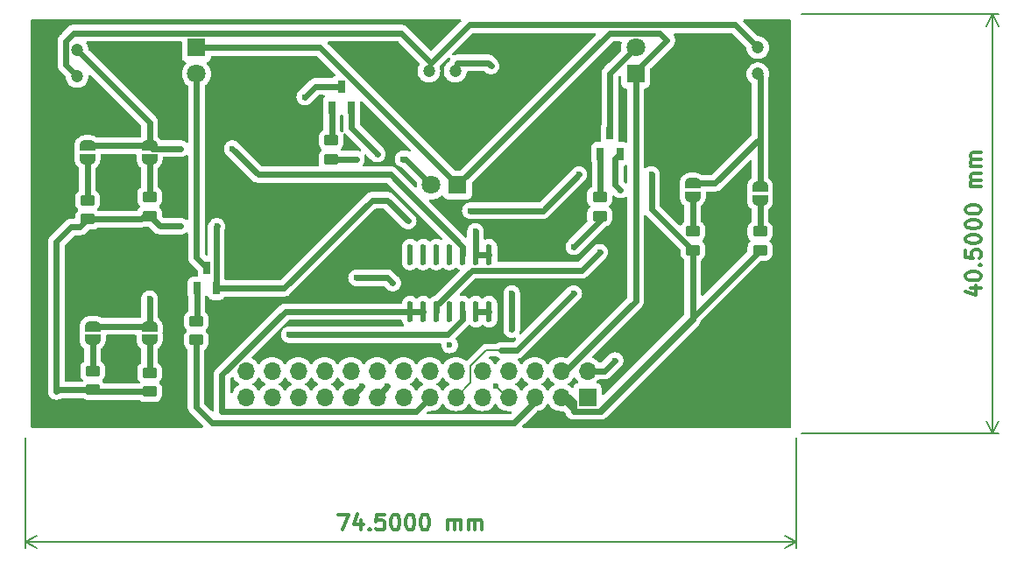
<source format=gbr>
%TF.GenerationSoftware,KiCad,Pcbnew,8.0.0*%
%TF.CreationDate,2024-03-24T21:45:21+02:00*%
%TF.ProjectId,pcb,7063622e-6b69-4636-9164-5f7063625858,rev?*%
%TF.SameCoordinates,Original*%
%TF.FileFunction,Copper,L1,Top*%
%TF.FilePolarity,Positive*%
%FSLAX46Y46*%
G04 Gerber Fmt 4.6, Leading zero omitted, Abs format (unit mm)*
G04 Created by KiCad (PCBNEW 8.0.0) date 2024-03-24 21:45:21*
%MOMM*%
%LPD*%
G01*
G04 APERTURE LIST*
G04 Aperture macros list*
%AMRoundRect*
0 Rectangle with rounded corners*
0 $1 Rounding radius*
0 $2 $3 $4 $5 $6 $7 $8 $9 X,Y pos of 4 corners*
0 Add a 4 corners polygon primitive as box body*
4,1,4,$2,$3,$4,$5,$6,$7,$8,$9,$2,$3,0*
0 Add four circle primitives for the rounded corners*
1,1,$1+$1,$2,$3*
1,1,$1+$1,$4,$5*
1,1,$1+$1,$6,$7*
1,1,$1+$1,$8,$9*
0 Add four rect primitives between the rounded corners*
20,1,$1+$1,$2,$3,$4,$5,0*
20,1,$1+$1,$4,$5,$6,$7,0*
20,1,$1+$1,$6,$7,$8,$9,0*
20,1,$1+$1,$8,$9,$2,$3,0*%
%AMFreePoly0*
4,1,19,0.500000,-0.750000,0.000000,-0.750000,0.000000,-0.744911,-0.071157,-0.744911,-0.207708,-0.704816,-0.327430,-0.627875,-0.420627,-0.520320,-0.479746,-0.390866,-0.500000,-0.250000,-0.500000,0.250000,-0.479746,0.390866,-0.420627,0.520320,-0.327430,0.627875,-0.207708,0.704816,-0.071157,0.744911,0.000000,0.744911,0.000000,0.750000,0.500000,0.750000,0.500000,-0.750000,0.500000,-0.750000,
$1*%
%AMFreePoly1*
4,1,19,0.000000,0.744911,0.071157,0.744911,0.207708,0.704816,0.327430,0.627875,0.420627,0.520320,0.479746,0.390866,0.500000,0.250000,0.500000,-0.250000,0.479746,-0.390866,0.420627,-0.520320,0.327430,-0.627875,0.207708,-0.704816,0.071157,-0.744911,0.000000,-0.744911,0.000000,-0.750000,-0.500000,-0.750000,-0.500000,0.750000,0.000000,0.750000,0.000000,0.744911,0.000000,0.744911,
$1*%
G04 Aperture macros list end*
%ADD10C,0.300000*%
%TA.AperFunction,NonConductor*%
%ADD11C,0.300000*%
%TD*%
%TA.AperFunction,NonConductor*%
%ADD12C,0.200000*%
%TD*%
%TA.AperFunction,SMDPad,CuDef*%
%ADD13FreePoly0,90.000000*%
%TD*%
%TA.AperFunction,SMDPad,CuDef*%
%ADD14FreePoly1,90.000000*%
%TD*%
%TA.AperFunction,SMDPad,CuDef*%
%ADD15FreePoly0,270.000000*%
%TD*%
%TA.AperFunction,SMDPad,CuDef*%
%ADD16FreePoly1,270.000000*%
%TD*%
%TA.AperFunction,SMDPad,CuDef*%
%ADD17R,0.700000X1.250000*%
%TD*%
%TA.AperFunction,SMDPad,CuDef*%
%ADD18RoundRect,0.250000X-0.450000X0.262500X-0.450000X-0.262500X0.450000X-0.262500X0.450000X0.262500X0*%
%TD*%
%TA.AperFunction,ComponentPad*%
%ADD19R,1.800000X1.800000*%
%TD*%
%TA.AperFunction,ComponentPad*%
%ADD20C,1.800000*%
%TD*%
%TA.AperFunction,SMDPad,CuDef*%
%ADD21RoundRect,0.250000X0.450000X-0.262500X0.450000X0.262500X-0.450000X0.262500X-0.450000X-0.262500X0*%
%TD*%
%TA.AperFunction,ComponentPad*%
%ADD22C,1.200000*%
%TD*%
%TA.AperFunction,SMDPad,CuDef*%
%ADD23O,0.570000X2.040000*%
%TD*%
%TA.AperFunction,ComponentPad*%
%ADD24R,1.700000X1.700000*%
%TD*%
%TA.AperFunction,ComponentPad*%
%ADD25O,1.700000X1.700000*%
%TD*%
%TA.AperFunction,ViaPad*%
%ADD26C,0.600000*%
%TD*%
%TA.AperFunction,Conductor*%
%ADD27C,0.600000*%
%TD*%
%TA.AperFunction,Conductor*%
%ADD28C,0.200000*%
%TD*%
G04 APERTURE END LIST*
D10*
D11*
X142750001Y-110878328D02*
X143750001Y-110878328D01*
X143750001Y-110878328D02*
X143107144Y-112378328D01*
X144964287Y-111378328D02*
X144964287Y-112378328D01*
X144607144Y-110806900D02*
X144250001Y-111878328D01*
X144250001Y-111878328D02*
X145178572Y-111878328D01*
X145750000Y-112235471D02*
X145821429Y-112306900D01*
X145821429Y-112306900D02*
X145750000Y-112378328D01*
X145750000Y-112378328D02*
X145678572Y-112306900D01*
X145678572Y-112306900D02*
X145750000Y-112235471D01*
X145750000Y-112235471D02*
X145750000Y-112378328D01*
X147178572Y-110878328D02*
X146464286Y-110878328D01*
X146464286Y-110878328D02*
X146392858Y-111592614D01*
X146392858Y-111592614D02*
X146464286Y-111521185D01*
X146464286Y-111521185D02*
X146607144Y-111449757D01*
X146607144Y-111449757D02*
X146964286Y-111449757D01*
X146964286Y-111449757D02*
X147107144Y-111521185D01*
X147107144Y-111521185D02*
X147178572Y-111592614D01*
X147178572Y-111592614D02*
X147250001Y-111735471D01*
X147250001Y-111735471D02*
X147250001Y-112092614D01*
X147250001Y-112092614D02*
X147178572Y-112235471D01*
X147178572Y-112235471D02*
X147107144Y-112306900D01*
X147107144Y-112306900D02*
X146964286Y-112378328D01*
X146964286Y-112378328D02*
X146607144Y-112378328D01*
X146607144Y-112378328D02*
X146464286Y-112306900D01*
X146464286Y-112306900D02*
X146392858Y-112235471D01*
X148178572Y-110878328D02*
X148321429Y-110878328D01*
X148321429Y-110878328D02*
X148464286Y-110949757D01*
X148464286Y-110949757D02*
X148535715Y-111021185D01*
X148535715Y-111021185D02*
X148607143Y-111164042D01*
X148607143Y-111164042D02*
X148678572Y-111449757D01*
X148678572Y-111449757D02*
X148678572Y-111806900D01*
X148678572Y-111806900D02*
X148607143Y-112092614D01*
X148607143Y-112092614D02*
X148535715Y-112235471D01*
X148535715Y-112235471D02*
X148464286Y-112306900D01*
X148464286Y-112306900D02*
X148321429Y-112378328D01*
X148321429Y-112378328D02*
X148178572Y-112378328D01*
X148178572Y-112378328D02*
X148035715Y-112306900D01*
X148035715Y-112306900D02*
X147964286Y-112235471D01*
X147964286Y-112235471D02*
X147892857Y-112092614D01*
X147892857Y-112092614D02*
X147821429Y-111806900D01*
X147821429Y-111806900D02*
X147821429Y-111449757D01*
X147821429Y-111449757D02*
X147892857Y-111164042D01*
X147892857Y-111164042D02*
X147964286Y-111021185D01*
X147964286Y-111021185D02*
X148035715Y-110949757D01*
X148035715Y-110949757D02*
X148178572Y-110878328D01*
X149607143Y-110878328D02*
X149750000Y-110878328D01*
X149750000Y-110878328D02*
X149892857Y-110949757D01*
X149892857Y-110949757D02*
X149964286Y-111021185D01*
X149964286Y-111021185D02*
X150035714Y-111164042D01*
X150035714Y-111164042D02*
X150107143Y-111449757D01*
X150107143Y-111449757D02*
X150107143Y-111806900D01*
X150107143Y-111806900D02*
X150035714Y-112092614D01*
X150035714Y-112092614D02*
X149964286Y-112235471D01*
X149964286Y-112235471D02*
X149892857Y-112306900D01*
X149892857Y-112306900D02*
X149750000Y-112378328D01*
X149750000Y-112378328D02*
X149607143Y-112378328D01*
X149607143Y-112378328D02*
X149464286Y-112306900D01*
X149464286Y-112306900D02*
X149392857Y-112235471D01*
X149392857Y-112235471D02*
X149321428Y-112092614D01*
X149321428Y-112092614D02*
X149250000Y-111806900D01*
X149250000Y-111806900D02*
X149250000Y-111449757D01*
X149250000Y-111449757D02*
X149321428Y-111164042D01*
X149321428Y-111164042D02*
X149392857Y-111021185D01*
X149392857Y-111021185D02*
X149464286Y-110949757D01*
X149464286Y-110949757D02*
X149607143Y-110878328D01*
X151035714Y-110878328D02*
X151178571Y-110878328D01*
X151178571Y-110878328D02*
X151321428Y-110949757D01*
X151321428Y-110949757D02*
X151392857Y-111021185D01*
X151392857Y-111021185D02*
X151464285Y-111164042D01*
X151464285Y-111164042D02*
X151535714Y-111449757D01*
X151535714Y-111449757D02*
X151535714Y-111806900D01*
X151535714Y-111806900D02*
X151464285Y-112092614D01*
X151464285Y-112092614D02*
X151392857Y-112235471D01*
X151392857Y-112235471D02*
X151321428Y-112306900D01*
X151321428Y-112306900D02*
X151178571Y-112378328D01*
X151178571Y-112378328D02*
X151035714Y-112378328D01*
X151035714Y-112378328D02*
X150892857Y-112306900D01*
X150892857Y-112306900D02*
X150821428Y-112235471D01*
X150821428Y-112235471D02*
X150749999Y-112092614D01*
X150749999Y-112092614D02*
X150678571Y-111806900D01*
X150678571Y-111806900D02*
X150678571Y-111449757D01*
X150678571Y-111449757D02*
X150749999Y-111164042D01*
X150749999Y-111164042D02*
X150821428Y-111021185D01*
X150821428Y-111021185D02*
X150892857Y-110949757D01*
X150892857Y-110949757D02*
X151035714Y-110878328D01*
X153321427Y-112378328D02*
X153321427Y-111378328D01*
X153321427Y-111521185D02*
X153392856Y-111449757D01*
X153392856Y-111449757D02*
X153535713Y-111378328D01*
X153535713Y-111378328D02*
X153749999Y-111378328D01*
X153749999Y-111378328D02*
X153892856Y-111449757D01*
X153892856Y-111449757D02*
X153964285Y-111592614D01*
X153964285Y-111592614D02*
X153964285Y-112378328D01*
X153964285Y-111592614D02*
X154035713Y-111449757D01*
X154035713Y-111449757D02*
X154178570Y-111378328D01*
X154178570Y-111378328D02*
X154392856Y-111378328D01*
X154392856Y-111378328D02*
X154535713Y-111449757D01*
X154535713Y-111449757D02*
X154607142Y-111592614D01*
X154607142Y-111592614D02*
X154607142Y-112378328D01*
X155321427Y-112378328D02*
X155321427Y-111378328D01*
X155321427Y-111521185D02*
X155392856Y-111449757D01*
X155392856Y-111449757D02*
X155535713Y-111378328D01*
X155535713Y-111378328D02*
X155749999Y-111378328D01*
X155749999Y-111378328D02*
X155892856Y-111449757D01*
X155892856Y-111449757D02*
X155964285Y-111592614D01*
X155964285Y-111592614D02*
X155964285Y-112378328D01*
X155964285Y-111592614D02*
X156035713Y-111449757D01*
X156035713Y-111449757D02*
X156178570Y-111378328D01*
X156178570Y-111378328D02*
X156392856Y-111378328D01*
X156392856Y-111378328D02*
X156535713Y-111449757D01*
X156535713Y-111449757D02*
X156607142Y-111592614D01*
X156607142Y-111592614D02*
X156607142Y-112378328D01*
D12*
X112500000Y-103500000D02*
X112500000Y-114086420D01*
X187000000Y-103500000D02*
X187000000Y-114086420D01*
X112500000Y-113500000D02*
X187000000Y-113500000D01*
X112500000Y-113500000D02*
X187000000Y-113500000D01*
X112500000Y-113500000D02*
X113626504Y-112913579D01*
X112500000Y-113500000D02*
X113626504Y-114086421D01*
X187000000Y-113500000D02*
X185873496Y-114086421D01*
X187000000Y-113500000D02*
X185873496Y-112913579D01*
D10*
D11*
X203878328Y-88964284D02*
X204878328Y-88964284D01*
X203306900Y-89321426D02*
X204378328Y-89678569D01*
X204378328Y-89678569D02*
X204378328Y-88749998D01*
X203378328Y-87892855D02*
X203378328Y-87749998D01*
X203378328Y-87749998D02*
X203449757Y-87607141D01*
X203449757Y-87607141D02*
X203521185Y-87535713D01*
X203521185Y-87535713D02*
X203664042Y-87464284D01*
X203664042Y-87464284D02*
X203949757Y-87392855D01*
X203949757Y-87392855D02*
X204306900Y-87392855D01*
X204306900Y-87392855D02*
X204592614Y-87464284D01*
X204592614Y-87464284D02*
X204735471Y-87535713D01*
X204735471Y-87535713D02*
X204806900Y-87607141D01*
X204806900Y-87607141D02*
X204878328Y-87749998D01*
X204878328Y-87749998D02*
X204878328Y-87892855D01*
X204878328Y-87892855D02*
X204806900Y-88035713D01*
X204806900Y-88035713D02*
X204735471Y-88107141D01*
X204735471Y-88107141D02*
X204592614Y-88178570D01*
X204592614Y-88178570D02*
X204306900Y-88249998D01*
X204306900Y-88249998D02*
X203949757Y-88249998D01*
X203949757Y-88249998D02*
X203664042Y-88178570D01*
X203664042Y-88178570D02*
X203521185Y-88107141D01*
X203521185Y-88107141D02*
X203449757Y-88035713D01*
X203449757Y-88035713D02*
X203378328Y-87892855D01*
X204735471Y-86749999D02*
X204806900Y-86678570D01*
X204806900Y-86678570D02*
X204878328Y-86749999D01*
X204878328Y-86749999D02*
X204806900Y-86821427D01*
X204806900Y-86821427D02*
X204735471Y-86749999D01*
X204735471Y-86749999D02*
X204878328Y-86749999D01*
X203378328Y-85321427D02*
X203378328Y-86035713D01*
X203378328Y-86035713D02*
X204092614Y-86107141D01*
X204092614Y-86107141D02*
X204021185Y-86035713D01*
X204021185Y-86035713D02*
X203949757Y-85892856D01*
X203949757Y-85892856D02*
X203949757Y-85535713D01*
X203949757Y-85535713D02*
X204021185Y-85392856D01*
X204021185Y-85392856D02*
X204092614Y-85321427D01*
X204092614Y-85321427D02*
X204235471Y-85249998D01*
X204235471Y-85249998D02*
X204592614Y-85249998D01*
X204592614Y-85249998D02*
X204735471Y-85321427D01*
X204735471Y-85321427D02*
X204806900Y-85392856D01*
X204806900Y-85392856D02*
X204878328Y-85535713D01*
X204878328Y-85535713D02*
X204878328Y-85892856D01*
X204878328Y-85892856D02*
X204806900Y-86035713D01*
X204806900Y-86035713D02*
X204735471Y-86107141D01*
X203378328Y-84321427D02*
X203378328Y-84178570D01*
X203378328Y-84178570D02*
X203449757Y-84035713D01*
X203449757Y-84035713D02*
X203521185Y-83964285D01*
X203521185Y-83964285D02*
X203664042Y-83892856D01*
X203664042Y-83892856D02*
X203949757Y-83821427D01*
X203949757Y-83821427D02*
X204306900Y-83821427D01*
X204306900Y-83821427D02*
X204592614Y-83892856D01*
X204592614Y-83892856D02*
X204735471Y-83964285D01*
X204735471Y-83964285D02*
X204806900Y-84035713D01*
X204806900Y-84035713D02*
X204878328Y-84178570D01*
X204878328Y-84178570D02*
X204878328Y-84321427D01*
X204878328Y-84321427D02*
X204806900Y-84464285D01*
X204806900Y-84464285D02*
X204735471Y-84535713D01*
X204735471Y-84535713D02*
X204592614Y-84607142D01*
X204592614Y-84607142D02*
X204306900Y-84678570D01*
X204306900Y-84678570D02*
X203949757Y-84678570D01*
X203949757Y-84678570D02*
X203664042Y-84607142D01*
X203664042Y-84607142D02*
X203521185Y-84535713D01*
X203521185Y-84535713D02*
X203449757Y-84464285D01*
X203449757Y-84464285D02*
X203378328Y-84321427D01*
X203378328Y-82892856D02*
X203378328Y-82749999D01*
X203378328Y-82749999D02*
X203449757Y-82607142D01*
X203449757Y-82607142D02*
X203521185Y-82535714D01*
X203521185Y-82535714D02*
X203664042Y-82464285D01*
X203664042Y-82464285D02*
X203949757Y-82392856D01*
X203949757Y-82392856D02*
X204306900Y-82392856D01*
X204306900Y-82392856D02*
X204592614Y-82464285D01*
X204592614Y-82464285D02*
X204735471Y-82535714D01*
X204735471Y-82535714D02*
X204806900Y-82607142D01*
X204806900Y-82607142D02*
X204878328Y-82749999D01*
X204878328Y-82749999D02*
X204878328Y-82892856D01*
X204878328Y-82892856D02*
X204806900Y-83035714D01*
X204806900Y-83035714D02*
X204735471Y-83107142D01*
X204735471Y-83107142D02*
X204592614Y-83178571D01*
X204592614Y-83178571D02*
X204306900Y-83249999D01*
X204306900Y-83249999D02*
X203949757Y-83249999D01*
X203949757Y-83249999D02*
X203664042Y-83178571D01*
X203664042Y-83178571D02*
X203521185Y-83107142D01*
X203521185Y-83107142D02*
X203449757Y-83035714D01*
X203449757Y-83035714D02*
X203378328Y-82892856D01*
X203378328Y-81464285D02*
X203378328Y-81321428D01*
X203378328Y-81321428D02*
X203449757Y-81178571D01*
X203449757Y-81178571D02*
X203521185Y-81107143D01*
X203521185Y-81107143D02*
X203664042Y-81035714D01*
X203664042Y-81035714D02*
X203949757Y-80964285D01*
X203949757Y-80964285D02*
X204306900Y-80964285D01*
X204306900Y-80964285D02*
X204592614Y-81035714D01*
X204592614Y-81035714D02*
X204735471Y-81107143D01*
X204735471Y-81107143D02*
X204806900Y-81178571D01*
X204806900Y-81178571D02*
X204878328Y-81321428D01*
X204878328Y-81321428D02*
X204878328Y-81464285D01*
X204878328Y-81464285D02*
X204806900Y-81607143D01*
X204806900Y-81607143D02*
X204735471Y-81678571D01*
X204735471Y-81678571D02*
X204592614Y-81750000D01*
X204592614Y-81750000D02*
X204306900Y-81821428D01*
X204306900Y-81821428D02*
X203949757Y-81821428D01*
X203949757Y-81821428D02*
X203664042Y-81750000D01*
X203664042Y-81750000D02*
X203521185Y-81678571D01*
X203521185Y-81678571D02*
X203449757Y-81607143D01*
X203449757Y-81607143D02*
X203378328Y-81464285D01*
X204878328Y-79178572D02*
X203878328Y-79178572D01*
X204021185Y-79178572D02*
X203949757Y-79107143D01*
X203949757Y-79107143D02*
X203878328Y-78964286D01*
X203878328Y-78964286D02*
X203878328Y-78750000D01*
X203878328Y-78750000D02*
X203949757Y-78607143D01*
X203949757Y-78607143D02*
X204092614Y-78535715D01*
X204092614Y-78535715D02*
X204878328Y-78535715D01*
X204092614Y-78535715D02*
X203949757Y-78464286D01*
X203949757Y-78464286D02*
X203878328Y-78321429D01*
X203878328Y-78321429D02*
X203878328Y-78107143D01*
X203878328Y-78107143D02*
X203949757Y-77964286D01*
X203949757Y-77964286D02*
X204092614Y-77892857D01*
X204092614Y-77892857D02*
X204878328Y-77892857D01*
X204878328Y-77178572D02*
X203878328Y-77178572D01*
X204021185Y-77178572D02*
X203949757Y-77107143D01*
X203949757Y-77107143D02*
X203878328Y-76964286D01*
X203878328Y-76964286D02*
X203878328Y-76750000D01*
X203878328Y-76750000D02*
X203949757Y-76607143D01*
X203949757Y-76607143D02*
X204092614Y-76535715D01*
X204092614Y-76535715D02*
X204878328Y-76535715D01*
X204092614Y-76535715D02*
X203949757Y-76464286D01*
X203949757Y-76464286D02*
X203878328Y-76321429D01*
X203878328Y-76321429D02*
X203878328Y-76107143D01*
X203878328Y-76107143D02*
X203949757Y-75964286D01*
X203949757Y-75964286D02*
X204092614Y-75892857D01*
X204092614Y-75892857D02*
X204878328Y-75892857D01*
D12*
X187500000Y-62500000D02*
X206586420Y-62500000D01*
X187500000Y-103000000D02*
X206586420Y-103000000D01*
X206000000Y-62500000D02*
X206000000Y-103000000D01*
X206000000Y-62500000D02*
X206000000Y-103000000D01*
X206000000Y-62500000D02*
X206586421Y-63626504D01*
X206000000Y-62500000D02*
X205413579Y-63626504D01*
X206000000Y-103000000D02*
X205413579Y-101873496D01*
X206000000Y-103000000D02*
X206586421Y-101873496D01*
D13*
%TO.P,JP6,1,A*%
%TO.N,Net-(JP6-A)*%
X124500000Y-76500000D03*
D14*
%TO.P,JP6,2,B*%
%TO.N,FRONT*%
X124500000Y-75200000D03*
%TD*%
D15*
%TO.P,JP5,1,A*%
%TO.N,FRONT*%
X118500000Y-75200000D03*
D16*
%TO.P,JP5,2,B*%
%TO.N,Net-(JP5-B)*%
X118500000Y-76500000D03*
%TD*%
D15*
%TO.P,JP4,1,A*%
%TO.N,LEFT*%
X177000000Y-78850000D03*
D16*
%TO.P,JP4,2,B*%
%TO.N,Net-(JP4-B)*%
X177000000Y-80150000D03*
%TD*%
D13*
%TO.P,JP3,1,A*%
%TO.N,Net-(JP3-A)*%
X183500000Y-80500000D03*
D14*
%TO.P,JP3,2,B*%
%TO.N,LEFT*%
X183500000Y-79200000D03*
%TD*%
D13*
%TO.P,JP2,1,A*%
%TO.N,Net-(JP2-A)*%
X119000000Y-94000000D03*
D14*
%TO.P,JP2,2,B*%
%TO.N,RIGHT*%
X119000000Y-92700000D03*
%TD*%
D15*
%TO.P,JP1,1,A*%
%TO.N,RIGHT*%
X124500000Y-92700000D03*
D16*
%TO.P,JP1,2,B*%
%TO.N,Net-(JP1-B)*%
X124500000Y-94000000D03*
%TD*%
D17*
%TO.P,Q4,1,B*%
%TO.N,Net-(Q4-B)*%
X129050000Y-89000000D03*
%TO.P,Q4,2,E*%
%TO.N,GND*%
X130950000Y-89000000D03*
%TO.P,Q4,3,C*%
%TO.N,Net-(Q4-C)*%
X130000000Y-87000000D03*
%TD*%
D18*
%TO.P,R1,1*%
%TO.N,Net-(JP3-A)*%
X183500000Y-83500000D03*
%TO.P,R1,2*%
%TO.N,GND*%
X183500000Y-85325000D03*
%TD*%
%TO.P,R7,1*%
%TO.N,Net-(JP1-B)*%
X124500000Y-97175000D03*
%TO.P,R7,2*%
%TO.N,GND*%
X124500000Y-99000000D03*
%TD*%
D19*
%TO.P,U1,1,A*%
%TO.N,Batt*%
X129025000Y-65725000D03*
D20*
%TO.P,U1,2,C*%
%TO.N,Net-(Q4-C)*%
X129025000Y-68265000D03*
%TD*%
D17*
%TO.P,Q1,1,B*%
%TO.N,Net-(Q1-B)*%
X142100000Y-71500000D03*
%TO.P,Q1,2,E*%
%TO.N,GND*%
X144000000Y-71500000D03*
%TO.P,Q1,3,C*%
%TO.N,Net-(Q1-C)*%
X143050000Y-69500000D03*
%TD*%
D18*
%TO.P,R9,1*%
%TO.N,Net-(JP4-B)*%
X177000000Y-83500000D03*
%TO.P,R9,2*%
%TO.N,GND*%
X177000000Y-85325000D03*
%TD*%
D21*
%TO.P,R6,1*%
%TO.N,PA5*%
X168000000Y-82000000D03*
%TO.P,R6,2*%
%TO.N,Net-(Q2-B)*%
X168000000Y-80175000D03*
%TD*%
D22*
%TO.P,U5,1,A*%
%TO.N,RIGHT*%
X154040000Y-68000000D03*
%TO.P,U5,2,C*%
%TO.N,3V3*%
X151500000Y-68000000D03*
%TD*%
D18*
%TO.P,R2,1*%
%TO.N,Net-(JP2-A)*%
X119000000Y-97000000D03*
%TO.P,R2,2*%
%TO.N,GND*%
X119000000Y-98825000D03*
%TD*%
D21*
%TO.P,R4,1*%
%TO.N,PA3*%
X129000000Y-94000000D03*
%TO.P,R4,2*%
%TO.N,Net-(Q4-B)*%
X129000000Y-92175000D03*
%TD*%
%TO.P,R5,1*%
%TO.N,PA4*%
X142050000Y-76500000D03*
%TO.P,R5,2*%
%TO.N,Net-(Q1-B)*%
X142050000Y-74675000D03*
%TD*%
D17*
%TO.P,Q2,1,B*%
%TO.N,Net-(Q2-B)*%
X168050000Y-76000000D03*
%TO.P,Q2,2,E*%
%TO.N,GND*%
X169950000Y-76000000D03*
%TO.P,Q2,3,C*%
%TO.N,Net-(Q2-C)*%
X169000000Y-74000000D03*
%TD*%
D22*
%TO.P,U6,1,A*%
%TO.N,LEFT*%
X183300000Y-68270000D03*
%TO.P,U6,2,C*%
%TO.N,3V3*%
X183300000Y-65730000D03*
%TD*%
D19*
%TO.P,U2,1,A*%
%TO.N,Batt*%
X154275000Y-79025000D03*
D20*
%TO.P,U2,2,C*%
%TO.N,Net-(Q1-C)*%
X151735000Y-79025000D03*
%TD*%
D18*
%TO.P,R3,1*%
%TO.N,Net-(JP6-A)*%
X124500000Y-80175000D03*
%TO.P,R3,2*%
%TO.N,GND*%
X124500000Y-82000000D03*
%TD*%
%TO.P,R8,1*%
%TO.N,Net-(JP5-B)*%
X118500000Y-80500000D03*
%TO.P,R8,2*%
%TO.N,GND*%
X118500000Y-82325000D03*
%TD*%
D19*
%TO.P,U3,1,A*%
%TO.N,Batt*%
X171475000Y-68275000D03*
D20*
%TO.P,U3,2,C*%
%TO.N,Net-(Q2-C)*%
X171475000Y-65735000D03*
%TD*%
D23*
%TO.P,U7,1,OUT1*%
%TO.N,PA6*%
X149690000Y-91270000D03*
%TO.P,U7,2,IN1-*%
X150960000Y-91270000D03*
%TO.P,U7,3,IN1+*%
%TO.N,LEFT*%
X152230000Y-91270000D03*
%TO.P,U7,4,VCC*%
%TO.N,unconnected-(U7-VCC-Pad4)*%
X153500000Y-91270000D03*
%TO.P,U7,5,IN2+*%
%TO.N,RIGHT*%
X154770000Y-91270000D03*
%TO.P,U7,6,IN2-*%
%TO.N,PA7*%
X156040000Y-91270000D03*
%TO.P,U7,7,OUT2*%
X157310000Y-91270000D03*
%TO.P,U7,8,OUT3*%
%TO.N,PC4*%
X157310000Y-85730000D03*
%TO.P,U7,9,IN3-*%
X156040000Y-85730000D03*
%TO.P,U7,10,IN3+*%
%TO.N,FRONT*%
X154770000Y-85730000D03*
%TO.P,U7,11,GND*%
%TO.N,unconnected-(U7-GND-Pad11)*%
X153500000Y-85730000D03*
%TO.P,U7,12,IN4+*%
%TO.N,unconnected-(U7-IN4+-Pad12)*%
X152230000Y-85730000D03*
%TO.P,U7,13,IN4-*%
%TO.N,unconnected-(U7-IN4--Pad13)*%
X150960000Y-85730000D03*
%TO.P,U7,14,OUT4*%
%TO.N,unconnected-(U7-OUT4-Pad14)*%
X149690000Y-85730000D03*
%TD*%
D22*
%TO.P,U4,1,A*%
%TO.N,FRONT*%
X117500000Y-65960000D03*
%TO.P,U4,2,C*%
%TO.N,3V3*%
X117500000Y-68500000D03*
%TD*%
D24*
%TO.P,J3,1,Pin_1*%
%TO.N,unconnected-(J3-Pin_1-Pad1)*%
X166820000Y-99540000D03*
D25*
%TO.P,J3,2,Pin_2*%
%TO.N,3V3*%
X166820000Y-97000000D03*
%TO.P,J3,3,Pin_3*%
%TO.N,GND*%
X164280000Y-99540000D03*
%TO.P,J3,4,Pin_4*%
%TO.N,Batt*%
X164280000Y-97000000D03*
%TO.P,J3,5,Pin_5*%
%TO.N,PA3*%
X161740000Y-99540000D03*
%TO.P,J3,6,Pin_6*%
%TO.N,unconnected-(J3-Pin_6-Pad6)*%
X161740000Y-97000000D03*
%TO.P,J3,7,Pin_7*%
%TO.N,PA4*%
X159200000Y-99540000D03*
%TO.P,J3,8,Pin_8*%
%TO.N,unconnected-(J3-Pin_8-Pad8)*%
X159200000Y-97000000D03*
%TO.P,J3,9,Pin_9*%
%TO.N,unconnected-(J3-Pin_9-Pad9)*%
X156660000Y-99540000D03*
%TO.P,J3,10,Pin_10*%
%TO.N,unconnected-(J3-Pin_10-Pad10)*%
X156660000Y-97000000D03*
%TO.P,J3,11,Pin_11*%
%TO.N,PA5*%
X154120000Y-99540000D03*
%TO.P,J3,12,Pin_12*%
%TO.N,unconnected-(J3-Pin_12-Pad12)*%
X154120000Y-97000000D03*
%TO.P,J3,13,Pin_13*%
%TO.N,PA6*%
X151580000Y-99540000D03*
%TO.P,J3,14,Pin_14*%
%TO.N,unconnected-(J3-Pin_14-Pad14)*%
X151580000Y-97000000D03*
%TO.P,J3,15,Pin_15*%
%TO.N,unconnected-(J3-Pin_15-Pad15)*%
X149040000Y-99540000D03*
%TO.P,J3,16,Pin_16*%
%TO.N,unconnected-(J3-Pin_16-Pad16)*%
X149040000Y-97000000D03*
%TO.P,J3,17,Pin_17*%
%TO.N,PA7*%
X146500000Y-99540000D03*
%TO.P,J3,18,Pin_18*%
%TO.N,unconnected-(J3-Pin_18-Pad18)*%
X146500000Y-97000000D03*
%TO.P,J3,19,Pin_19*%
%TO.N,PC4*%
X143960000Y-99540000D03*
%TO.P,J3,20,Pin_20*%
%TO.N,unconnected-(J3-Pin_20-Pad20)*%
X143960000Y-97000000D03*
%TO.P,J3,21,Pin_21*%
%TO.N,unconnected-(J3-Pin_21-Pad21)*%
X141420000Y-99540000D03*
%TO.P,J3,22,Pin_22*%
%TO.N,unconnected-(J3-Pin_22-Pad22)*%
X141420000Y-97000000D03*
%TO.P,J3,23,Pin_23*%
%TO.N,unconnected-(J3-Pin_23-Pad23)*%
X138880000Y-99540000D03*
%TO.P,J3,24,Pin_24*%
%TO.N,unconnected-(J3-Pin_24-Pad24)*%
X138880000Y-97000000D03*
%TO.P,J3,25,Pin_25*%
%TO.N,unconnected-(J3-Pin_25-Pad25)*%
X136340000Y-99540000D03*
%TO.P,J3,26,Pin_26*%
%TO.N,unconnected-(J3-Pin_26-Pad26)*%
X136340000Y-97000000D03*
%TO.P,J3,27,Pin_27*%
%TO.N,unconnected-(J3-Pin_27-Pad27)*%
X133800000Y-99540000D03*
%TO.P,J3,28,Pin_28*%
%TO.N,unconnected-(J3-Pin_28-Pad28)*%
X133800000Y-97000000D03*
%TD*%
D26*
%TO.N,GND*%
X146500000Y-76000000D03*
X149500000Y-82500000D03*
X169500000Y-78000000D03*
X131000000Y-83000000D03*
X146500000Y-80500000D03*
X166000000Y-78000000D03*
X170000000Y-79500000D03*
X155500000Y-81500000D03*
X127500000Y-83000000D03*
X173000000Y-78000000D03*
%TO.N,3V3*%
X169500000Y-96000000D03*
X159500000Y-89500000D03*
X159500000Y-63535000D03*
X159500000Y-93000000D03*
%TO.N,PA4*%
X153500000Y-94500000D03*
X158000000Y-98500000D03*
X144500000Y-88000000D03*
X144500000Y-76500000D03*
X148000000Y-88500000D03*
%TO.N,PA7*%
X157000000Y-91270000D03*
X147500000Y-98500000D03*
%TO.N,PC4*%
X145000000Y-98500000D03*
X156000000Y-83500000D03*
%TO.N,PA5*%
X165500000Y-85000000D03*
X165500000Y-89500000D03*
%TO.N,RIGHT*%
X138000000Y-93500000D03*
X124500000Y-90000000D03*
X154770000Y-91270000D03*
X157500000Y-67500000D03*
%TO.N,LEFT*%
X168000000Y-85500000D03*
X177000000Y-78850000D03*
%TO.N,FRONT*%
X132500000Y-75500000D03*
X127500000Y-75500000D03*
%TO.N,Net-(Q1-C)*%
X139500000Y-70500000D03*
X149000000Y-76500000D03*
%TD*%
D27*
%TO.N,PA3*%
X159700000Y-102000000D02*
X130500000Y-102000000D01*
X129000000Y-100500000D02*
X129000000Y-94000000D01*
X161700000Y-100000000D02*
X159700000Y-102000000D01*
X130500000Y-102000000D02*
X129000000Y-100500000D01*
%TO.N,Batt*%
X174500000Y-65000000D02*
X171475000Y-68025000D01*
X129025000Y-65725000D02*
X140975000Y-65725000D01*
X171475000Y-68275000D02*
X171475000Y-90225000D01*
X171475000Y-90225000D02*
X164240000Y-97460000D01*
X168965000Y-64335000D02*
X173835000Y-64335000D01*
X173835000Y-64335000D02*
X174500000Y-65000000D01*
X171475000Y-68025000D02*
X171475000Y-68275000D01*
X154275000Y-79025000D02*
X168965000Y-64335000D01*
X140975000Y-65725000D02*
X154275000Y-79025000D01*
%TO.N,GND*%
X115675000Y-98825000D02*
X119000000Y-98825000D01*
X169500000Y-76450000D02*
X169950000Y-76000000D01*
X146500000Y-80500000D02*
X147500000Y-80500000D01*
X124500000Y-99000000D02*
X119175000Y-99000000D01*
X164280000Y-99540000D02*
X165630000Y-100890000D01*
X165630000Y-100890000D02*
X167935000Y-100890000D01*
X137500000Y-89000000D02*
X130950000Y-89000000D01*
X169500000Y-78000000D02*
X169500000Y-79000000D01*
X115500000Y-84500000D02*
X115500000Y-99000000D01*
X124500000Y-82000000D02*
X124000000Y-82000000D01*
X116925000Y-83075000D02*
X115500000Y-84500000D01*
X146000000Y-80500000D02*
X137500000Y-89000000D01*
X169500000Y-79000000D02*
X170000000Y-79500000D01*
X144000000Y-73500000D02*
X146500000Y-76000000D01*
X177000000Y-92000000D02*
X177000000Y-85325000D01*
X115500000Y-99000000D02*
X115675000Y-98825000D01*
X162500000Y-81500000D02*
X166000000Y-78000000D01*
X146500000Y-80500000D02*
X146000000Y-80500000D01*
X169500000Y-78000000D02*
X169500000Y-76450000D01*
X144000000Y-71500000D02*
X144000000Y-73500000D01*
X117750000Y-83075000D02*
X116925000Y-83075000D01*
X168110000Y-100890000D02*
X177000000Y-92000000D01*
X164280000Y-99540000D02*
X165040000Y-99540000D01*
X130950000Y-89000000D02*
X130950000Y-83050000D01*
X165470000Y-100890000D02*
X168110000Y-100890000D01*
X167935000Y-100890000D02*
X183500000Y-85325000D01*
X147500000Y-80500000D02*
X149500000Y-82500000D01*
X173000000Y-81325000D02*
X177000000Y-85325000D01*
X165470000Y-99970000D02*
X165470000Y-100890000D01*
X119175000Y-99000000D02*
X119000000Y-98825000D01*
X165040000Y-99540000D02*
X165470000Y-99970000D01*
X155500000Y-81500000D02*
X162500000Y-81500000D01*
X118500000Y-82325000D02*
X117750000Y-83075000D01*
X123675000Y-82325000D02*
X118500000Y-82325000D01*
X124000000Y-82000000D02*
X123675000Y-82325000D01*
X130950000Y-83050000D02*
X131000000Y-83000000D01*
X173000000Y-78000000D02*
X173000000Y-81325000D01*
X125500000Y-83000000D02*
X124500000Y-82000000D01*
X127500000Y-83000000D02*
X125500000Y-83000000D01*
%TO.N,PA6*%
X131500000Y-97390811D02*
X131500000Y-100890000D01*
X149690000Y-91270000D02*
X150960000Y-91270000D01*
X131500000Y-100890000D02*
X150230000Y-100890000D01*
X150960000Y-91270000D02*
X137620811Y-91270000D01*
X150230000Y-100890000D02*
X151580000Y-99540000D01*
X137620811Y-91270000D02*
X131500000Y-97390811D01*
%TO.N,3V3*%
X159500000Y-63535000D02*
X181105000Y-63535000D01*
X116400000Y-67400000D02*
X116400000Y-65100000D01*
X159500000Y-93000000D02*
X159500000Y-89500000D01*
X181105000Y-63535000D02*
X183300000Y-65730000D01*
X155395000Y-63535000D02*
X159500000Y-63535000D01*
X166820000Y-97000000D02*
X168500000Y-97000000D01*
X151730000Y-67200000D02*
X155395000Y-63535000D01*
X117500000Y-68500000D02*
X116400000Y-67400000D01*
X117175000Y-64325000D02*
X148855000Y-64325000D01*
X148855000Y-64325000D02*
X151730000Y-67200000D01*
X116400000Y-65100000D02*
X117175000Y-64325000D01*
X168500000Y-97000000D02*
X169500000Y-96000000D01*
D28*
%TO.N,PA4*%
X159040000Y-99540000D02*
X158000000Y-98500000D01*
D27*
X144500000Y-88000000D02*
X147500000Y-88000000D01*
X142050000Y-76500000D02*
X144500000Y-76500000D01*
X147500000Y-88000000D02*
X148000000Y-88500000D01*
D28*
X159200000Y-99540000D02*
X159040000Y-99540000D01*
D27*
%TO.N,PA7*%
X157000000Y-91270000D02*
X156040000Y-91270000D01*
X146500000Y-99500000D02*
X147500000Y-98500000D01*
X146500000Y-99540000D02*
X146500000Y-99500000D01*
X157310000Y-91270000D02*
X157000000Y-91270000D01*
%TO.N,PC4*%
X157310000Y-85730000D02*
X156040000Y-85730000D01*
X156000000Y-85690000D02*
X156040000Y-85730000D01*
X143960000Y-99540000D02*
X145000000Y-98500000D01*
X156000000Y-83500000D02*
X156000000Y-85690000D01*
D28*
%TO.N,PA5*%
X155510000Y-96523654D02*
X157033654Y-95000000D01*
X155510000Y-98150000D02*
X155510000Y-96523654D01*
D27*
X165500000Y-89500000D02*
X160000000Y-95000000D01*
X160000000Y-95000000D02*
X158500000Y-95000000D01*
D28*
X154120000Y-99540000D02*
X155510000Y-98150000D01*
D27*
X168000000Y-82500000D02*
X165500000Y-85000000D01*
X168000000Y-82000000D02*
X168000000Y-82500000D01*
D28*
X157033654Y-95000000D02*
X158500000Y-95000000D01*
D27*
%TO.N,Net-(JP1-B)*%
X124500000Y-94000000D02*
X124500000Y-97175000D01*
%TO.N,RIGHT*%
X124500000Y-90000000D02*
X124500000Y-92700000D01*
X157200000Y-67200000D02*
X157500000Y-67500000D01*
X154770000Y-92005000D02*
X153275000Y-93500000D01*
X154770000Y-91270000D02*
X154770000Y-92005000D01*
X119000000Y-92700000D02*
X124500000Y-92700000D01*
X153275000Y-93500000D02*
X138000000Y-93500000D01*
X154270000Y-67200000D02*
X157200000Y-67200000D01*
%TO.N,Net-(JP2-A)*%
X119000000Y-97000000D02*
X119000000Y-94000000D01*
%TO.N,LEFT*%
X183500000Y-74500000D02*
X183500000Y-68470000D01*
X166250000Y-87250000D02*
X168000000Y-85500000D01*
X183500000Y-68470000D02*
X183300000Y-68270000D01*
X177000000Y-78850000D02*
X179150000Y-78850000D01*
X183500000Y-79200000D02*
X183500000Y-74500000D01*
X155674842Y-87250000D02*
X166250000Y-87250000D01*
X152230000Y-91270000D02*
X152230000Y-90694842D01*
X152230000Y-90694842D02*
X155674842Y-87250000D01*
X179150000Y-78850000D02*
X183500000Y-74500000D01*
%TO.N,Net-(JP3-A)*%
X183500000Y-80500000D02*
X183500000Y-83500000D01*
%TO.N,Net-(JP4-B)*%
X177000000Y-80150000D02*
X177000000Y-83500000D01*
%TO.N,Net-(JP5-B)*%
X118500000Y-76500000D02*
X118500000Y-80500000D01*
%TO.N,FRONT*%
X154770000Y-85730000D02*
X154770000Y-84995000D01*
X154770000Y-84995000D02*
X147775000Y-78000000D01*
X117500000Y-65960000D02*
X124500000Y-72960000D01*
X127500000Y-75500000D02*
X124800000Y-75500000D01*
X124800000Y-75500000D02*
X124500000Y-75200000D01*
X135000000Y-78000000D02*
X132500000Y-75500000D01*
X118500000Y-75200000D02*
X124500000Y-75200000D01*
X147775000Y-78000000D02*
X135000000Y-78000000D01*
X124500000Y-72960000D02*
X124500000Y-75200000D01*
%TO.N,Net-(JP6-A)*%
X124500000Y-76500000D02*
X124500000Y-80175000D01*
%TO.N,Net-(Q1-C)*%
X149210000Y-76500000D02*
X151735000Y-79025000D01*
X143050000Y-69500000D02*
X140500000Y-69500000D01*
X149000000Y-76500000D02*
X149210000Y-76500000D01*
X140500000Y-69500000D02*
X139500000Y-70500000D01*
%TO.N,Net-(Q1-B)*%
X142100000Y-74625000D02*
X142050000Y-74675000D01*
X142100000Y-71500000D02*
X142100000Y-74625000D01*
%TO.N,Net-(Q2-C)*%
X169000000Y-74000000D02*
X169000000Y-68210000D01*
X169000000Y-68210000D02*
X171475000Y-65735000D01*
%TO.N,Net-(Q2-B)*%
X168050000Y-76000000D02*
X168050000Y-80125000D01*
X168050000Y-80125000D02*
X168000000Y-80175000D01*
%TO.N,Net-(Q4-B)*%
X129050000Y-92125000D02*
X129000000Y-92175000D01*
X129050000Y-89000000D02*
X129050000Y-92125000D01*
%TO.N,Net-(Q4-C)*%
X129025000Y-68265000D02*
X129025000Y-86025000D01*
X129025000Y-86025000D02*
X130000000Y-87000000D01*
%TD*%
%TA.AperFunction,NonConductor*%
G36*
X143109426Y-72194527D02*
G01*
X143158832Y-72243932D01*
X143166182Y-72260026D01*
X143191682Y-72328395D01*
X143199500Y-72371728D01*
X143199500Y-73578846D01*
X143229107Y-73727686D01*
X143230263Y-73733497D01*
X143237704Y-73751461D01*
X143245172Y-73820930D01*
X143213896Y-73883409D01*
X143153807Y-73919061D01*
X143083982Y-73916566D01*
X143035461Y-73886593D01*
X142968655Y-73819787D01*
X142959402Y-73814080D01*
X142912678Y-73762132D01*
X142900500Y-73708542D01*
X142900500Y-72371728D01*
X142908318Y-72328395D01*
X142933818Y-72260026D01*
X142975689Y-72204092D01*
X143041153Y-72179675D01*
X143109426Y-72194527D01*
G37*
%TD.AperFunction*%
%TA.AperFunction,NonConductor*%
G36*
X127567539Y-65145185D02*
G01*
X127613294Y-65197989D01*
X127624500Y-65249500D01*
X127624500Y-66672870D01*
X127624501Y-66672876D01*
X127630908Y-66732483D01*
X127681202Y-66867328D01*
X127681206Y-66867335D01*
X127767452Y-66982544D01*
X127767455Y-66982547D01*
X127882664Y-67068793D01*
X127882673Y-67068798D01*
X127962904Y-67098722D01*
X128018838Y-67140593D01*
X128043256Y-67206057D01*
X128028405Y-67274330D01*
X128010802Y-67298886D01*
X127916019Y-67401849D01*
X127789075Y-67596151D01*
X127695842Y-67808699D01*
X127638866Y-68033691D01*
X127638864Y-68033702D01*
X127619700Y-68264993D01*
X127619700Y-68265006D01*
X127638864Y-68496297D01*
X127638866Y-68496308D01*
X127695842Y-68721300D01*
X127789075Y-68933848D01*
X127916016Y-69128147D01*
X127916019Y-69128151D01*
X127916021Y-69128153D01*
X128073216Y-69298913D01*
X128176662Y-69379428D01*
X128217475Y-69436137D01*
X128224500Y-69477281D01*
X128224500Y-74793060D01*
X128204815Y-74860099D01*
X128152011Y-74905854D01*
X128082853Y-74915798D01*
X128019297Y-74886773D01*
X128012819Y-74880741D01*
X128002260Y-74870182D01*
X128002257Y-74870180D01*
X127936900Y-74829114D01*
X127933982Y-74827223D01*
X127879179Y-74790605D01*
X127879173Y-74790603D01*
X127878365Y-74790268D01*
X127859865Y-74780709D01*
X127849524Y-74774212D01*
X127849523Y-74774211D01*
X127849522Y-74774211D01*
X127788867Y-74752986D01*
X127782377Y-74750509D01*
X127733496Y-74730262D01*
X127719860Y-74727550D01*
X127703104Y-74722976D01*
X127679260Y-74714633D01*
X127679256Y-74714632D01*
X127679255Y-74714632D01*
X127658575Y-74712301D01*
X127628303Y-74708890D01*
X127618003Y-74707288D01*
X127578844Y-74699500D01*
X127578842Y-74699500D01*
X127551915Y-74699500D01*
X127538031Y-74698720D01*
X127500002Y-74694435D01*
X127499998Y-74694435D01*
X127461969Y-74698720D01*
X127448085Y-74699500D01*
X125691298Y-74699500D01*
X125624259Y-74679815D01*
X125586982Y-74642539D01*
X125560624Y-74601525D01*
X125559801Y-74600080D01*
X125557011Y-74595901D01*
X125462794Y-74487172D01*
X125462791Y-74487168D01*
X125354130Y-74393014D01*
X125354120Y-74393007D01*
X125350580Y-74390357D01*
X125351838Y-74388676D01*
X125311692Y-74342320D01*
X125300500Y-74290839D01*
X125300500Y-72881155D01*
X125300499Y-72881153D01*
X125269738Y-72726510D01*
X125269737Y-72726503D01*
X125269735Y-72726498D01*
X125209397Y-72580827D01*
X125209390Y-72580814D01*
X125121790Y-72449712D01*
X125121789Y-72449711D01*
X125010289Y-72338211D01*
X118634130Y-65962052D01*
X118600645Y-65900729D01*
X118598340Y-65885812D01*
X118586397Y-65756917D01*
X118530582Y-65560750D01*
X118513735Y-65526917D01*
X118486272Y-65471764D01*
X118439673Y-65378179D01*
X118398929Y-65324225D01*
X118374238Y-65258866D01*
X118388803Y-65190531D01*
X118438000Y-65140919D01*
X118497884Y-65125500D01*
X127500500Y-65125500D01*
X127567539Y-65145185D01*
G37*
%TD.AperFunction*%
%TA.AperFunction,NonConductor*%
G36*
X169993834Y-68450757D02*
G01*
X170049767Y-68492629D01*
X170074184Y-68558093D01*
X170074500Y-68566939D01*
X170074500Y-69222870D01*
X170074501Y-69222876D01*
X170080908Y-69282483D01*
X170131202Y-69417328D01*
X170131206Y-69417335D01*
X170217452Y-69532544D01*
X170217455Y-69532547D01*
X170332664Y-69618793D01*
X170332671Y-69618797D01*
X170377618Y-69635561D01*
X170467517Y-69669091D01*
X170527127Y-69675500D01*
X170550497Y-69675499D01*
X170617536Y-69695181D01*
X170663292Y-69747983D01*
X170674500Y-69799499D01*
X170674500Y-74801906D01*
X170654815Y-74868945D01*
X170602011Y-74914700D01*
X170532853Y-74924644D01*
X170507167Y-74918088D01*
X170407482Y-74880908D01*
X170407483Y-74880908D01*
X170347883Y-74874501D01*
X170347881Y-74874500D01*
X170347873Y-74874500D01*
X170347865Y-74874500D01*
X169966868Y-74874500D01*
X169899829Y-74854815D01*
X169854074Y-74802011D01*
X169843579Y-74737244D01*
X169844091Y-74732483D01*
X169850500Y-74672873D01*
X169850499Y-73327128D01*
X169844091Y-73267517D01*
X169808318Y-73171604D01*
X169800500Y-73128271D01*
X169800500Y-68592939D01*
X169820185Y-68525900D01*
X169836815Y-68505262D01*
X169862820Y-68479257D01*
X169924142Y-68445773D01*
X169993834Y-68450757D01*
G37*
%TD.AperFunction*%
%TA.AperFunction,NonConductor*%
G36*
X143377776Y-74023115D02*
G01*
X143417854Y-74049933D01*
X144915253Y-75547331D01*
X144948738Y-75608654D01*
X144943754Y-75678346D01*
X144901882Y-75734279D01*
X144836418Y-75758696D01*
X144780122Y-75749574D01*
X144733498Y-75730263D01*
X144719860Y-75727550D01*
X144703104Y-75722976D01*
X144679260Y-75714633D01*
X144679256Y-75714632D01*
X144679255Y-75714632D01*
X144658575Y-75712301D01*
X144628303Y-75708890D01*
X144618003Y-75707288D01*
X144578844Y-75699500D01*
X144578842Y-75699500D01*
X144551915Y-75699500D01*
X144538031Y-75698720D01*
X144500002Y-75694435D01*
X144499998Y-75694435D01*
X144461969Y-75698720D01*
X144448085Y-75699500D01*
X143098730Y-75699500D01*
X143031691Y-75679815D01*
X142985936Y-75627011D01*
X142975992Y-75557853D01*
X143005017Y-75494297D01*
X143011049Y-75487819D01*
X143050783Y-75448085D01*
X143092712Y-75406156D01*
X143184814Y-75256834D01*
X143239999Y-75090297D01*
X143250500Y-74987509D01*
X143250499Y-74362492D01*
X143248438Y-74342320D01*
X143239999Y-74259703D01*
X143238607Y-74255501D01*
X143212466Y-74176616D01*
X143210065Y-74106790D01*
X143245796Y-74046748D01*
X143308317Y-74015555D01*
X143377776Y-74023115D01*
G37*
%TD.AperFunction*%
%TA.AperFunction,NonConductor*%
G36*
X159461969Y-64336280D02*
G01*
X159499998Y-64340565D01*
X159500000Y-64340565D01*
X159500002Y-64340565D01*
X159538031Y-64336280D01*
X159551915Y-64335500D01*
X167533060Y-64335500D01*
X167600099Y-64355185D01*
X167645854Y-64407989D01*
X167655798Y-64477147D01*
X167626773Y-64540703D01*
X167620741Y-64547180D01*
X161038106Y-71129815D01*
X154579740Y-77588181D01*
X154518417Y-77621666D01*
X154492059Y-77624500D01*
X154057940Y-77624500D01*
X153990901Y-77604815D01*
X153970259Y-77588181D01*
X141719259Y-65337181D01*
X141685774Y-65275858D01*
X141690758Y-65206166D01*
X141732630Y-65150233D01*
X141798094Y-65125816D01*
X141806940Y-65125500D01*
X148472060Y-65125500D01*
X148539099Y-65145185D01*
X148559741Y-65161819D01*
X150594075Y-67196153D01*
X150627560Y-67257476D01*
X150622576Y-67327168D01*
X150605349Y-67358559D01*
X150572657Y-67401852D01*
X150560328Y-67418178D01*
X150560323Y-67418185D01*
X150469422Y-67600739D01*
X150469417Y-67600752D01*
X150413602Y-67796917D01*
X150394785Y-67999999D01*
X150394785Y-68000000D01*
X150413602Y-68203082D01*
X150469417Y-68399247D01*
X150469422Y-68399260D01*
X150560327Y-68581821D01*
X150683237Y-68744581D01*
X150833958Y-68881980D01*
X150833960Y-68881982D01*
X150917727Y-68933848D01*
X151007363Y-68989348D01*
X151197544Y-69063024D01*
X151398024Y-69100500D01*
X151398026Y-69100500D01*
X151601974Y-69100500D01*
X151601976Y-69100500D01*
X151802456Y-69063024D01*
X151992637Y-68989348D01*
X152166041Y-68881981D01*
X152316764Y-68744579D01*
X152439673Y-68581821D01*
X152530582Y-68399250D01*
X152586397Y-68203083D01*
X152605215Y-68000000D01*
X152586397Y-67796917D01*
X152535183Y-67616920D01*
X152535769Y-67547057D01*
X152566766Y-67495310D01*
X153345619Y-66716457D01*
X153406940Y-66682974D01*
X153476632Y-66687958D01*
X153532565Y-66729830D01*
X153556982Y-66795294D01*
X153547860Y-66851592D01*
X153500261Y-66966508D01*
X153494146Y-66997251D01*
X153461760Y-67059162D01*
X153437808Y-67078484D01*
X153373959Y-67118018D01*
X153373958Y-67118019D01*
X153223237Y-67255418D01*
X153100327Y-67418178D01*
X153009422Y-67600739D01*
X153009417Y-67600752D01*
X152953602Y-67796917D01*
X152934785Y-67999999D01*
X152934785Y-68000000D01*
X152953602Y-68203082D01*
X153009417Y-68399247D01*
X153009422Y-68399260D01*
X153100327Y-68581821D01*
X153223237Y-68744581D01*
X153373958Y-68881980D01*
X153373960Y-68881982D01*
X153457727Y-68933848D01*
X153547363Y-68989348D01*
X153737544Y-69063024D01*
X153938024Y-69100500D01*
X153938026Y-69100500D01*
X154141974Y-69100500D01*
X154141976Y-69100500D01*
X154342456Y-69063024D01*
X154532637Y-68989348D01*
X154706041Y-68881981D01*
X154856764Y-68744579D01*
X154979673Y-68581821D01*
X155070582Y-68399250D01*
X155126397Y-68203083D01*
X155134739Y-68113059D01*
X155160525Y-68048121D01*
X155217326Y-68007434D01*
X155258210Y-68000500D01*
X156817060Y-68000500D01*
X156884099Y-68020185D01*
X156904741Y-68036819D01*
X156997738Y-68129816D01*
X157063096Y-68170883D01*
X157063131Y-68170905D01*
X157066040Y-68172790D01*
X157120821Y-68209394D01*
X157121606Y-68209719D01*
X157140134Y-68219289D01*
X157150478Y-68225789D01*
X157211175Y-68247028D01*
X157217607Y-68249484D01*
X157246021Y-68261253D01*
X157266497Y-68269735D01*
X157266498Y-68269735D01*
X157266503Y-68269737D01*
X157280139Y-68272449D01*
X157296898Y-68277023D01*
X157320745Y-68285368D01*
X157371714Y-68291110D01*
X157381992Y-68292709D01*
X157409140Y-68298109D01*
X157421157Y-68300500D01*
X157421158Y-68300500D01*
X157448085Y-68300500D01*
X157461969Y-68301280D01*
X157499998Y-68305565D01*
X157500000Y-68305565D01*
X157500002Y-68305565D01*
X157538031Y-68301280D01*
X157551915Y-68300500D01*
X157578841Y-68300500D01*
X157578842Y-68300500D01*
X157618017Y-68292707D01*
X157628283Y-68291110D01*
X157679255Y-68285368D01*
X157703100Y-68277023D01*
X157719862Y-68272448D01*
X157733497Y-68269737D01*
X157782389Y-68249484D01*
X157788837Y-68247023D01*
X157849522Y-68225789D01*
X157859868Y-68219287D01*
X157878390Y-68209720D01*
X157879179Y-68209394D01*
X157933987Y-68172771D01*
X157936825Y-68170931D01*
X158002262Y-68129816D01*
X158129816Y-68002262D01*
X158170931Y-67936825D01*
X158172777Y-67933979D01*
X158209394Y-67879179D01*
X158209720Y-67878390D01*
X158219287Y-67859868D01*
X158225789Y-67849522D01*
X158247023Y-67788837D01*
X158249484Y-67782389D01*
X158269737Y-67733497D01*
X158272448Y-67719862D01*
X158277023Y-67703100D01*
X158285368Y-67679255D01*
X158291110Y-67628283D01*
X158292707Y-67618017D01*
X158300500Y-67578842D01*
X158300500Y-67551914D01*
X158301280Y-67538029D01*
X158305565Y-67500001D01*
X158305565Y-67499998D01*
X158301280Y-67461969D01*
X158300500Y-67448085D01*
X158300500Y-67421157D01*
X158293908Y-67388019D01*
X158292709Y-67381992D01*
X158291110Y-67371714D01*
X158285368Y-67320745D01*
X158277023Y-67296898D01*
X158272449Y-67280139D01*
X158269737Y-67266503D01*
X158249484Y-67217607D01*
X158247028Y-67211175D01*
X158225789Y-67150478D01*
X158219289Y-67140134D01*
X158209719Y-67121606D01*
X158209394Y-67120821D01*
X158172790Y-67066040D01*
X158170905Y-67063131D01*
X158129815Y-66997737D01*
X158002262Y-66870184D01*
X157710292Y-66578213D01*
X157710288Y-66578210D01*
X157579185Y-66490609D01*
X157579172Y-66490602D01*
X157433501Y-66430264D01*
X157433489Y-66430261D01*
X157278845Y-66399500D01*
X157278842Y-66399500D01*
X154191158Y-66399500D01*
X154191155Y-66399500D01*
X154036510Y-66430261D01*
X154036507Y-66430262D01*
X154036506Y-66430262D01*
X154036503Y-66430263D01*
X153979071Y-66454052D01*
X153921592Y-66477860D01*
X153852122Y-66485328D01*
X153789643Y-66454052D01*
X153753991Y-66393963D01*
X153756486Y-66324138D01*
X153786456Y-66275620D01*
X155690259Y-64371819D01*
X155751582Y-64338334D01*
X155777940Y-64335500D01*
X159421158Y-64335500D01*
X159448085Y-64335500D01*
X159461969Y-64336280D01*
G37*
%TD.AperFunction*%
%TA.AperFunction,NonConductor*%
G36*
X170638181Y-77110412D02*
G01*
X170671666Y-77171735D01*
X170674500Y-77198093D01*
X170674500Y-78743060D01*
X170654815Y-78810099D01*
X170602011Y-78855854D01*
X170532853Y-78865798D01*
X170469297Y-78836773D01*
X170462819Y-78830741D01*
X170336819Y-78704741D01*
X170303334Y-78643418D01*
X170300500Y-78617060D01*
X170300500Y-78051914D01*
X170301280Y-78038029D01*
X170302206Y-78029816D01*
X170305565Y-78000000D01*
X170301279Y-77961968D01*
X170300500Y-77948085D01*
X170300500Y-77241976D01*
X170320185Y-77174937D01*
X170372989Y-77129182D01*
X170400135Y-77121736D01*
X170399932Y-77120876D01*
X170407476Y-77119093D01*
X170407480Y-77119091D01*
X170407483Y-77119091D01*
X170507168Y-77081910D01*
X170576858Y-77076927D01*
X170638181Y-77110412D01*
G37*
%TD.AperFunction*%
%TA.AperFunction,NonConductor*%
G36*
X145055702Y-70938226D02*
G01*
X145062180Y-70944258D01*
X149693538Y-75575616D01*
X149727023Y-75636939D01*
X149722039Y-75706631D01*
X149680167Y-75762564D01*
X149614703Y-75786981D01*
X149558405Y-75777858D01*
X149443501Y-75730264D01*
X149443489Y-75730261D01*
X149288845Y-75699500D01*
X149288842Y-75699500D01*
X149051915Y-75699500D01*
X149038031Y-75698720D01*
X149000002Y-75694435D01*
X148999998Y-75694435D01*
X148961969Y-75698720D01*
X148948085Y-75699500D01*
X148921152Y-75699500D01*
X148881994Y-75707288D01*
X148871696Y-75708890D01*
X148820742Y-75714632D01*
X148820735Y-75714634D01*
X148796898Y-75722975D01*
X148780140Y-75727550D01*
X148766502Y-75730263D01*
X148766496Y-75730264D01*
X148717631Y-75750504D01*
X148711140Y-75752982D01*
X148650477Y-75774210D01*
X148650474Y-75774212D01*
X148640127Y-75780713D01*
X148621639Y-75790266D01*
X148620832Y-75790600D01*
X148620824Y-75790604D01*
X148566047Y-75827204D01*
X148563132Y-75829092D01*
X148497742Y-75870180D01*
X148497735Y-75870186D01*
X148370186Y-75997735D01*
X148370180Y-75997742D01*
X148329092Y-76063132D01*
X148327209Y-76066038D01*
X148310693Y-76090758D01*
X148290604Y-76120824D01*
X148290600Y-76120832D01*
X148290266Y-76121639D01*
X148280713Y-76140127D01*
X148274212Y-76150474D01*
X148274210Y-76150477D01*
X148252982Y-76211140D01*
X148250504Y-76217631D01*
X148230264Y-76266496D01*
X148230263Y-76266502D01*
X148227550Y-76280140D01*
X148222975Y-76296898D01*
X148214634Y-76320735D01*
X148214632Y-76320742D01*
X148208890Y-76371696D01*
X148207288Y-76381994D01*
X148199500Y-76421152D01*
X148199500Y-76448085D01*
X148198720Y-76461969D01*
X148194435Y-76499998D01*
X148194435Y-76500001D01*
X148198720Y-76538029D01*
X148199500Y-76551914D01*
X148199500Y-76578844D01*
X148207288Y-76618003D01*
X148208890Y-76628303D01*
X148209061Y-76629816D01*
X148213904Y-76672797D01*
X148214632Y-76679252D01*
X148214633Y-76679260D01*
X148222976Y-76703104D01*
X148227550Y-76719860D01*
X148230262Y-76733496D01*
X148250509Y-76782377D01*
X148252986Y-76788867D01*
X148261256Y-76812501D01*
X148274212Y-76849524D01*
X148280709Y-76859865D01*
X148290268Y-76878365D01*
X148290603Y-76879173D01*
X148290605Y-76879179D01*
X148327223Y-76933982D01*
X148329114Y-76936900D01*
X148370180Y-77002257D01*
X148370182Y-77002260D01*
X148370184Y-77002262D01*
X148497738Y-77129816D01*
X148550838Y-77163181D01*
X148563131Y-77170905D01*
X148566040Y-77172790D01*
X148620821Y-77209394D01*
X148621606Y-77209719D01*
X148640134Y-77219289D01*
X148650478Y-77225789D01*
X148711175Y-77247028D01*
X148717607Y-77249484D01*
X148746021Y-77261253D01*
X148766497Y-77269735D01*
X148766498Y-77269735D01*
X148766503Y-77269737D01*
X148780139Y-77272449D01*
X148796898Y-77277023D01*
X148820745Y-77285368D01*
X148825566Y-77285911D01*
X148889982Y-77312973D01*
X148899373Y-77321451D01*
X150309965Y-78732043D01*
X150343450Y-78793366D01*
X150345860Y-78829961D01*
X150343716Y-78855854D01*
X150329700Y-79025004D01*
X150329700Y-79025006D01*
X150337690Y-79121433D01*
X150323609Y-79189869D01*
X150274764Y-79239828D01*
X150206663Y-79255449D01*
X150140927Y-79231771D01*
X150126433Y-79219354D01*
X148285292Y-77378213D01*
X148285288Y-77378210D01*
X148154185Y-77290609D01*
X148154172Y-77290602D01*
X148008501Y-77230264D01*
X148008489Y-77230261D01*
X147853845Y-77199500D01*
X147853842Y-77199500D01*
X145230012Y-77199500D01*
X145162973Y-77179815D01*
X145117218Y-77127011D01*
X145107274Y-77057853D01*
X145128194Y-77009469D01*
X145126110Y-77008160D01*
X145129819Y-77002257D01*
X145170931Y-76936825D01*
X145172777Y-76933979D01*
X145209389Y-76879186D01*
X145209394Y-76879179D01*
X145209720Y-76878390D01*
X145219287Y-76859868D01*
X145225789Y-76849522D01*
X145247023Y-76788837D01*
X145249490Y-76782377D01*
X145269737Y-76733497D01*
X145272449Y-76719860D01*
X145277023Y-76703100D01*
X145285368Y-76679255D01*
X145291110Y-76628283D01*
X145292707Y-76618017D01*
X145300500Y-76578842D01*
X145300500Y-76551914D01*
X145301280Y-76538029D01*
X145305565Y-76500001D01*
X145305565Y-76499998D01*
X145301280Y-76461969D01*
X145300500Y-76448085D01*
X145300500Y-76421157D01*
X145292711Y-76382003D01*
X145291110Y-76371714D01*
X145285368Y-76320745D01*
X145277023Y-76296898D01*
X145272449Y-76280139D01*
X145269737Y-76266503D01*
X145250423Y-76219875D01*
X145242955Y-76150409D01*
X145274230Y-76087930D01*
X145334318Y-76052277D01*
X145404144Y-76054770D01*
X145452666Y-76084744D01*
X145870184Y-76502262D01*
X145997738Y-76629816D01*
X146020724Y-76644259D01*
X146063131Y-76670905D01*
X146066040Y-76672790D01*
X146120821Y-76709394D01*
X146121606Y-76709719D01*
X146140134Y-76719289D01*
X146150478Y-76725789D01*
X146211175Y-76747028D01*
X146217607Y-76749484D01*
X146246021Y-76761253D01*
X146266497Y-76769735D01*
X146266498Y-76769735D01*
X146266503Y-76769737D01*
X146280139Y-76772449D01*
X146296898Y-76777023D01*
X146320745Y-76785368D01*
X146371714Y-76791110D01*
X146381992Y-76792709D01*
X146409140Y-76798109D01*
X146421157Y-76800500D01*
X146421158Y-76800500D01*
X146448085Y-76800500D01*
X146461969Y-76801280D01*
X146499998Y-76805565D01*
X146500000Y-76805565D01*
X146500002Y-76805565D01*
X146538031Y-76801280D01*
X146551915Y-76800500D01*
X146578841Y-76800500D01*
X146578842Y-76800500D01*
X146618017Y-76792707D01*
X146628283Y-76791110D01*
X146679255Y-76785368D01*
X146703100Y-76777023D01*
X146719862Y-76772448D01*
X146733497Y-76769737D01*
X146782389Y-76749484D01*
X146788837Y-76747023D01*
X146849522Y-76725789D01*
X146859868Y-76719287D01*
X146878390Y-76709720D01*
X146879179Y-76709394D01*
X146933987Y-76672771D01*
X146936825Y-76670931D01*
X147002262Y-76629816D01*
X147129816Y-76502262D01*
X147170931Y-76436825D01*
X147172777Y-76433979D01*
X147209389Y-76379186D01*
X147209394Y-76379179D01*
X147209720Y-76378390D01*
X147219287Y-76359868D01*
X147225789Y-76349522D01*
X147247023Y-76288837D01*
X147249484Y-76282389D01*
X147269737Y-76233497D01*
X147272448Y-76219862D01*
X147277023Y-76203100D01*
X147285368Y-76179255D01*
X147291110Y-76128283D01*
X147292707Y-76118017D01*
X147300500Y-76078842D01*
X147300500Y-76051914D01*
X147301280Y-76038029D01*
X147305565Y-76000001D01*
X147305565Y-75999998D01*
X147301280Y-75961969D01*
X147300500Y-75948085D01*
X147300500Y-75921157D01*
X147292711Y-75882003D01*
X147291110Y-75871714D01*
X147285368Y-75820745D01*
X147277023Y-75796898D01*
X147272449Y-75780139D01*
X147269737Y-75766503D01*
X147268105Y-75762564D01*
X147261253Y-75746021D01*
X147249484Y-75717607D01*
X147247028Y-75711175D01*
X147225789Y-75650478D01*
X147219289Y-75640134D01*
X147209719Y-75621606D01*
X147209394Y-75620821D01*
X147172790Y-75566040D01*
X147170905Y-75563131D01*
X147159483Y-75544953D01*
X147129816Y-75497738D01*
X147002262Y-75370184D01*
X144836819Y-73204741D01*
X144803334Y-73143418D01*
X144800500Y-73117060D01*
X144800500Y-72371728D01*
X144808318Y-72328394D01*
X144833818Y-72260026D01*
X144844091Y-72232483D01*
X144850500Y-72172873D01*
X144850499Y-71031938D01*
X144870184Y-70964900D01*
X144922987Y-70919145D01*
X144992146Y-70909201D01*
X145055702Y-70938226D01*
G37*
%TD.AperFunction*%
%TA.AperFunction,NonConductor*%
G36*
X123187539Y-76020185D02*
G01*
X123233294Y-76072989D01*
X123244500Y-76124500D01*
X123244500Y-76571889D01*
X123264974Y-76714296D01*
X123264977Y-76714308D01*
X123270612Y-76733498D01*
X123305483Y-76852259D01*
X123317774Y-76879173D01*
X123365252Y-76983136D01*
X123365253Y-76983138D01*
X123439376Y-77098476D01*
X123440196Y-77099917D01*
X123442988Y-77104098D01*
X123537207Y-77212830D01*
X123537210Y-77212833D01*
X123626969Y-77290609D01*
X123645870Y-77306986D01*
X123645874Y-77306989D01*
X123649414Y-77309639D01*
X123648146Y-77311331D01*
X123688275Y-77357607D01*
X123699500Y-77409161D01*
X123699500Y-79177701D01*
X123679815Y-79244740D01*
X123640598Y-79283239D01*
X123581344Y-79319787D01*
X123457289Y-79443842D01*
X123365187Y-79593163D01*
X123365186Y-79593166D01*
X123310001Y-79759703D01*
X123310001Y-79759704D01*
X123310000Y-79759704D01*
X123299500Y-79862483D01*
X123299500Y-80487501D01*
X123299501Y-80487519D01*
X123310000Y-80590296D01*
X123310001Y-80590299D01*
X123365185Y-80756831D01*
X123365187Y-80756836D01*
X123383344Y-80786273D01*
X123435100Y-80870184D01*
X123457289Y-80906157D01*
X123550951Y-80999819D01*
X123584436Y-81061142D01*
X123579452Y-81130834D01*
X123550951Y-81175181D01*
X123457289Y-81268842D01*
X123365184Y-81418168D01*
X123358114Y-81439506D01*
X123318341Y-81496950D01*
X123253825Y-81523772D01*
X123240409Y-81524500D01*
X119548730Y-81524500D01*
X119481691Y-81504815D01*
X119435936Y-81452011D01*
X119425992Y-81382853D01*
X119455017Y-81319297D01*
X119461049Y-81312819D01*
X119493728Y-81280140D01*
X119542712Y-81231156D01*
X119634814Y-81081834D01*
X119689999Y-80915297D01*
X119700500Y-80812509D01*
X119700499Y-80187492D01*
X119698802Y-80170883D01*
X119689999Y-80084703D01*
X119689998Y-80084700D01*
X119680312Y-80055469D01*
X119634814Y-79918166D01*
X119542712Y-79768844D01*
X119418656Y-79644788D01*
X119418655Y-79644787D01*
X119359402Y-79608239D01*
X119312678Y-79556291D01*
X119300500Y-79502701D01*
X119300500Y-77409161D01*
X119320185Y-77342122D01*
X119351481Y-77310835D01*
X119350586Y-77309639D01*
X119354125Y-77306989D01*
X119354130Y-77306986D01*
X119462791Y-77212832D01*
X119462794Y-77212829D01*
X119557015Y-77104091D01*
X119634747Y-76983137D01*
X119694517Y-76852259D01*
X119735024Y-76714304D01*
X119755500Y-76571889D01*
X119755500Y-76124500D01*
X119775185Y-76057461D01*
X119827989Y-76011706D01*
X119879500Y-76000500D01*
X123120500Y-76000500D01*
X123187539Y-76020185D01*
G37*
%TD.AperFunction*%
%TA.AperFunction,NonConductor*%
G36*
X128143834Y-76090758D02*
G01*
X128199767Y-76132630D01*
X128224184Y-76198094D01*
X128224500Y-76206940D01*
X128224500Y-82293060D01*
X128204815Y-82360099D01*
X128152011Y-82405854D01*
X128082853Y-82415798D01*
X128019297Y-82386773D01*
X128012819Y-82380741D01*
X128002260Y-82370182D01*
X128002257Y-82370180D01*
X127936900Y-82329114D01*
X127933982Y-82327223D01*
X127879179Y-82290605D01*
X127879173Y-82290603D01*
X127878365Y-82290268D01*
X127859865Y-82280709D01*
X127849524Y-82274212D01*
X127849523Y-82274211D01*
X127849522Y-82274211D01*
X127788867Y-82252986D01*
X127782377Y-82250509D01*
X127776708Y-82248161D01*
X127772330Y-82246347D01*
X127733496Y-82230262D01*
X127719860Y-82227550D01*
X127703104Y-82222976D01*
X127679260Y-82214633D01*
X127679256Y-82214632D01*
X127679255Y-82214632D01*
X127658575Y-82212301D01*
X127628303Y-82208890D01*
X127618003Y-82207288D01*
X127578844Y-82199500D01*
X127578842Y-82199500D01*
X127551915Y-82199500D01*
X127538031Y-82198720D01*
X127500002Y-82194435D01*
X127499998Y-82194435D01*
X127461969Y-82198720D01*
X127448085Y-82199500D01*
X125882940Y-82199500D01*
X125815901Y-82179815D01*
X125795259Y-82163181D01*
X125736818Y-82104740D01*
X125703333Y-82043417D01*
X125700499Y-82017059D01*
X125700499Y-81687498D01*
X125700498Y-81687481D01*
X125689999Y-81584703D01*
X125689998Y-81584700D01*
X125634814Y-81418166D01*
X125542712Y-81268844D01*
X125449049Y-81175181D01*
X125415564Y-81113858D01*
X125420548Y-81044166D01*
X125449049Y-80999819D01*
X125491887Y-80956981D01*
X125542712Y-80906156D01*
X125634814Y-80756834D01*
X125689999Y-80590297D01*
X125700500Y-80487509D01*
X125700499Y-79862492D01*
X125700432Y-79861841D01*
X125689999Y-79759703D01*
X125689998Y-79759700D01*
X125680244Y-79730264D01*
X125634814Y-79593166D01*
X125542712Y-79443844D01*
X125418656Y-79319788D01*
X125418655Y-79319787D01*
X125359402Y-79283239D01*
X125312678Y-79231291D01*
X125300500Y-79177701D01*
X125300500Y-77409161D01*
X125320185Y-77342122D01*
X125351481Y-77310835D01*
X125350586Y-77309639D01*
X125354125Y-77306989D01*
X125354130Y-77306986D01*
X125462791Y-77212832D01*
X125462794Y-77212829D01*
X125557015Y-77104091D01*
X125634747Y-76983137D01*
X125694517Y-76852259D01*
X125735024Y-76714304D01*
X125755500Y-76571889D01*
X125755500Y-76424500D01*
X125775185Y-76357461D01*
X125827989Y-76311706D01*
X125879500Y-76300500D01*
X127448085Y-76300500D01*
X127461969Y-76301280D01*
X127499998Y-76305565D01*
X127500000Y-76305565D01*
X127500002Y-76305565D01*
X127538031Y-76301280D01*
X127551915Y-76300500D01*
X127578841Y-76300500D01*
X127578842Y-76300500D01*
X127618017Y-76292707D01*
X127628283Y-76291110D01*
X127679255Y-76285368D01*
X127703100Y-76277023D01*
X127719862Y-76272448D01*
X127733497Y-76269737D01*
X127782389Y-76249484D01*
X127788837Y-76247023D01*
X127849522Y-76225789D01*
X127859868Y-76219287D01*
X127878390Y-76209720D01*
X127879179Y-76209394D01*
X127933987Y-76172771D01*
X127936825Y-76170931D01*
X128002262Y-76129816D01*
X128012819Y-76119259D01*
X128074142Y-76085774D01*
X128143834Y-76090758D01*
G37*
%TD.AperFunction*%
%TA.AperFunction,NonConductor*%
G36*
X182618834Y-76615758D02*
G01*
X182674767Y-76657630D01*
X182699184Y-76723094D01*
X182699500Y-76731940D01*
X182699500Y-78290839D01*
X182679815Y-78357878D01*
X182648531Y-78389170D01*
X182649420Y-78390357D01*
X182645872Y-78393012D01*
X182645870Y-78393014D01*
X182598615Y-78433960D01*
X182537210Y-78487167D01*
X182537207Y-78487169D01*
X182537206Y-78487171D01*
X182442985Y-78595909D01*
X182442983Y-78595911D01*
X182442983Y-78595912D01*
X182442981Y-78595915D01*
X182365255Y-78716857D01*
X182365252Y-78716863D01*
X182305483Y-78847741D01*
X182264977Y-78985691D01*
X182264974Y-78985703D01*
X182244500Y-79128110D01*
X182244500Y-79700002D01*
X182249644Y-79771939D01*
X182260603Y-79809262D01*
X182264363Y-79861841D01*
X182244500Y-79999998D01*
X182244500Y-80571889D01*
X182264974Y-80714296D01*
X182264977Y-80714308D01*
X182277463Y-80756831D01*
X182305483Y-80852259D01*
X182313669Y-80870184D01*
X182365252Y-80983136D01*
X182365253Y-80983138D01*
X182439376Y-81098476D01*
X182440196Y-81099917D01*
X182442988Y-81104098D01*
X182537207Y-81212830D01*
X182537210Y-81212833D01*
X182638384Y-81300500D01*
X182645870Y-81306986D01*
X182645874Y-81306989D01*
X182649414Y-81309639D01*
X182648146Y-81311331D01*
X182688275Y-81357607D01*
X182699500Y-81409161D01*
X182699500Y-82502701D01*
X182679815Y-82569740D01*
X182640598Y-82608239D01*
X182581344Y-82644787D01*
X182457289Y-82768842D01*
X182365187Y-82918163D01*
X182365185Y-82918168D01*
X182338819Y-82997735D01*
X182310001Y-83084703D01*
X182310001Y-83084704D01*
X182310000Y-83084704D01*
X182299500Y-83187483D01*
X182299500Y-83812501D01*
X182299501Y-83812519D01*
X182310000Y-83915296D01*
X182310001Y-83915299D01*
X182365185Y-84081831D01*
X182365187Y-84081836D01*
X182457289Y-84231157D01*
X182550951Y-84324819D01*
X182584436Y-84386142D01*
X182579452Y-84455834D01*
X182550951Y-84500181D01*
X182457289Y-84593842D01*
X182365187Y-84743163D01*
X182365185Y-84743168D01*
X182349466Y-84790605D01*
X182310001Y-84909703D01*
X182310001Y-84909704D01*
X182310000Y-84909704D01*
X182299500Y-85012483D01*
X182299500Y-85342059D01*
X182279815Y-85409098D01*
X182263181Y-85429740D01*
X178012181Y-89680740D01*
X177950858Y-89714225D01*
X177881166Y-89709241D01*
X177825233Y-89667369D01*
X177800816Y-89601905D01*
X177800500Y-89593059D01*
X177800500Y-86322297D01*
X177820185Y-86255258D01*
X177859403Y-86216758D01*
X177918656Y-86180212D01*
X178042712Y-86056156D01*
X178134814Y-85906834D01*
X178189999Y-85740297D01*
X178200500Y-85637509D01*
X178200499Y-85012492D01*
X178189999Y-84909703D01*
X178134814Y-84743166D01*
X178042712Y-84593844D01*
X177949049Y-84500181D01*
X177915564Y-84438858D01*
X177920548Y-84369166D01*
X177949049Y-84324819D01*
X177989064Y-84284804D01*
X178042712Y-84231156D01*
X178134814Y-84081834D01*
X178189999Y-83915297D01*
X178200500Y-83812509D01*
X178200499Y-83187492D01*
X178199755Y-83180212D01*
X178189999Y-83084703D01*
X178189998Y-83084700D01*
X178134814Y-82918166D01*
X178042712Y-82768844D01*
X177918656Y-82644788D01*
X177918655Y-82644787D01*
X177859402Y-82608239D01*
X177812678Y-82556291D01*
X177800500Y-82502701D01*
X177800500Y-81059161D01*
X177820185Y-80992122D01*
X177851481Y-80960835D01*
X177850586Y-80959639D01*
X177854125Y-80956989D01*
X177854130Y-80956986D01*
X177962791Y-80862832D01*
X177962794Y-80862829D01*
X178057015Y-80754091D01*
X178134747Y-80633137D01*
X178194517Y-80502259D01*
X178235024Y-80364304D01*
X178255500Y-80221889D01*
X178255500Y-79774500D01*
X178275185Y-79707461D01*
X178327989Y-79661706D01*
X178379500Y-79650500D01*
X179228844Y-79650500D01*
X179228845Y-79650499D01*
X179383497Y-79619737D01*
X179529179Y-79559394D01*
X179660289Y-79471789D01*
X182487819Y-76644259D01*
X182549142Y-76610774D01*
X182618834Y-76615758D01*
G37*
%TD.AperFunction*%
%TA.AperFunction,NonConductor*%
G36*
X148867414Y-92090185D02*
G01*
X148913169Y-92142989D01*
X148921992Y-92170308D01*
X148934684Y-92234116D01*
X148934686Y-92234122D01*
X148993897Y-92377071D01*
X148993902Y-92377080D01*
X149080451Y-92506609D01*
X149101329Y-92573287D01*
X149082844Y-92640667D01*
X149030866Y-92687357D01*
X148977349Y-92699500D01*
X138051915Y-92699500D01*
X138038031Y-92698720D01*
X138000002Y-92694435D01*
X137999998Y-92694435D01*
X137961969Y-92698720D01*
X137948085Y-92699500D01*
X137921152Y-92699500D01*
X137881994Y-92707288D01*
X137871696Y-92708890D01*
X137820742Y-92714632D01*
X137820735Y-92714634D01*
X137796898Y-92722975D01*
X137780140Y-92727550D01*
X137766502Y-92730263D01*
X137766496Y-92730264D01*
X137717631Y-92750504D01*
X137711140Y-92752982D01*
X137650477Y-92774210D01*
X137650474Y-92774212D01*
X137640127Y-92780713D01*
X137621639Y-92790266D01*
X137620832Y-92790600D01*
X137620824Y-92790604D01*
X137620821Y-92790605D01*
X137620821Y-92790606D01*
X137578227Y-92819066D01*
X137566047Y-92827204D01*
X137563132Y-92829093D01*
X137501222Y-92867995D01*
X137433985Y-92886996D01*
X137367150Y-92866629D01*
X137321935Y-92813362D01*
X137312696Y-92744106D01*
X137342367Y-92680849D01*
X137347553Y-92675335D01*
X137916070Y-92106819D01*
X137977393Y-92073334D01*
X138003751Y-92070500D01*
X148800375Y-92070500D01*
X148867414Y-92090185D01*
G37*
%TD.AperFunction*%
%TA.AperFunction,NonConductor*%
G36*
X157987273Y-95620185D02*
G01*
X157989125Y-95621398D01*
X158120814Y-95709390D01*
X158120827Y-95709397D01*
X158272130Y-95772068D01*
X158271321Y-95774019D01*
X158321746Y-95807064D01*
X158350202Y-95870876D01*
X158339642Y-95939943D01*
X158314994Y-95975109D01*
X158161503Y-96128600D01*
X158031575Y-96314158D01*
X157976998Y-96357783D01*
X157907500Y-96364977D01*
X157845145Y-96333454D01*
X157828425Y-96314158D01*
X157698494Y-96128597D01*
X157531402Y-95961506D01*
X157531396Y-95961501D01*
X157337987Y-95826075D01*
X157294362Y-95771498D01*
X157287168Y-95702000D01*
X157318691Y-95639645D01*
X157378921Y-95604231D01*
X157409110Y-95600500D01*
X157920234Y-95600500D01*
X157987273Y-95620185D01*
G37*
%TD.AperFunction*%
%TA.AperFunction,NonConductor*%
G36*
X170089830Y-65155185D02*
G01*
X170135585Y-65207989D01*
X170145529Y-65277147D01*
X170142996Y-65289941D01*
X170088868Y-65503682D01*
X170088864Y-65503702D01*
X170069700Y-65734993D01*
X170069700Y-65734994D01*
X170069700Y-65735000D01*
X170085861Y-65930034D01*
X170071779Y-65998470D01*
X170049965Y-66027955D01*
X168871865Y-67206057D01*
X168489711Y-67588211D01*
X168460998Y-67616924D01*
X168378209Y-67699712D01*
X168290609Y-67830814D01*
X168290602Y-67830827D01*
X168230264Y-67976498D01*
X168230261Y-67976510D01*
X168199500Y-68131153D01*
X168199500Y-73128271D01*
X168191682Y-73171604D01*
X168155908Y-73267517D01*
X168149501Y-73327116D01*
X168149501Y-73327123D01*
X168149500Y-73327135D01*
X168149500Y-74672870D01*
X168149501Y-74672876D01*
X168156421Y-74737247D01*
X168144014Y-74806006D01*
X168096403Y-74857143D01*
X168033131Y-74874500D01*
X167652130Y-74874500D01*
X167652123Y-74874501D01*
X167592516Y-74880908D01*
X167457671Y-74931202D01*
X167457664Y-74931206D01*
X167342455Y-75017452D01*
X167342452Y-75017455D01*
X167256206Y-75132664D01*
X167256202Y-75132671D01*
X167205908Y-75267517D01*
X167199501Y-75327116D01*
X167199500Y-75327135D01*
X167199500Y-76672870D01*
X167199501Y-76672876D01*
X167205908Y-76732483D01*
X167241682Y-76828395D01*
X167249500Y-76871728D01*
X167249500Y-79146862D01*
X167229815Y-79213901D01*
X167190598Y-79252399D01*
X167140600Y-79283239D01*
X167081342Y-79319789D01*
X166957289Y-79443842D01*
X166865187Y-79593163D01*
X166865186Y-79593166D01*
X166810001Y-79759703D01*
X166810001Y-79759704D01*
X166810000Y-79759704D01*
X166799500Y-79862483D01*
X166799500Y-80487501D01*
X166799501Y-80487519D01*
X166810000Y-80590296D01*
X166810001Y-80590299D01*
X166865185Y-80756831D01*
X166865187Y-80756836D01*
X166883344Y-80786273D01*
X166935100Y-80870184D01*
X166957289Y-80906157D01*
X167050951Y-80999819D01*
X167084436Y-81061142D01*
X167079452Y-81130834D01*
X167050951Y-81175181D01*
X166957289Y-81268842D01*
X166865187Y-81418163D01*
X166865185Y-81418168D01*
X166838070Y-81499998D01*
X166810001Y-81584703D01*
X166810001Y-81584704D01*
X166810000Y-81584704D01*
X166799500Y-81687483D01*
X166799500Y-82312501D01*
X166799501Y-82312519D01*
X166810001Y-82415299D01*
X166821440Y-82449821D01*
X166823841Y-82519650D01*
X166791415Y-82576505D01*
X164997738Y-84370184D01*
X164870186Y-84497735D01*
X164870180Y-84497742D01*
X164829092Y-84563132D01*
X164827204Y-84566047D01*
X164790604Y-84620824D01*
X164790600Y-84620832D01*
X164790266Y-84621639D01*
X164780713Y-84640127D01*
X164774212Y-84650474D01*
X164774210Y-84650477D01*
X164752982Y-84711140D01*
X164750504Y-84717631D01*
X164730264Y-84766496D01*
X164730263Y-84766502D01*
X164727550Y-84780140D01*
X164722975Y-84796898D01*
X164714634Y-84820735D01*
X164714632Y-84820742D01*
X164708890Y-84871696D01*
X164707288Y-84881994D01*
X164699500Y-84921152D01*
X164699500Y-84948085D01*
X164698720Y-84961969D01*
X164694435Y-84999998D01*
X164694435Y-85000001D01*
X164698720Y-85038029D01*
X164699500Y-85051914D01*
X164699500Y-85078844D01*
X164707288Y-85118003D01*
X164708890Y-85128303D01*
X164714632Y-85179252D01*
X164714633Y-85179260D01*
X164722976Y-85203104D01*
X164727550Y-85219860D01*
X164730262Y-85233496D01*
X164750509Y-85282377D01*
X164752986Y-85288867D01*
X164771599Y-85342059D01*
X164774212Y-85349524D01*
X164780709Y-85359865D01*
X164790268Y-85378365D01*
X164790603Y-85379173D01*
X164790605Y-85379179D01*
X164827223Y-85433982D01*
X164829114Y-85436900D01*
X164870180Y-85502257D01*
X164870182Y-85502260D01*
X164870184Y-85502262D01*
X164997738Y-85629816D01*
X165031699Y-85651155D01*
X165063131Y-85670905D01*
X165066040Y-85672790D01*
X165120821Y-85709394D01*
X165121606Y-85709719D01*
X165140134Y-85719289D01*
X165150478Y-85725789D01*
X165211175Y-85747028D01*
X165217607Y-85749484D01*
X165246021Y-85761253D01*
X165266497Y-85769735D01*
X165266498Y-85769735D01*
X165266503Y-85769737D01*
X165280139Y-85772449D01*
X165296898Y-85777023D01*
X165320745Y-85785368D01*
X165371714Y-85791110D01*
X165381992Y-85792709D01*
X165409140Y-85798109D01*
X165421157Y-85800500D01*
X165421158Y-85800500D01*
X165448085Y-85800500D01*
X165461969Y-85801280D01*
X165499998Y-85805565D01*
X165500000Y-85805565D01*
X165500002Y-85805565D01*
X165538031Y-85801280D01*
X165551915Y-85800500D01*
X165578841Y-85800500D01*
X165578842Y-85800500D01*
X165618017Y-85792707D01*
X165628283Y-85791110D01*
X165679255Y-85785368D01*
X165703100Y-85777023D01*
X165719862Y-85772448D01*
X165733497Y-85769737D01*
X165782389Y-85749484D01*
X165788837Y-85747023D01*
X165849522Y-85725789D01*
X165859868Y-85719287D01*
X165878390Y-85709720D01*
X165879179Y-85709394D01*
X165933987Y-85672771D01*
X165936825Y-85670931D01*
X166002262Y-85629816D01*
X166129816Y-85502262D01*
X168621789Y-83010289D01*
X168621791Y-83010285D01*
X168622072Y-83010005D01*
X168670746Y-82979982D01*
X168769334Y-82947314D01*
X168918656Y-82855212D01*
X169042712Y-82731156D01*
X169134814Y-82581834D01*
X169189999Y-82415297D01*
X169200500Y-82312509D01*
X169200499Y-81687492D01*
X169189999Y-81584703D01*
X169134814Y-81418166D01*
X169042712Y-81268844D01*
X168949049Y-81175181D01*
X168915564Y-81113858D01*
X168920548Y-81044166D01*
X168949049Y-80999819D01*
X168991887Y-80956981D01*
X169042712Y-80906156D01*
X169134814Y-80756834D01*
X169189999Y-80590297D01*
X169200500Y-80487509D01*
X169200499Y-80131937D01*
X169220183Y-80064900D01*
X169272987Y-80019145D01*
X169342146Y-80009201D01*
X169405701Y-80038226D01*
X169412180Y-80044258D01*
X169497738Y-80129816D01*
X169557438Y-80167328D01*
X169563131Y-80170905D01*
X169566040Y-80172790D01*
X169620821Y-80209394D01*
X169621606Y-80209719D01*
X169640134Y-80219289D01*
X169650478Y-80225789D01*
X169711114Y-80247006D01*
X169717611Y-80249486D01*
X169766503Y-80269738D01*
X169766510Y-80269739D01*
X169766512Y-80269740D01*
X169780142Y-80272451D01*
X169796907Y-80277026D01*
X169820745Y-80285368D01*
X169871711Y-80291109D01*
X169881998Y-80292710D01*
X169899562Y-80296204D01*
X169921155Y-80300500D01*
X169921158Y-80300500D01*
X169948085Y-80300500D01*
X169961969Y-80301280D01*
X169999998Y-80305565D01*
X170000000Y-80305565D01*
X170000002Y-80305565D01*
X170038031Y-80301280D01*
X170051915Y-80300500D01*
X170078845Y-80300500D01*
X170091003Y-80298080D01*
X170118009Y-80292708D01*
X170128285Y-80291110D01*
X170179255Y-80285368D01*
X170203095Y-80277025D01*
X170219845Y-80272452D01*
X170233497Y-80269738D01*
X170282407Y-80249477D01*
X170288837Y-80247022D01*
X170349522Y-80225789D01*
X170359868Y-80219287D01*
X170378390Y-80209720D01*
X170379179Y-80209394D01*
X170433987Y-80172771D01*
X170436825Y-80170931D01*
X170484531Y-80140956D01*
X170551767Y-80121958D01*
X170618602Y-80142327D01*
X170663815Y-80195596D01*
X170674500Y-80245952D01*
X170674500Y-89842059D01*
X170654815Y-89909098D01*
X170638181Y-89929740D01*
X164871489Y-95696431D01*
X164810166Y-95729916D01*
X164749345Y-95725810D01*
X164748893Y-95727498D01*
X164515413Y-95664938D01*
X164515403Y-95664936D01*
X164280001Y-95644341D01*
X164279999Y-95644341D01*
X164044596Y-95664936D01*
X164044586Y-95664938D01*
X163816344Y-95726094D01*
X163816335Y-95726098D01*
X163602171Y-95825964D01*
X163602169Y-95825965D01*
X163408597Y-95961505D01*
X163241505Y-96128597D01*
X163111575Y-96314158D01*
X163056998Y-96357783D01*
X162987500Y-96364977D01*
X162925145Y-96333454D01*
X162908425Y-96314158D01*
X162778494Y-96128597D01*
X162611402Y-95961506D01*
X162611395Y-95961501D01*
X162602176Y-95955046D01*
X162553778Y-95921157D01*
X162417834Y-95825967D01*
X162417830Y-95825965D01*
X162355532Y-95796915D01*
X162203663Y-95726097D01*
X162203659Y-95726096D01*
X162203655Y-95726094D01*
X161975413Y-95664938D01*
X161975403Y-95664936D01*
X161740001Y-95644341D01*
X161739999Y-95644341D01*
X161504596Y-95664936D01*
X161504586Y-95664938D01*
X161276344Y-95726094D01*
X161276335Y-95726098D01*
X161062171Y-95825964D01*
X161062169Y-95825965D01*
X160868597Y-95961505D01*
X160701505Y-96128597D01*
X160571575Y-96314158D01*
X160516998Y-96357783D01*
X160447500Y-96364977D01*
X160385145Y-96333454D01*
X160368425Y-96314158D01*
X160238494Y-96128597D01*
X160102383Y-95992486D01*
X160068898Y-95931163D01*
X160073882Y-95861471D01*
X160115754Y-95805538D01*
X160165869Y-95783189D01*
X160233497Y-95769737D01*
X160367096Y-95714399D01*
X160379172Y-95709397D01*
X160379172Y-95709396D01*
X160379179Y-95709394D01*
X160510289Y-95621789D01*
X166121789Y-90010289D01*
X166129816Y-90002262D01*
X166170931Y-89936825D01*
X166172777Y-89933979D01*
X166209394Y-89879179D01*
X166209720Y-89878390D01*
X166219287Y-89859868D01*
X166225789Y-89849522D01*
X166247022Y-89788837D01*
X166249477Y-89782407D01*
X166269738Y-89733497D01*
X166272449Y-89719860D01*
X166277025Y-89703096D01*
X166285368Y-89679255D01*
X166291109Y-89628287D01*
X166292709Y-89618004D01*
X166300500Y-89578842D01*
X166300500Y-89551914D01*
X166301280Y-89538029D01*
X166305565Y-89500001D01*
X166305565Y-89499998D01*
X166301280Y-89461969D01*
X166300500Y-89448085D01*
X166300500Y-89421157D01*
X166292710Y-89381998D01*
X166292709Y-89381994D01*
X166292708Y-89381987D01*
X166291108Y-89371696D01*
X166285368Y-89320745D01*
X166277026Y-89296905D01*
X166272453Y-89280150D01*
X166269739Y-89266508D01*
X166269738Y-89266502D01*
X166249479Y-89217593D01*
X166247011Y-89211128D01*
X166225789Y-89150478D01*
X166225787Y-89150475D01*
X166225787Y-89150474D01*
X166222749Y-89145640D01*
X166219293Y-89140140D01*
X166209721Y-89121610D01*
X166209394Y-89120821D01*
X166172776Y-89066019D01*
X166170890Y-89063108D01*
X166129816Y-88997738D01*
X166126129Y-88994051D01*
X166126109Y-88994029D01*
X166007194Y-88875114D01*
X166007163Y-88875085D01*
X166002262Y-88870184D01*
X165936874Y-88829098D01*
X165933955Y-88827206D01*
X165879184Y-88790609D01*
X165879181Y-88790607D01*
X165879179Y-88790606D01*
X165879176Y-88790604D01*
X165879169Y-88790601D01*
X165878381Y-88790275D01*
X165859862Y-88780708D01*
X165849523Y-88774211D01*
X165788876Y-88752989D01*
X165782382Y-88750510D01*
X165773932Y-88747010D01*
X165733498Y-88730262D01*
X165733496Y-88730261D01*
X165733493Y-88730260D01*
X165719841Y-88727544D01*
X165703093Y-88722972D01*
X165679258Y-88714632D01*
X165679248Y-88714630D01*
X165628315Y-88708892D01*
X165618009Y-88707290D01*
X165578843Y-88699500D01*
X165551915Y-88699500D01*
X165538031Y-88698720D01*
X165500002Y-88694435D01*
X165499998Y-88694435D01*
X165461969Y-88698720D01*
X165448085Y-88699500D01*
X165421158Y-88699500D01*
X165381991Y-88707290D01*
X165371685Y-88708892D01*
X165320751Y-88714630D01*
X165320741Y-88714632D01*
X165296904Y-88722973D01*
X165280150Y-88727547D01*
X165266503Y-88730261D01*
X165217619Y-88750509D01*
X165211126Y-88752988D01*
X165150481Y-88774209D01*
X165150469Y-88774215D01*
X165140127Y-88780713D01*
X165121639Y-88790266D01*
X165120832Y-88790600D01*
X165120824Y-88790604D01*
X165066047Y-88827204D01*
X165063132Y-88829092D01*
X164997742Y-88870180D01*
X164997735Y-88870186D01*
X164989711Y-88878211D01*
X160452666Y-93415255D01*
X160391343Y-93448740D01*
X160321651Y-93443756D01*
X160265718Y-93401884D01*
X160241301Y-93336420D01*
X160250424Y-93280121D01*
X160269737Y-93233497D01*
X160272449Y-93219860D01*
X160277023Y-93203100D01*
X160285368Y-93179255D01*
X160291110Y-93128283D01*
X160292707Y-93118017D01*
X160300500Y-93078842D01*
X160300500Y-93051914D01*
X160301280Y-93038029D01*
X160305565Y-93000001D01*
X160305565Y-92999998D01*
X160301280Y-92961969D01*
X160300500Y-92948085D01*
X160300500Y-89551914D01*
X160301280Y-89538029D01*
X160305565Y-89500001D01*
X160305565Y-89499998D01*
X160301280Y-89461969D01*
X160300500Y-89448085D01*
X160300500Y-89421157D01*
X160292711Y-89382003D01*
X160291110Y-89371714D01*
X160285368Y-89320745D01*
X160277023Y-89296898D01*
X160272449Y-89280139D01*
X160269737Y-89266503D01*
X160269734Y-89266496D01*
X160261253Y-89246021D01*
X160249484Y-89217606D01*
X160247028Y-89211175D01*
X160225789Y-89150478D01*
X160219289Y-89140134D01*
X160209719Y-89121606D01*
X160209394Y-89120821D01*
X160172790Y-89066040D01*
X160170905Y-89063131D01*
X160170891Y-89063108D01*
X160129816Y-88997738D01*
X160002262Y-88870184D01*
X160002260Y-88870182D01*
X160002257Y-88870180D01*
X159936900Y-88829114D01*
X159933982Y-88827223D01*
X159879179Y-88790605D01*
X159879173Y-88790603D01*
X159878365Y-88790268D01*
X159859865Y-88780709D01*
X159849524Y-88774212D01*
X159849523Y-88774211D01*
X159849522Y-88774211D01*
X159788867Y-88752986D01*
X159782377Y-88750509D01*
X159776708Y-88748161D01*
X159772330Y-88746347D01*
X159733496Y-88730262D01*
X159719860Y-88727550D01*
X159703104Y-88722976D01*
X159679260Y-88714633D01*
X159679256Y-88714632D01*
X159679255Y-88714632D01*
X159658575Y-88712301D01*
X159628303Y-88708890D01*
X159618003Y-88707288D01*
X159578844Y-88699500D01*
X159578842Y-88699500D01*
X159551915Y-88699500D01*
X159538031Y-88698720D01*
X159500002Y-88694435D01*
X159499998Y-88694435D01*
X159461969Y-88698720D01*
X159448085Y-88699500D01*
X159421152Y-88699500D01*
X159381994Y-88707288D01*
X159371696Y-88708890D01*
X159320742Y-88714632D01*
X159320735Y-88714634D01*
X159296898Y-88722975D01*
X159280140Y-88727550D01*
X159266502Y-88730263D01*
X159266496Y-88730264D01*
X159217631Y-88750504D01*
X159211140Y-88752982D01*
X159150477Y-88774210D01*
X159150474Y-88774212D01*
X159140127Y-88780713D01*
X159121639Y-88790266D01*
X159120832Y-88790600D01*
X159120824Y-88790604D01*
X159066047Y-88827204D01*
X159063132Y-88829092D01*
X158997742Y-88870180D01*
X158997735Y-88870186D01*
X158870186Y-88997735D01*
X158870180Y-88997742D01*
X158829092Y-89063132D01*
X158827204Y-89066047D01*
X158790604Y-89120824D01*
X158790600Y-89120832D01*
X158790266Y-89121639D01*
X158780713Y-89140127D01*
X158774212Y-89150474D01*
X158774210Y-89150477D01*
X158752982Y-89211140D01*
X158750504Y-89217631D01*
X158730264Y-89266496D01*
X158730263Y-89266502D01*
X158727550Y-89280140D01*
X158722975Y-89296898D01*
X158714634Y-89320735D01*
X158714632Y-89320742D01*
X158708890Y-89371696D01*
X158707288Y-89381994D01*
X158699500Y-89421152D01*
X158699500Y-89448085D01*
X158698720Y-89461969D01*
X158694435Y-89499998D01*
X158694435Y-89500001D01*
X158698720Y-89538029D01*
X158699500Y-89551914D01*
X158699500Y-92948085D01*
X158698720Y-92961969D01*
X158694435Y-92999998D01*
X158694435Y-93000001D01*
X158698720Y-93038029D01*
X158699500Y-93051914D01*
X158699500Y-93078844D01*
X158707288Y-93118003D01*
X158708890Y-93128303D01*
X158714632Y-93179252D01*
X158714633Y-93179260D01*
X158722976Y-93203104D01*
X158727550Y-93219860D01*
X158730262Y-93233496D01*
X158750509Y-93282377D01*
X158752986Y-93288867D01*
X158771724Y-93342416D01*
X158774212Y-93349524D01*
X158780709Y-93359865D01*
X158790268Y-93378365D01*
X158790603Y-93379173D01*
X158790605Y-93379179D01*
X158827223Y-93433982D01*
X158829114Y-93436900D01*
X158870180Y-93502257D01*
X158870182Y-93502260D01*
X158870184Y-93502262D01*
X158997738Y-93629816D01*
X159063131Y-93670905D01*
X159066040Y-93672790D01*
X159120821Y-93709394D01*
X159121606Y-93709719D01*
X159140134Y-93719289D01*
X159150478Y-93725789D01*
X159211175Y-93747028D01*
X159217607Y-93749484D01*
X159246021Y-93761253D01*
X159266497Y-93769735D01*
X159266498Y-93769735D01*
X159266503Y-93769737D01*
X159280139Y-93772449D01*
X159296898Y-93777023D01*
X159320745Y-93785368D01*
X159371714Y-93791110D01*
X159381992Y-93792709D01*
X159409140Y-93798109D01*
X159421157Y-93800500D01*
X159421158Y-93800500D01*
X159448085Y-93800500D01*
X159461969Y-93801280D01*
X159499998Y-93805565D01*
X159500000Y-93805565D01*
X159500002Y-93805565D01*
X159538031Y-93801280D01*
X159551915Y-93800500D01*
X159578841Y-93800500D01*
X159578842Y-93800500D01*
X159618017Y-93792707D01*
X159628283Y-93791110D01*
X159679255Y-93785368D01*
X159703100Y-93777023D01*
X159719862Y-93772448D01*
X159733497Y-93769737D01*
X159780120Y-93750424D01*
X159849588Y-93742955D01*
X159912068Y-93774229D01*
X159947722Y-93834317D01*
X159945229Y-93904142D01*
X159915255Y-93952666D01*
X159704741Y-94163181D01*
X159643418Y-94196666D01*
X159617060Y-94199500D01*
X158421155Y-94199500D01*
X158266510Y-94230261D01*
X158266498Y-94230264D01*
X158120827Y-94290602D01*
X158120814Y-94290609D01*
X157989125Y-94378602D01*
X157922447Y-94399480D01*
X157920234Y-94399500D01*
X157112711Y-94399500D01*
X156954597Y-94399500D01*
X156801869Y-94440423D01*
X156801868Y-94440423D01*
X156801866Y-94440424D01*
X156801863Y-94440425D01*
X156751750Y-94469359D01*
X156751749Y-94469360D01*
X156727885Y-94483138D01*
X156664939Y-94519479D01*
X156664936Y-94519481D01*
X155194838Y-95989580D01*
X155133515Y-96023065D01*
X155063823Y-96018081D01*
X155019476Y-95989580D01*
X154991402Y-95961506D01*
X154991395Y-95961501D01*
X154982176Y-95955046D01*
X154933778Y-95921157D01*
X154797834Y-95825967D01*
X154797830Y-95825965D01*
X154735532Y-95796915D01*
X154583663Y-95726097D01*
X154583659Y-95726096D01*
X154583655Y-95726094D01*
X154355413Y-95664938D01*
X154355403Y-95664936D01*
X154120001Y-95644341D01*
X154119999Y-95644341D01*
X153884596Y-95664936D01*
X153884586Y-95664938D01*
X153656344Y-95726094D01*
X153656335Y-95726098D01*
X153442171Y-95825964D01*
X153442169Y-95825965D01*
X153248597Y-95961505D01*
X153081505Y-96128597D01*
X152951575Y-96314158D01*
X152896998Y-96357783D01*
X152827500Y-96364977D01*
X152765145Y-96333454D01*
X152748425Y-96314158D01*
X152618494Y-96128597D01*
X152451402Y-95961506D01*
X152451395Y-95961501D01*
X152442176Y-95955046D01*
X152393778Y-95921157D01*
X152257834Y-95825967D01*
X152257830Y-95825965D01*
X152195532Y-95796915D01*
X152043663Y-95726097D01*
X152043659Y-95726096D01*
X152043655Y-95726094D01*
X151815413Y-95664938D01*
X151815403Y-95664936D01*
X151580001Y-95644341D01*
X151579999Y-95644341D01*
X151344596Y-95664936D01*
X151344586Y-95664938D01*
X151116344Y-95726094D01*
X151116335Y-95726098D01*
X150902171Y-95825964D01*
X150902169Y-95825965D01*
X150708597Y-95961505D01*
X150541505Y-96128597D01*
X150411575Y-96314158D01*
X150356998Y-96357783D01*
X150287500Y-96364977D01*
X150225145Y-96333454D01*
X150208425Y-96314158D01*
X150078494Y-96128597D01*
X149911402Y-95961506D01*
X149911395Y-95961501D01*
X149902176Y-95955046D01*
X149853778Y-95921157D01*
X149717834Y-95825967D01*
X149717830Y-95825965D01*
X149655532Y-95796915D01*
X149503663Y-95726097D01*
X149503659Y-95726096D01*
X149503655Y-95726094D01*
X149275413Y-95664938D01*
X149275403Y-95664936D01*
X149040001Y-95644341D01*
X149039999Y-95644341D01*
X148804596Y-95664936D01*
X148804586Y-95664938D01*
X148576344Y-95726094D01*
X148576335Y-95726098D01*
X148362171Y-95825964D01*
X148362169Y-95825965D01*
X148168597Y-95961505D01*
X148001505Y-96128597D01*
X147871575Y-96314158D01*
X147816998Y-96357783D01*
X147747500Y-96364977D01*
X147685145Y-96333454D01*
X147668425Y-96314158D01*
X147538494Y-96128597D01*
X147371402Y-95961506D01*
X147371395Y-95961501D01*
X147362176Y-95955046D01*
X147313778Y-95921157D01*
X147177834Y-95825967D01*
X147177830Y-95825965D01*
X147115532Y-95796915D01*
X146963663Y-95726097D01*
X146963659Y-95726096D01*
X146963655Y-95726094D01*
X146735413Y-95664938D01*
X146735403Y-95664936D01*
X146500001Y-95644341D01*
X146499999Y-95644341D01*
X146264596Y-95664936D01*
X146264586Y-95664938D01*
X146036344Y-95726094D01*
X146036335Y-95726098D01*
X145822171Y-95825964D01*
X145822169Y-95825965D01*
X145628597Y-95961505D01*
X145461505Y-96128597D01*
X145331575Y-96314158D01*
X145276998Y-96357783D01*
X145207500Y-96364977D01*
X145145145Y-96333454D01*
X145128425Y-96314158D01*
X144998494Y-96128597D01*
X144831402Y-95961506D01*
X144831395Y-95961501D01*
X144822176Y-95955046D01*
X144773778Y-95921157D01*
X144637834Y-95825967D01*
X144637830Y-95825965D01*
X144575532Y-95796915D01*
X144423663Y-95726097D01*
X144423659Y-95726096D01*
X144423655Y-95726094D01*
X144195413Y-95664938D01*
X144195403Y-95664936D01*
X143960001Y-95644341D01*
X143959999Y-95644341D01*
X143724596Y-95664936D01*
X143724586Y-95664938D01*
X143496344Y-95726094D01*
X143496335Y-95726098D01*
X143282171Y-95825964D01*
X143282169Y-95825965D01*
X143088597Y-95961505D01*
X142921505Y-96128597D01*
X142791575Y-96314158D01*
X142736998Y-96357783D01*
X142667500Y-96364977D01*
X142605145Y-96333454D01*
X142588425Y-96314158D01*
X142458494Y-96128597D01*
X142291402Y-95961506D01*
X142291395Y-95961501D01*
X142282176Y-95955046D01*
X142233778Y-95921157D01*
X142097834Y-95825967D01*
X142097830Y-95825965D01*
X142035532Y-95796915D01*
X141883663Y-95726097D01*
X141883659Y-95726096D01*
X141883655Y-95726094D01*
X141655413Y-95664938D01*
X141655403Y-95664936D01*
X141420001Y-95644341D01*
X141419999Y-95644341D01*
X141184596Y-95664936D01*
X141184586Y-95664938D01*
X140956344Y-95726094D01*
X140956335Y-95726098D01*
X140742171Y-95825964D01*
X140742169Y-95825965D01*
X140548597Y-95961505D01*
X140381505Y-96128597D01*
X140251575Y-96314158D01*
X140196998Y-96357783D01*
X140127500Y-96364977D01*
X140065145Y-96333454D01*
X140048425Y-96314158D01*
X139918494Y-96128597D01*
X139751402Y-95961506D01*
X139751395Y-95961501D01*
X139742176Y-95955046D01*
X139693778Y-95921157D01*
X139557834Y-95825967D01*
X139557830Y-95825965D01*
X139495532Y-95796915D01*
X139343663Y-95726097D01*
X139343659Y-95726096D01*
X139343655Y-95726094D01*
X139115413Y-95664938D01*
X139115403Y-95664936D01*
X138880001Y-95644341D01*
X138879999Y-95644341D01*
X138644596Y-95664936D01*
X138644586Y-95664938D01*
X138416344Y-95726094D01*
X138416335Y-95726098D01*
X138202171Y-95825964D01*
X138202169Y-95825965D01*
X138008597Y-95961505D01*
X137841505Y-96128597D01*
X137711575Y-96314158D01*
X137656998Y-96357783D01*
X137587500Y-96364977D01*
X137525145Y-96333454D01*
X137508425Y-96314158D01*
X137378494Y-96128597D01*
X137211402Y-95961506D01*
X137211395Y-95961501D01*
X137202176Y-95955046D01*
X137153778Y-95921157D01*
X137017834Y-95825967D01*
X137017830Y-95825965D01*
X136955532Y-95796915D01*
X136803663Y-95726097D01*
X136803659Y-95726096D01*
X136803655Y-95726094D01*
X136575413Y-95664938D01*
X136575403Y-95664936D01*
X136340001Y-95644341D01*
X136339999Y-95644341D01*
X136104596Y-95664936D01*
X136104586Y-95664938D01*
X135876344Y-95726094D01*
X135876335Y-95726098D01*
X135662171Y-95825964D01*
X135662169Y-95825965D01*
X135468597Y-95961505D01*
X135301505Y-96128597D01*
X135171575Y-96314158D01*
X135116998Y-96357783D01*
X135047500Y-96364977D01*
X134985145Y-96333454D01*
X134968425Y-96314158D01*
X134838494Y-96128597D01*
X134671402Y-95961506D01*
X134671395Y-95961501D01*
X134662176Y-95955046D01*
X134606650Y-95916166D01*
X134477832Y-95825966D01*
X134446752Y-95811473D01*
X134394313Y-95765300D01*
X134375162Y-95698106D01*
X134395378Y-95631225D01*
X134411472Y-95611415D01*
X137175322Y-92847566D01*
X137236644Y-92814082D01*
X137306336Y-92819066D01*
X137362269Y-92860938D01*
X137386686Y-92926402D01*
X137371834Y-92994675D01*
X137367995Y-93001222D01*
X137329093Y-93063132D01*
X137327209Y-93066038D01*
X137312870Y-93087500D01*
X137290604Y-93120824D01*
X137290600Y-93120832D01*
X137290266Y-93121639D01*
X137280713Y-93140127D01*
X137274212Y-93150474D01*
X137274210Y-93150477D01*
X137252982Y-93211140D01*
X137250504Y-93217631D01*
X137230264Y-93266496D01*
X137230263Y-93266502D01*
X137227550Y-93280140D01*
X137222975Y-93296898D01*
X137214634Y-93320735D01*
X137214632Y-93320742D01*
X137208890Y-93371696D01*
X137207288Y-93381994D01*
X137199500Y-93421152D01*
X137199500Y-93448085D01*
X137198720Y-93461969D01*
X137194435Y-93499998D01*
X137194435Y-93500001D01*
X137198720Y-93538029D01*
X137199500Y-93551914D01*
X137199500Y-93578844D01*
X137207288Y-93618003D01*
X137208890Y-93628303D01*
X137209061Y-93629816D01*
X137213904Y-93672797D01*
X137214632Y-93679252D01*
X137214633Y-93679260D01*
X137222976Y-93703104D01*
X137227550Y-93719860D01*
X137230262Y-93733496D01*
X137250509Y-93782377D01*
X137252986Y-93788867D01*
X137272336Y-93844165D01*
X137274212Y-93849524D01*
X137280709Y-93859865D01*
X137290268Y-93878365D01*
X137290603Y-93879173D01*
X137290605Y-93879179D01*
X137327223Y-93933982D01*
X137329114Y-93936900D01*
X137370180Y-94002257D01*
X137370182Y-94002260D01*
X137370184Y-94002262D01*
X137497738Y-94129816D01*
X137550838Y-94163181D01*
X137563131Y-94170905D01*
X137566040Y-94172790D01*
X137620821Y-94209394D01*
X137621606Y-94209719D01*
X137640134Y-94219289D01*
X137650478Y-94225789D01*
X137711175Y-94247028D01*
X137717607Y-94249484D01*
X137746021Y-94261253D01*
X137766497Y-94269735D01*
X137766498Y-94269735D01*
X137766503Y-94269737D01*
X137780139Y-94272449D01*
X137796898Y-94277023D01*
X137820745Y-94285368D01*
X137871714Y-94291110D01*
X137881992Y-94292709D01*
X137909140Y-94298109D01*
X137921157Y-94300500D01*
X137921158Y-94300500D01*
X137948085Y-94300500D01*
X137961969Y-94301280D01*
X137999998Y-94305565D01*
X138000000Y-94305565D01*
X138000002Y-94305565D01*
X138038031Y-94301280D01*
X138051915Y-94300500D01*
X152578157Y-94300500D01*
X152645196Y-94320185D01*
X152690951Y-94372989D01*
X152701377Y-94438383D01*
X152694435Y-94499996D01*
X152694435Y-94500003D01*
X152714630Y-94679249D01*
X152714631Y-94679254D01*
X152774211Y-94849523D01*
X152867064Y-94997297D01*
X152870184Y-95002262D01*
X152997738Y-95129816D01*
X153088080Y-95186582D01*
X153145994Y-95222972D01*
X153150478Y-95225789D01*
X153307442Y-95280713D01*
X153320745Y-95285368D01*
X153320750Y-95285369D01*
X153499996Y-95305565D01*
X153500000Y-95305565D01*
X153500004Y-95305565D01*
X153679249Y-95285369D01*
X153679252Y-95285368D01*
X153679255Y-95285368D01*
X153849522Y-95225789D01*
X154002262Y-95129816D01*
X154129816Y-95002262D01*
X154225789Y-94849522D01*
X154285368Y-94679255D01*
X154293836Y-94604098D01*
X154305565Y-94500003D01*
X154305565Y-94499996D01*
X154285369Y-94320750D01*
X154285368Y-94320745D01*
X154274822Y-94290606D01*
X154225789Y-94150478D01*
X154129816Y-93997738D01*
X154107258Y-93975180D01*
X154073773Y-93913857D01*
X154078757Y-93844165D01*
X154107258Y-93799818D01*
X154687216Y-93219860D01*
X155270079Y-92636997D01*
X155270084Y-92636993D01*
X155280287Y-92626789D01*
X155280289Y-92626789D01*
X155327926Y-92579151D01*
X155389247Y-92545667D01*
X155458939Y-92550651D01*
X155503288Y-92579153D01*
X155539269Y-92615135D01*
X155539273Y-92615138D01*
X155667919Y-92701097D01*
X155667928Y-92701102D01*
X155685320Y-92708306D01*
X155810878Y-92760314D01*
X155941384Y-92786273D01*
X155962630Y-92790499D01*
X155962634Y-92790500D01*
X155962635Y-92790500D01*
X156117366Y-92790500D01*
X156117367Y-92790499D01*
X156269122Y-92760314D01*
X156412074Y-92701101D01*
X156540727Y-92615138D01*
X156540730Y-92615135D01*
X156587319Y-92568547D01*
X156648642Y-92535062D01*
X156718334Y-92540046D01*
X156762681Y-92568547D01*
X156809269Y-92615135D01*
X156809273Y-92615138D01*
X156937919Y-92701097D01*
X156937928Y-92701102D01*
X156955320Y-92708306D01*
X157080878Y-92760314D01*
X157211384Y-92786273D01*
X157232630Y-92790499D01*
X157232634Y-92790500D01*
X157232635Y-92790500D01*
X157387366Y-92790500D01*
X157387367Y-92790499D01*
X157539122Y-92760314D01*
X157682074Y-92701101D01*
X157810727Y-92615138D01*
X157920138Y-92505727D01*
X158006101Y-92377074D01*
X158065314Y-92234122D01*
X158095500Y-92082365D01*
X158095500Y-91436463D01*
X158097883Y-91412271D01*
X158110500Y-91348844D01*
X158110500Y-91191155D01*
X158097883Y-91127728D01*
X158095500Y-91103536D01*
X158095500Y-90457634D01*
X158095499Y-90457630D01*
X158078007Y-90369692D01*
X158065314Y-90305878D01*
X158006101Y-90162926D01*
X158006100Y-90162925D01*
X158006097Y-90162919D01*
X157920138Y-90034273D01*
X157920135Y-90034269D01*
X157810730Y-89924864D01*
X157810726Y-89924861D01*
X157682080Y-89838902D01*
X157682071Y-89838897D01*
X157539122Y-89779686D01*
X157539114Y-89779684D01*
X157387369Y-89749500D01*
X157387365Y-89749500D01*
X157232635Y-89749500D01*
X157232630Y-89749500D01*
X157080885Y-89779684D01*
X157080877Y-89779686D01*
X156937928Y-89838897D01*
X156937919Y-89838902D01*
X156809273Y-89924861D01*
X156809269Y-89924864D01*
X156762681Y-89971453D01*
X156701358Y-90004938D01*
X156631666Y-89999954D01*
X156587319Y-89971453D01*
X156540730Y-89924864D01*
X156540726Y-89924861D01*
X156412080Y-89838902D01*
X156412071Y-89838897D01*
X156269122Y-89779686D01*
X156269114Y-89779684D01*
X156117369Y-89749500D01*
X156117365Y-89749500D01*
X155962635Y-89749500D01*
X155962630Y-89749500D01*
X155810885Y-89779684D01*
X155810877Y-89779686D01*
X155667928Y-89838897D01*
X155667919Y-89838902D01*
X155539273Y-89924861D01*
X155539269Y-89924864D01*
X155492681Y-89971453D01*
X155431358Y-90004938D01*
X155361666Y-89999954D01*
X155317319Y-89971453D01*
X155270730Y-89924864D01*
X155270726Y-89924861D01*
X155142080Y-89838902D01*
X155142071Y-89838897D01*
X154999122Y-89779686D01*
X154999114Y-89779684D01*
X154847369Y-89749500D01*
X154847365Y-89749500D01*
X154692635Y-89749500D01*
X154674197Y-89753167D01*
X154612686Y-89765402D01*
X154543094Y-89759173D01*
X154487917Y-89716309D01*
X154464674Y-89650419D01*
X154480743Y-89582423D01*
X154500811Y-89556107D01*
X155970100Y-88086819D01*
X156031423Y-88053334D01*
X156057781Y-88050500D01*
X166328844Y-88050500D01*
X166328845Y-88050499D01*
X166483497Y-88019737D01*
X166596166Y-87973067D01*
X166629172Y-87959397D01*
X166629172Y-87959396D01*
X166629179Y-87959394D01*
X166760289Y-87871789D01*
X168621789Y-86010289D01*
X168629816Y-86002262D01*
X168670931Y-85936825D01*
X168672777Y-85933979D01*
X168709389Y-85879186D01*
X168709394Y-85879179D01*
X168709720Y-85878390D01*
X168719287Y-85859868D01*
X168725789Y-85849522D01*
X168747022Y-85788837D01*
X168749477Y-85782407D01*
X168769738Y-85733497D01*
X168772449Y-85719860D01*
X168777025Y-85703096D01*
X168785368Y-85679255D01*
X168791109Y-85628287D01*
X168792709Y-85618004D01*
X168800500Y-85578842D01*
X168800500Y-85551914D01*
X168801280Y-85538029D01*
X168805565Y-85500001D01*
X168805565Y-85499998D01*
X168801280Y-85461969D01*
X168800500Y-85448085D01*
X168800500Y-85421157D01*
X168798101Y-85409098D01*
X168792708Y-85381987D01*
X168791109Y-85371703D01*
X168785368Y-85320745D01*
X168777027Y-85296909D01*
X168772449Y-85280137D01*
X168769738Y-85266503D01*
X168749481Y-85217600D01*
X168747006Y-85211115D01*
X168725789Y-85150479D01*
X168725789Y-85150478D01*
X168719289Y-85140134D01*
X168709719Y-85121606D01*
X168709394Y-85120821D01*
X168672790Y-85066040D01*
X168670905Y-85063131D01*
X168659483Y-85044953D01*
X168629816Y-84997738D01*
X168502262Y-84870184D01*
X168502260Y-84870182D01*
X168502257Y-84870180D01*
X168436900Y-84829114D01*
X168433982Y-84827223D01*
X168379179Y-84790605D01*
X168379173Y-84790603D01*
X168378365Y-84790268D01*
X168359865Y-84780709D01*
X168349526Y-84774213D01*
X168349513Y-84774206D01*
X168288885Y-84752992D01*
X168282390Y-84750513D01*
X168233497Y-84730262D01*
X168233491Y-84730260D01*
X168219850Y-84727547D01*
X168203090Y-84722972D01*
X168179250Y-84714630D01*
X168179251Y-84714630D01*
X168128315Y-84708892D01*
X168118009Y-84707290D01*
X168078843Y-84699500D01*
X168051915Y-84699500D01*
X168038031Y-84698720D01*
X168000002Y-84694435D01*
X167999998Y-84694435D01*
X167961969Y-84698720D01*
X167948085Y-84699500D01*
X167921158Y-84699500D01*
X167881991Y-84707290D01*
X167871685Y-84708892D01*
X167820751Y-84714630D01*
X167820741Y-84714632D01*
X167796904Y-84722973D01*
X167780150Y-84727547D01*
X167766503Y-84730261D01*
X167717619Y-84750509D01*
X167711126Y-84752988D01*
X167650481Y-84774209D01*
X167650469Y-84774215D01*
X167640127Y-84780713D01*
X167621639Y-84790266D01*
X167620832Y-84790600D01*
X167620824Y-84790604D01*
X167566047Y-84827204D01*
X167563132Y-84829092D01*
X167497742Y-84870180D01*
X167497735Y-84870186D01*
X165954741Y-86413181D01*
X165893418Y-86446666D01*
X165867060Y-86449500D01*
X158219500Y-86449500D01*
X158152461Y-86429815D01*
X158106706Y-86377011D01*
X158095500Y-86325500D01*
X158095500Y-85896463D01*
X158097883Y-85872271D01*
X158110500Y-85808844D01*
X158110500Y-85651155D01*
X158097883Y-85587728D01*
X158095500Y-85563536D01*
X158095500Y-84917634D01*
X158095499Y-84917630D01*
X158086062Y-84870186D01*
X158065314Y-84765878D01*
X158019515Y-84655311D01*
X158006102Y-84622928D01*
X158006097Y-84622919D01*
X157920138Y-84494273D01*
X157920135Y-84494269D01*
X157810730Y-84384864D01*
X157810726Y-84384861D01*
X157682080Y-84298902D01*
X157682071Y-84298897D01*
X157539122Y-84239686D01*
X157539114Y-84239684D01*
X157387369Y-84209500D01*
X157387365Y-84209500D01*
X157232635Y-84209500D01*
X157232630Y-84209500D01*
X157080885Y-84239684D01*
X157080873Y-84239687D01*
X156971952Y-84284804D01*
X156902483Y-84292273D01*
X156840004Y-84260998D01*
X156804352Y-84200909D01*
X156800500Y-84170243D01*
X156800500Y-83551914D01*
X156801280Y-83538029D01*
X156805565Y-83500001D01*
X156805565Y-83499998D01*
X156801280Y-83461969D01*
X156800500Y-83448085D01*
X156800500Y-83421157D01*
X156792711Y-83382003D01*
X156791110Y-83371714D01*
X156785368Y-83320745D01*
X156777023Y-83296898D01*
X156772449Y-83280139D01*
X156769737Y-83266503D01*
X156769734Y-83266496D01*
X156756067Y-83233501D01*
X156749484Y-83217607D01*
X156747028Y-83211175D01*
X156725789Y-83150478D01*
X156719289Y-83140134D01*
X156709719Y-83121606D01*
X156709394Y-83120821D01*
X156672790Y-83066040D01*
X156670905Y-83063131D01*
X156659483Y-83044953D01*
X156629816Y-82997738D01*
X156502262Y-82870184D01*
X156502260Y-82870182D01*
X156502257Y-82870180D01*
X156436900Y-82829114D01*
X156433982Y-82827223D01*
X156379179Y-82790605D01*
X156379173Y-82790603D01*
X156378365Y-82790268D01*
X156359865Y-82780709D01*
X156349524Y-82774212D01*
X156349523Y-82774211D01*
X156349522Y-82774211D01*
X156288867Y-82752986D01*
X156282377Y-82750509D01*
X156233496Y-82730262D01*
X156219860Y-82727550D01*
X156203104Y-82722976D01*
X156179260Y-82714633D01*
X156179256Y-82714632D01*
X156179255Y-82714632D01*
X156158575Y-82712301D01*
X156128303Y-82708890D01*
X156118003Y-82707288D01*
X156078844Y-82699500D01*
X156078842Y-82699500D01*
X156051915Y-82699500D01*
X156038031Y-82698720D01*
X156000002Y-82694435D01*
X155999998Y-82694435D01*
X155961969Y-82698720D01*
X155948085Y-82699500D01*
X155921152Y-82699500D01*
X155881994Y-82707288D01*
X155871696Y-82708890D01*
X155820742Y-82714632D01*
X155820735Y-82714634D01*
X155796898Y-82722975D01*
X155780140Y-82727550D01*
X155766502Y-82730263D01*
X155766496Y-82730264D01*
X155717631Y-82750504D01*
X155711140Y-82752982D01*
X155650477Y-82774210D01*
X155650474Y-82774212D01*
X155640127Y-82780713D01*
X155621639Y-82790266D01*
X155620832Y-82790600D01*
X155620824Y-82790604D01*
X155620821Y-82790605D01*
X155620821Y-82790606D01*
X155582063Y-82816503D01*
X155566047Y-82827204D01*
X155563132Y-82829092D01*
X155497742Y-82870180D01*
X155497735Y-82870186D01*
X155370186Y-82997735D01*
X155370180Y-82997742D01*
X155329092Y-83063132D01*
X155327209Y-83066038D01*
X155314741Y-83084700D01*
X155290604Y-83120824D01*
X155290600Y-83120832D01*
X155290266Y-83121639D01*
X155280713Y-83140127D01*
X155274212Y-83150474D01*
X155274210Y-83150477D01*
X155252982Y-83211140D01*
X155250504Y-83217631D01*
X155230264Y-83266496D01*
X155230263Y-83266502D01*
X155227550Y-83280140D01*
X155222975Y-83296898D01*
X155214634Y-83320735D01*
X155214632Y-83320742D01*
X155208890Y-83371696D01*
X155207288Y-83381994D01*
X155199500Y-83421152D01*
X155199500Y-83448085D01*
X155198720Y-83461969D01*
X155194435Y-83499998D01*
X155194435Y-83500001D01*
X155198720Y-83538029D01*
X155199500Y-83551914D01*
X155199500Y-83993060D01*
X155179815Y-84060099D01*
X155127011Y-84105854D01*
X155057853Y-84115798D01*
X154994297Y-84086773D01*
X154987819Y-84080741D01*
X152407079Y-81500001D01*
X154694435Y-81500001D01*
X154696276Y-81516344D01*
X154697195Y-81524500D01*
X154698720Y-81538029D01*
X154699500Y-81551914D01*
X154699500Y-81578844D01*
X154707288Y-81618003D01*
X154708890Y-81628303D01*
X154714632Y-81679252D01*
X154714633Y-81679260D01*
X154722976Y-81703104D01*
X154727550Y-81719860D01*
X154730262Y-81733496D01*
X154750509Y-81782377D01*
X154752986Y-81788867D01*
X154769230Y-81835289D01*
X154774212Y-81849524D01*
X154780709Y-81859865D01*
X154790268Y-81878365D01*
X154790603Y-81879173D01*
X154790605Y-81879179D01*
X154827223Y-81933982D01*
X154829114Y-81936900D01*
X154870180Y-82002257D01*
X154870182Y-82002260D01*
X154870184Y-82002262D01*
X154997738Y-82129816D01*
X155050838Y-82163181D01*
X155063131Y-82170905D01*
X155066040Y-82172790D01*
X155120821Y-82209394D01*
X155121606Y-82209719D01*
X155140134Y-82219289D01*
X155150478Y-82225789D01*
X155211175Y-82247028D01*
X155217607Y-82249484D01*
X155246021Y-82261253D01*
X155266497Y-82269735D01*
X155266498Y-82269735D01*
X155266503Y-82269737D01*
X155280139Y-82272449D01*
X155296898Y-82277023D01*
X155320745Y-82285368D01*
X155371714Y-82291110D01*
X155381992Y-82292709D01*
X155409140Y-82298109D01*
X155421157Y-82300500D01*
X155421158Y-82300500D01*
X155448085Y-82300500D01*
X155461969Y-82301280D01*
X155499998Y-82305565D01*
X155500000Y-82305565D01*
X155500002Y-82305565D01*
X155538031Y-82301280D01*
X155551915Y-82300500D01*
X162578844Y-82300500D01*
X162578845Y-82300499D01*
X162733497Y-82269737D01*
X162866538Y-82214630D01*
X162879172Y-82209397D01*
X162879172Y-82209396D01*
X162879179Y-82209394D01*
X163010289Y-82121789D01*
X166621788Y-78510290D01*
X166621789Y-78510289D01*
X166629816Y-78502262D01*
X166670943Y-78436806D01*
X166672761Y-78434001D01*
X166709393Y-78379179D01*
X166709719Y-78378389D01*
X166719293Y-78359859D01*
X166720538Y-78357878D01*
X166725789Y-78349522D01*
X166747020Y-78288843D01*
X166749494Y-78282365D01*
X166764593Y-78245915D01*
X166769737Y-78233498D01*
X166772450Y-78219855D01*
X166777021Y-78203107D01*
X166785368Y-78179255D01*
X166791111Y-78128282D01*
X166792707Y-78118015D01*
X166800500Y-78078843D01*
X166800500Y-78051914D01*
X166801280Y-78038029D01*
X166802206Y-78029816D01*
X166805565Y-78000000D01*
X166801279Y-77961968D01*
X166800500Y-77948085D01*
X166800500Y-77921157D01*
X166792711Y-77882003D01*
X166791110Y-77871714D01*
X166785368Y-77820745D01*
X166777023Y-77796898D01*
X166772449Y-77780139D01*
X166769737Y-77766503D01*
X166769735Y-77766497D01*
X166769734Y-77766494D01*
X166749492Y-77717627D01*
X166747022Y-77711160D01*
X166725789Y-77650478D01*
X166719287Y-77640132D01*
X166709717Y-77621603D01*
X166709394Y-77620823D01*
X166709392Y-77620820D01*
X166672791Y-77566043D01*
X166670926Y-77563166D01*
X166629816Y-77497738D01*
X166502262Y-77370184D01*
X166457601Y-77342122D01*
X166436842Y-77329078D01*
X166433923Y-77327186D01*
X166379179Y-77290607D01*
X166379162Y-77290600D01*
X166378381Y-77290276D01*
X166359869Y-77280712D01*
X166349524Y-77274212D01*
X166349521Y-77274210D01*
X166288856Y-77252982D01*
X166282363Y-77250503D01*
X166233497Y-77230263D01*
X166233493Y-77230262D01*
X166219860Y-77227550D01*
X166203104Y-77222976D01*
X166179260Y-77214633D01*
X166179256Y-77214632D01*
X166179255Y-77214632D01*
X166158575Y-77212301D01*
X166128303Y-77208890D01*
X166118003Y-77207288D01*
X166078844Y-77199500D01*
X166078842Y-77199500D01*
X166051915Y-77199500D01*
X166038031Y-77198720D01*
X166000002Y-77194435D01*
X165999998Y-77194435D01*
X165961969Y-77198720D01*
X165948085Y-77199500D01*
X165921154Y-77199500D01*
X165881996Y-77207288D01*
X165871696Y-77208890D01*
X165820741Y-77214632D01*
X165796895Y-77222976D01*
X165780142Y-77227549D01*
X165766503Y-77230262D01*
X165766500Y-77230263D01*
X165717628Y-77250507D01*
X165711131Y-77252987D01*
X165650476Y-77274211D01*
X165640127Y-77280714D01*
X165621627Y-77290272D01*
X165620825Y-77290604D01*
X165620820Y-77290606D01*
X165566065Y-77327192D01*
X165563150Y-77329082D01*
X165497736Y-77370185D01*
X165497735Y-77370186D01*
X162204741Y-80663181D01*
X162143418Y-80696666D01*
X162117060Y-80699500D01*
X155551915Y-80699500D01*
X155538031Y-80698720D01*
X155500002Y-80694435D01*
X155499998Y-80694435D01*
X155461969Y-80698720D01*
X155448085Y-80699500D01*
X155421152Y-80699500D01*
X155381994Y-80707288D01*
X155371696Y-80708890D01*
X155320742Y-80714632D01*
X155320735Y-80714634D01*
X155296898Y-80722975D01*
X155280140Y-80727550D01*
X155266502Y-80730263D01*
X155266496Y-80730264D01*
X155217631Y-80750504D01*
X155211140Y-80752982D01*
X155150477Y-80774210D01*
X155150474Y-80774212D01*
X155140127Y-80780713D01*
X155121639Y-80790266D01*
X155120832Y-80790600D01*
X155120824Y-80790604D01*
X155120821Y-80790605D01*
X155120821Y-80790606D01*
X155088030Y-80812516D01*
X155066047Y-80827204D01*
X155063132Y-80829092D01*
X154997742Y-80870180D01*
X154997735Y-80870186D01*
X154870186Y-80997735D01*
X154870180Y-80997742D01*
X154829092Y-81063132D01*
X154827204Y-81066047D01*
X154790604Y-81120824D01*
X154790600Y-81120832D01*
X154790266Y-81121639D01*
X154780713Y-81140127D01*
X154774212Y-81150474D01*
X154774210Y-81150477D01*
X154752982Y-81211140D01*
X154750504Y-81217631D01*
X154730264Y-81266496D01*
X154730263Y-81266502D01*
X154727550Y-81280140D01*
X154722975Y-81296898D01*
X154714634Y-81320735D01*
X154714632Y-81320742D01*
X154708890Y-81371696D01*
X154707288Y-81381994D01*
X154699500Y-81421152D01*
X154699500Y-81448085D01*
X154698720Y-81461969D01*
X154694435Y-81499998D01*
X154694435Y-81500001D01*
X152407079Y-81500001D01*
X151544259Y-80637181D01*
X151510774Y-80575858D01*
X151515758Y-80506166D01*
X151557630Y-80450233D01*
X151623094Y-80425816D01*
X151631940Y-80425500D01*
X151851048Y-80425500D01*
X151851049Y-80425500D01*
X152079981Y-80387298D01*
X152299503Y-80311936D01*
X152503626Y-80201470D01*
X152521578Y-80187498D01*
X152646212Y-80090491D01*
X152686784Y-80058913D01*
X152695130Y-80049846D01*
X152755010Y-80013854D01*
X152824849Y-80015949D01*
X152882468Y-80055469D01*
X152902544Y-80090491D01*
X152931203Y-80167330D01*
X152931206Y-80167335D01*
X153017452Y-80282544D01*
X153017455Y-80282547D01*
X153132664Y-80368793D01*
X153132671Y-80368797D01*
X153267517Y-80419091D01*
X153267516Y-80419091D01*
X153274444Y-80419835D01*
X153327127Y-80425500D01*
X155222872Y-80425499D01*
X155282483Y-80419091D01*
X155417331Y-80368796D01*
X155532546Y-80282546D01*
X155618796Y-80167331D01*
X155669091Y-80032483D01*
X155675500Y-79972873D01*
X155675499Y-78807938D01*
X155695184Y-78740900D01*
X155711813Y-78720263D01*
X169260259Y-65171819D01*
X169321582Y-65138334D01*
X169347940Y-65135500D01*
X170022791Y-65135500D01*
X170089830Y-65155185D01*
G37*
%TD.AperFunction*%
%TA.AperFunction,NonConductor*%
G36*
X123187539Y-93520185D02*
G01*
X123233294Y-93572989D01*
X123244500Y-93624500D01*
X123244500Y-94071889D01*
X123264974Y-94214296D01*
X123264976Y-94214304D01*
X123305483Y-94352259D01*
X123327048Y-94399480D01*
X123365252Y-94483136D01*
X123365253Y-94483138D01*
X123439376Y-94598476D01*
X123440196Y-94599917D01*
X123442988Y-94604098D01*
X123537206Y-94712829D01*
X123537209Y-94712832D01*
X123645870Y-94806986D01*
X123645874Y-94806989D01*
X123649414Y-94809639D01*
X123648146Y-94811331D01*
X123688275Y-94857607D01*
X123699500Y-94909161D01*
X123699500Y-96177701D01*
X123679815Y-96244740D01*
X123640598Y-96283239D01*
X123581344Y-96319787D01*
X123457289Y-96443842D01*
X123365187Y-96593163D01*
X123365186Y-96593166D01*
X123310001Y-96759703D01*
X123310001Y-96759704D01*
X123310000Y-96759704D01*
X123299500Y-96862483D01*
X123299500Y-97487501D01*
X123299501Y-97487519D01*
X123310000Y-97590296D01*
X123310001Y-97590299D01*
X123365185Y-97756831D01*
X123365187Y-97756836D01*
X123373145Y-97769738D01*
X123453799Y-97900500D01*
X123457289Y-97906157D01*
X123538951Y-97987819D01*
X123572436Y-98049142D01*
X123567452Y-98118834D01*
X123525580Y-98174767D01*
X123460116Y-98199184D01*
X123451270Y-98199500D01*
X120177088Y-98199500D01*
X120110049Y-98179815D01*
X120071549Y-98140597D01*
X120065800Y-98131276D01*
X120042712Y-98093844D01*
X119949049Y-98000181D01*
X119915564Y-97938858D01*
X119920548Y-97869166D01*
X119949049Y-97824819D01*
X119987595Y-97786273D01*
X120042712Y-97731156D01*
X120134814Y-97581834D01*
X120189999Y-97415297D01*
X120200500Y-97312509D01*
X120200499Y-96687492D01*
X120189999Y-96584703D01*
X120134814Y-96418166D01*
X120042712Y-96268844D01*
X119918656Y-96144788D01*
X119918655Y-96144787D01*
X119859402Y-96108239D01*
X119812678Y-96056291D01*
X119800500Y-96002701D01*
X119800500Y-94909161D01*
X119820185Y-94842122D01*
X119851481Y-94810835D01*
X119850586Y-94809639D01*
X119854125Y-94806989D01*
X119854130Y-94806986D01*
X119962791Y-94712832D01*
X119962794Y-94712829D01*
X120057015Y-94604091D01*
X120134747Y-94483137D01*
X120194517Y-94352259D01*
X120235024Y-94214304D01*
X120255500Y-94071889D01*
X120255500Y-93624500D01*
X120275185Y-93557461D01*
X120327989Y-93511706D01*
X120379500Y-93500500D01*
X123120500Y-93500500D01*
X123187539Y-93520185D01*
G37*
%TD.AperFunction*%
%TA.AperFunction,NonConductor*%
G36*
X165634855Y-97666546D02*
G01*
X165651575Y-97685842D01*
X165781501Y-97871396D01*
X165781506Y-97871402D01*
X165903430Y-97993326D01*
X165936915Y-98054649D01*
X165931931Y-98124341D01*
X165890059Y-98180274D01*
X165859083Y-98197189D01*
X165727669Y-98246203D01*
X165727664Y-98246206D01*
X165612455Y-98332452D01*
X165612452Y-98332455D01*
X165526206Y-98447664D01*
X165526203Y-98447669D01*
X165477189Y-98579083D01*
X165435317Y-98635016D01*
X165369853Y-98659433D01*
X165301580Y-98644581D01*
X165273326Y-98623430D01*
X165151402Y-98501506D01*
X165151396Y-98501501D01*
X164965842Y-98371575D01*
X164922217Y-98316998D01*
X164915023Y-98247500D01*
X164946546Y-98185145D01*
X164965842Y-98168425D01*
X165036665Y-98118834D01*
X165151401Y-98038495D01*
X165318495Y-97871401D01*
X165433969Y-97706487D01*
X165448425Y-97685842D01*
X165503002Y-97642217D01*
X165572500Y-97635023D01*
X165634855Y-97666546D01*
G37*
%TD.AperFunction*%
%TA.AperFunction,NonConductor*%
G36*
X163094855Y-97666546D02*
G01*
X163111575Y-97685842D01*
X163241501Y-97871396D01*
X163241506Y-97871402D01*
X163408597Y-98038493D01*
X163408603Y-98038498D01*
X163594158Y-98168425D01*
X163637783Y-98223002D01*
X163644977Y-98292500D01*
X163613454Y-98354855D01*
X163594158Y-98371575D01*
X163408597Y-98501505D01*
X163241505Y-98668597D01*
X163111575Y-98854158D01*
X163056998Y-98897783D01*
X162987500Y-98904977D01*
X162925145Y-98873454D01*
X162908425Y-98854158D01*
X162778494Y-98668597D01*
X162611402Y-98501506D01*
X162611396Y-98501501D01*
X162425842Y-98371575D01*
X162382217Y-98316998D01*
X162375023Y-98247500D01*
X162406546Y-98185145D01*
X162425842Y-98168425D01*
X162496665Y-98118834D01*
X162611401Y-98038495D01*
X162778495Y-97871401D01*
X162893969Y-97706487D01*
X162908425Y-97685842D01*
X162963002Y-97642217D01*
X163032500Y-97635023D01*
X163094855Y-97666546D01*
G37*
%TD.AperFunction*%
%TA.AperFunction,NonConductor*%
G36*
X160554855Y-97666546D02*
G01*
X160571575Y-97685842D01*
X160701501Y-97871396D01*
X160701506Y-97871402D01*
X160868597Y-98038493D01*
X160868603Y-98038498D01*
X161054158Y-98168425D01*
X161097783Y-98223002D01*
X161104977Y-98292500D01*
X161073454Y-98354855D01*
X161054158Y-98371575D01*
X160868597Y-98501505D01*
X160701505Y-98668597D01*
X160571575Y-98854158D01*
X160516998Y-98897783D01*
X160447500Y-98904977D01*
X160385145Y-98873454D01*
X160368425Y-98854158D01*
X160238494Y-98668597D01*
X160071402Y-98501506D01*
X160071396Y-98501501D01*
X159885842Y-98371575D01*
X159842217Y-98316998D01*
X159835023Y-98247500D01*
X159866546Y-98185145D01*
X159885842Y-98168425D01*
X159956665Y-98118834D01*
X160071401Y-98038495D01*
X160238495Y-97871401D01*
X160353969Y-97706487D01*
X160368425Y-97685842D01*
X160423002Y-97642217D01*
X160492500Y-97635023D01*
X160554855Y-97666546D01*
G37*
%TD.AperFunction*%
%TA.AperFunction,NonConductor*%
G36*
X152934855Y-97666546D02*
G01*
X152951575Y-97685842D01*
X153081501Y-97871396D01*
X153081506Y-97871402D01*
X153248597Y-98038493D01*
X153248603Y-98038498D01*
X153434158Y-98168425D01*
X153477783Y-98223002D01*
X153484977Y-98292500D01*
X153453454Y-98354855D01*
X153434158Y-98371575D01*
X153248597Y-98501505D01*
X153081505Y-98668597D01*
X152951575Y-98854158D01*
X152896998Y-98897783D01*
X152827500Y-98904977D01*
X152765145Y-98873454D01*
X152748425Y-98854158D01*
X152618494Y-98668597D01*
X152451402Y-98501506D01*
X152451396Y-98501501D01*
X152265842Y-98371575D01*
X152222217Y-98316998D01*
X152215023Y-98247500D01*
X152246546Y-98185145D01*
X152265842Y-98168425D01*
X152336665Y-98118834D01*
X152451401Y-98038495D01*
X152618495Y-97871401D01*
X152733969Y-97706487D01*
X152748425Y-97685842D01*
X152803002Y-97642217D01*
X152872500Y-97635023D01*
X152934855Y-97666546D01*
G37*
%TD.AperFunction*%
%TA.AperFunction,NonConductor*%
G36*
X150394855Y-97666546D02*
G01*
X150411575Y-97685842D01*
X150541501Y-97871396D01*
X150541506Y-97871402D01*
X150708597Y-98038493D01*
X150708603Y-98038498D01*
X150894158Y-98168425D01*
X150937783Y-98223002D01*
X150944977Y-98292500D01*
X150913454Y-98354855D01*
X150894158Y-98371575D01*
X150708597Y-98501505D01*
X150541505Y-98668597D01*
X150411575Y-98854158D01*
X150356998Y-98897783D01*
X150287500Y-98904977D01*
X150225145Y-98873454D01*
X150208425Y-98854158D01*
X150078494Y-98668597D01*
X149911402Y-98501506D01*
X149911396Y-98501501D01*
X149725842Y-98371575D01*
X149682217Y-98316998D01*
X149675023Y-98247500D01*
X149706546Y-98185145D01*
X149725842Y-98168425D01*
X149796665Y-98118834D01*
X149911401Y-98038495D01*
X150078495Y-97871401D01*
X150193969Y-97706487D01*
X150208425Y-97685842D01*
X150263002Y-97642217D01*
X150332500Y-97635023D01*
X150394855Y-97666546D01*
G37*
%TD.AperFunction*%
%TA.AperFunction,NonConductor*%
G36*
X142774855Y-97666546D02*
G01*
X142791575Y-97685842D01*
X142921501Y-97871396D01*
X142921506Y-97871402D01*
X143088597Y-98038493D01*
X143088603Y-98038498D01*
X143274158Y-98168425D01*
X143317783Y-98223002D01*
X143324977Y-98292500D01*
X143293454Y-98354855D01*
X143274158Y-98371575D01*
X143088597Y-98501505D01*
X142921505Y-98668597D01*
X142791575Y-98854158D01*
X142736998Y-98897783D01*
X142667500Y-98904977D01*
X142605145Y-98873454D01*
X142588425Y-98854158D01*
X142458494Y-98668597D01*
X142291402Y-98501506D01*
X142291396Y-98501501D01*
X142105842Y-98371575D01*
X142062217Y-98316998D01*
X142055023Y-98247500D01*
X142086546Y-98185145D01*
X142105842Y-98168425D01*
X142176665Y-98118834D01*
X142291401Y-98038495D01*
X142458495Y-97871401D01*
X142573969Y-97706487D01*
X142588425Y-97685842D01*
X142643002Y-97642217D01*
X142712500Y-97635023D01*
X142774855Y-97666546D01*
G37*
%TD.AperFunction*%
%TA.AperFunction,NonConductor*%
G36*
X140234855Y-97666546D02*
G01*
X140251575Y-97685842D01*
X140381501Y-97871396D01*
X140381506Y-97871402D01*
X140548597Y-98038493D01*
X140548603Y-98038498D01*
X140734158Y-98168425D01*
X140777783Y-98223002D01*
X140784977Y-98292500D01*
X140753454Y-98354855D01*
X140734158Y-98371575D01*
X140548597Y-98501505D01*
X140381505Y-98668597D01*
X140251575Y-98854158D01*
X140196998Y-98897783D01*
X140127500Y-98904977D01*
X140065145Y-98873454D01*
X140048425Y-98854158D01*
X139918494Y-98668597D01*
X139751402Y-98501506D01*
X139751396Y-98501501D01*
X139565842Y-98371575D01*
X139522217Y-98316998D01*
X139515023Y-98247500D01*
X139546546Y-98185145D01*
X139565842Y-98168425D01*
X139636665Y-98118834D01*
X139751401Y-98038495D01*
X139918495Y-97871401D01*
X140033969Y-97706487D01*
X140048425Y-97685842D01*
X140103002Y-97642217D01*
X140172500Y-97635023D01*
X140234855Y-97666546D01*
G37*
%TD.AperFunction*%
%TA.AperFunction,NonConductor*%
G36*
X137694855Y-97666546D02*
G01*
X137711575Y-97685842D01*
X137841501Y-97871396D01*
X137841506Y-97871402D01*
X138008597Y-98038493D01*
X138008603Y-98038498D01*
X138194158Y-98168425D01*
X138237783Y-98223002D01*
X138244977Y-98292500D01*
X138213454Y-98354855D01*
X138194158Y-98371575D01*
X138008597Y-98501505D01*
X137841505Y-98668597D01*
X137711575Y-98854158D01*
X137656998Y-98897783D01*
X137587500Y-98904977D01*
X137525145Y-98873454D01*
X137508425Y-98854158D01*
X137378494Y-98668597D01*
X137211402Y-98501506D01*
X137211396Y-98501501D01*
X137025842Y-98371575D01*
X136982217Y-98316998D01*
X136975023Y-98247500D01*
X137006546Y-98185145D01*
X137025842Y-98168425D01*
X137096665Y-98118834D01*
X137211401Y-98038495D01*
X137378495Y-97871401D01*
X137493969Y-97706487D01*
X137508425Y-97685842D01*
X137563002Y-97642217D01*
X137632500Y-97635023D01*
X137694855Y-97666546D01*
G37*
%TD.AperFunction*%
%TA.AperFunction,NonConductor*%
G36*
X135154855Y-97666546D02*
G01*
X135171575Y-97685842D01*
X135301501Y-97871396D01*
X135301506Y-97871402D01*
X135468597Y-98038493D01*
X135468603Y-98038498D01*
X135654158Y-98168425D01*
X135697783Y-98223002D01*
X135704977Y-98292500D01*
X135673454Y-98354855D01*
X135654158Y-98371575D01*
X135468597Y-98501505D01*
X135301505Y-98668597D01*
X135171575Y-98854158D01*
X135116998Y-98897783D01*
X135047500Y-98904977D01*
X134985145Y-98873454D01*
X134968425Y-98854158D01*
X134838494Y-98668597D01*
X134671402Y-98501506D01*
X134671396Y-98501501D01*
X134485842Y-98371575D01*
X134442217Y-98316998D01*
X134435023Y-98247500D01*
X134466546Y-98185145D01*
X134485842Y-98168425D01*
X134556665Y-98118834D01*
X134671401Y-98038495D01*
X134838495Y-97871401D01*
X134953969Y-97706487D01*
X134968425Y-97685842D01*
X135023002Y-97642217D01*
X135092500Y-97635023D01*
X135154855Y-97666546D01*
G37*
%TD.AperFunction*%
%TA.AperFunction,NonConductor*%
G36*
X132542424Y-97582976D02*
G01*
X132598358Y-97624847D01*
X132611473Y-97646752D01*
X132625966Y-97677832D01*
X132690318Y-97769735D01*
X132761501Y-97871396D01*
X132761506Y-97871402D01*
X132928597Y-98038493D01*
X132928603Y-98038498D01*
X133114158Y-98168425D01*
X133157783Y-98223002D01*
X133164977Y-98292500D01*
X133133454Y-98354855D01*
X133114158Y-98371575D01*
X132928597Y-98501505D01*
X132761505Y-98668597D01*
X132625965Y-98862169D01*
X132625964Y-98862171D01*
X132536882Y-99053208D01*
X132490709Y-99105647D01*
X132423516Y-99124799D01*
X132356635Y-99104583D01*
X132311300Y-99051418D01*
X132300500Y-99000803D01*
X132300500Y-97773750D01*
X132320185Y-97706711D01*
X132336810Y-97686078D01*
X132411414Y-97611473D01*
X132472732Y-97577992D01*
X132542424Y-97582976D01*
G37*
%TD.AperFunction*%
%TA.AperFunction,NonConductor*%
G36*
X172480703Y-81938227D02*
G01*
X172487181Y-81944259D01*
X175763181Y-85220259D01*
X175796666Y-85281582D01*
X175799500Y-85307940D01*
X175799500Y-85637500D01*
X175799501Y-85637519D01*
X175810000Y-85740296D01*
X175810001Y-85740299D01*
X175855766Y-85878407D01*
X175865186Y-85906834D01*
X175957288Y-86056156D01*
X176081344Y-86180212D01*
X176140596Y-86216758D01*
X176187321Y-86268704D01*
X176199500Y-86322297D01*
X176199500Y-91442059D01*
X176179815Y-91509098D01*
X176163181Y-91529740D01*
X168382180Y-99310741D01*
X168320857Y-99344226D01*
X168251165Y-99339242D01*
X168195232Y-99297370D01*
X168170815Y-99231906D01*
X168170499Y-99223060D01*
X168170499Y-98642129D01*
X168170498Y-98642123D01*
X168164091Y-98582516D01*
X168113797Y-98447671D01*
X168113793Y-98447664D01*
X168027547Y-98332455D01*
X168027544Y-98332452D01*
X167912335Y-98246206D01*
X167912328Y-98246202D01*
X167780917Y-98197189D01*
X167724983Y-98155318D01*
X167700566Y-98089853D01*
X167715418Y-98021580D01*
X167736563Y-97993332D01*
X167858495Y-97871401D01*
X167871116Y-97853375D01*
X167925693Y-97809752D01*
X167972691Y-97800500D01*
X168578844Y-97800500D01*
X168578845Y-97800499D01*
X168733497Y-97769737D01*
X168879179Y-97709394D01*
X169010289Y-97621789D01*
X170121789Y-96510289D01*
X170129816Y-96502262D01*
X170170931Y-96436825D01*
X170172777Y-96433979D01*
X170209389Y-96379186D01*
X170209394Y-96379179D01*
X170209720Y-96378390D01*
X170219287Y-96359868D01*
X170225789Y-96349522D01*
X170247022Y-96288837D01*
X170249477Y-96282407D01*
X170269738Y-96233497D01*
X170272449Y-96219860D01*
X170277025Y-96203096D01*
X170285368Y-96179255D01*
X170291109Y-96128287D01*
X170292709Y-96118004D01*
X170300500Y-96078842D01*
X170300500Y-96051914D01*
X170301280Y-96038029D01*
X170305565Y-96000001D01*
X170305565Y-95999998D01*
X170301280Y-95961969D01*
X170300500Y-95948085D01*
X170300500Y-95921157D01*
X170292710Y-95881998D01*
X170291109Y-95871703D01*
X170285368Y-95820745D01*
X170277027Y-95796909D01*
X170272453Y-95780150D01*
X170269739Y-95766508D01*
X170269738Y-95766502D01*
X170249479Y-95717593D01*
X170247015Y-95711140D01*
X170225789Y-95650478D01*
X170225787Y-95650475D01*
X170225787Y-95650474D01*
X170222749Y-95645640D01*
X170219293Y-95640140D01*
X170209721Y-95621610D01*
X170209394Y-95620821D01*
X170172776Y-95566019D01*
X170170890Y-95563108D01*
X170129817Y-95497740D01*
X170129815Y-95497737D01*
X170126129Y-95494051D01*
X170126109Y-95494029D01*
X170007194Y-95375114D01*
X170007163Y-95375085D01*
X170002262Y-95370184D01*
X169936874Y-95329098D01*
X169933955Y-95327206D01*
X169879184Y-95290609D01*
X169879181Y-95290607D01*
X169879179Y-95290606D01*
X169879176Y-95290604D01*
X169879169Y-95290601D01*
X169878381Y-95290275D01*
X169859862Y-95280708D01*
X169849523Y-95274211D01*
X169788876Y-95252989D01*
X169782382Y-95250510D01*
X169774247Y-95247140D01*
X169733498Y-95230262D01*
X169733496Y-95230261D01*
X169733493Y-95230260D01*
X169719841Y-95227544D01*
X169703093Y-95222972D01*
X169679258Y-95214632D01*
X169679248Y-95214630D01*
X169628315Y-95208892D01*
X169618009Y-95207290D01*
X169578843Y-95199500D01*
X169551915Y-95199500D01*
X169538031Y-95198720D01*
X169500002Y-95194435D01*
X169499998Y-95194435D01*
X169461969Y-95198720D01*
X169448085Y-95199500D01*
X169421158Y-95199500D01*
X169381991Y-95207290D01*
X169371685Y-95208892D01*
X169320751Y-95214630D01*
X169320741Y-95214632D01*
X169296904Y-95222973D01*
X169280150Y-95227547D01*
X169266503Y-95230261D01*
X169217619Y-95250509D01*
X169211126Y-95252988D01*
X169150481Y-95274209D01*
X169150469Y-95274215D01*
X169140127Y-95280713D01*
X169121639Y-95290266D01*
X169120832Y-95290600D01*
X169120824Y-95290604D01*
X169066047Y-95327204D01*
X169063132Y-95329092D01*
X168997742Y-95370180D01*
X168997735Y-95370186D01*
X168204741Y-96163181D01*
X168143418Y-96196666D01*
X168117060Y-96199500D01*
X167972691Y-96199500D01*
X167905652Y-96179815D01*
X167871116Y-96146624D01*
X167858495Y-96128599D01*
X167858493Y-96128597D01*
X167858491Y-96128594D01*
X167691402Y-95961506D01*
X167691395Y-95961501D01*
X167682176Y-95955046D01*
X167633778Y-95921157D01*
X167497834Y-95825967D01*
X167497830Y-95825965D01*
X167322983Y-95744432D01*
X167270544Y-95698259D01*
X167251392Y-95631066D01*
X167271608Y-95564185D01*
X167287702Y-95544374D01*
X172096789Y-90735289D01*
X172103137Y-90725789D01*
X172184394Y-90604179D01*
X172244737Y-90458497D01*
X172275500Y-90303842D01*
X172275500Y-82031940D01*
X172295185Y-81964901D01*
X172347989Y-81919146D01*
X172417147Y-81909202D01*
X172480703Y-81938227D01*
G37*
%TD.AperFunction*%
%TA.AperFunction,NonConductor*%
G36*
X140659099Y-66545185D02*
G01*
X140679741Y-66561819D01*
X142408783Y-68290861D01*
X142442268Y-68352184D01*
X142437284Y-68421876D01*
X142395414Y-68477808D01*
X142342452Y-68517455D01*
X142256207Y-68632663D01*
X142254973Y-68634924D01*
X142253150Y-68636746D01*
X142250888Y-68639769D01*
X142250453Y-68639443D01*
X142205569Y-68684331D01*
X142146139Y-68699500D01*
X140421153Y-68699500D01*
X140266510Y-68730260D01*
X140266502Y-68730262D01*
X140120824Y-68790604D01*
X140120814Y-68790609D01*
X139989711Y-68878210D01*
X139989707Y-68878213D01*
X138997738Y-69870184D01*
X138870186Y-69997735D01*
X138870180Y-69997742D01*
X138829092Y-70063132D01*
X138827204Y-70066047D01*
X138790604Y-70120824D01*
X138790600Y-70120832D01*
X138790266Y-70121639D01*
X138780713Y-70140127D01*
X138774212Y-70150474D01*
X138774210Y-70150477D01*
X138752982Y-70211140D01*
X138750504Y-70217631D01*
X138730264Y-70266496D01*
X138730263Y-70266502D01*
X138727550Y-70280140D01*
X138722975Y-70296898D01*
X138714634Y-70320735D01*
X138714632Y-70320742D01*
X138708890Y-70371696D01*
X138707288Y-70381994D01*
X138699500Y-70421152D01*
X138699500Y-70448085D01*
X138698720Y-70461969D01*
X138694435Y-70499998D01*
X138694435Y-70500001D01*
X138698720Y-70538029D01*
X138699500Y-70551914D01*
X138699500Y-70578844D01*
X138707288Y-70618003D01*
X138708890Y-70628303D01*
X138714632Y-70679252D01*
X138714633Y-70679260D01*
X138722976Y-70703104D01*
X138727550Y-70719860D01*
X138730262Y-70733496D01*
X138750509Y-70782377D01*
X138752986Y-70788867D01*
X138766374Y-70827127D01*
X138774212Y-70849524D01*
X138780709Y-70859865D01*
X138790268Y-70878365D01*
X138790603Y-70879173D01*
X138790605Y-70879179D01*
X138827223Y-70933982D01*
X138829114Y-70936900D01*
X138870180Y-71002257D01*
X138870182Y-71002260D01*
X138870184Y-71002262D01*
X138997738Y-71129816D01*
X139063096Y-71170883D01*
X139063131Y-71170905D01*
X139066040Y-71172790D01*
X139120821Y-71209394D01*
X139121606Y-71209719D01*
X139140134Y-71219289D01*
X139150478Y-71225789D01*
X139211175Y-71247028D01*
X139217607Y-71249484D01*
X139246021Y-71261253D01*
X139266497Y-71269735D01*
X139266498Y-71269735D01*
X139266503Y-71269737D01*
X139280139Y-71272449D01*
X139296898Y-71277023D01*
X139320745Y-71285368D01*
X139371714Y-71291110D01*
X139381992Y-71292709D01*
X139409140Y-71298109D01*
X139421157Y-71300500D01*
X139421158Y-71300500D01*
X139448085Y-71300500D01*
X139461969Y-71301280D01*
X139499998Y-71305565D01*
X139500000Y-71305565D01*
X139500002Y-71305565D01*
X139538031Y-71301280D01*
X139551915Y-71300500D01*
X139578841Y-71300500D01*
X139578842Y-71300500D01*
X139618017Y-71292707D01*
X139628283Y-71291110D01*
X139679255Y-71285368D01*
X139703100Y-71277023D01*
X139719862Y-71272448D01*
X139733497Y-71269737D01*
X139782389Y-71249484D01*
X139788837Y-71247023D01*
X139849522Y-71225789D01*
X139859868Y-71219287D01*
X139878390Y-71209720D01*
X139879179Y-71209394D01*
X139933987Y-71172771D01*
X139936825Y-71170931D01*
X140002262Y-71129816D01*
X140129816Y-71002262D01*
X140795259Y-70336819D01*
X140856582Y-70303334D01*
X140882940Y-70300500D01*
X141310046Y-70300500D01*
X141377085Y-70320185D01*
X141422840Y-70372989D01*
X141432784Y-70442147D01*
X141403759Y-70505703D01*
X141397727Y-70512181D01*
X141392452Y-70517455D01*
X141306206Y-70632664D01*
X141306202Y-70632671D01*
X141255908Y-70767517D01*
X141249501Y-70827116D01*
X141249500Y-70827135D01*
X141249500Y-72172870D01*
X141249501Y-72172876D01*
X141255908Y-72232483D01*
X141291682Y-72328395D01*
X141299500Y-72371728D01*
X141299500Y-73646862D01*
X141279815Y-73713901D01*
X141240598Y-73752399D01*
X141172288Y-73794533D01*
X141131342Y-73819789D01*
X141007289Y-73943842D01*
X140915187Y-74093163D01*
X140915186Y-74093166D01*
X140860001Y-74259703D01*
X140860001Y-74259704D01*
X140860000Y-74259704D01*
X140849500Y-74362483D01*
X140849500Y-74987501D01*
X140849501Y-74987519D01*
X140860000Y-75090296D01*
X140860001Y-75090299D01*
X140915185Y-75256831D01*
X140915187Y-75256836D01*
X140950069Y-75313388D01*
X140989232Y-75376883D01*
X141007289Y-75406157D01*
X141100951Y-75499819D01*
X141134436Y-75561142D01*
X141129452Y-75630834D01*
X141100951Y-75675181D01*
X141007289Y-75768842D01*
X140915187Y-75918163D01*
X140915185Y-75918168D01*
X140909945Y-75933982D01*
X140860001Y-76084703D01*
X140860001Y-76084704D01*
X140860000Y-76084704D01*
X140849500Y-76187483D01*
X140849500Y-76812501D01*
X140849501Y-76812519D01*
X140860000Y-76915296D01*
X140874780Y-76959898D01*
X140900163Y-77036497D01*
X140902565Y-77106324D01*
X140866834Y-77166366D01*
X140804313Y-77197559D01*
X140782457Y-77199500D01*
X135382940Y-77199500D01*
X135315901Y-77179815D01*
X135295259Y-77163181D01*
X133002260Y-74870182D01*
X133002257Y-74870180D01*
X132936900Y-74829114D01*
X132933982Y-74827223D01*
X132879179Y-74790605D01*
X132879173Y-74790603D01*
X132878365Y-74790268D01*
X132859865Y-74780709D01*
X132849524Y-74774212D01*
X132849523Y-74774211D01*
X132849522Y-74774211D01*
X132788867Y-74752986D01*
X132782377Y-74750509D01*
X132733496Y-74730262D01*
X132719860Y-74727550D01*
X132703104Y-74722976D01*
X132679260Y-74714633D01*
X132679256Y-74714632D01*
X132679255Y-74714632D01*
X132658575Y-74712301D01*
X132628303Y-74708890D01*
X132618003Y-74707288D01*
X132578844Y-74699500D01*
X132578842Y-74699500D01*
X132551915Y-74699500D01*
X132538031Y-74698720D01*
X132500002Y-74694435D01*
X132499998Y-74694435D01*
X132461969Y-74698720D01*
X132448085Y-74699500D01*
X132421152Y-74699500D01*
X132381994Y-74707288D01*
X132371696Y-74708890D01*
X132320742Y-74714632D01*
X132320735Y-74714634D01*
X132296898Y-74722975D01*
X132280140Y-74727550D01*
X132266502Y-74730263D01*
X132266496Y-74730264D01*
X132217631Y-74750504D01*
X132211140Y-74752982D01*
X132150477Y-74774210D01*
X132150474Y-74774212D01*
X132140127Y-74780713D01*
X132121639Y-74790266D01*
X132120832Y-74790600D01*
X132120824Y-74790604D01*
X132066047Y-74827204D01*
X132063132Y-74829092D01*
X131997742Y-74870180D01*
X131997735Y-74870186D01*
X131870186Y-74997735D01*
X131870180Y-74997742D01*
X131829092Y-75063132D01*
X131827204Y-75066047D01*
X131790604Y-75120824D01*
X131790600Y-75120832D01*
X131790266Y-75121639D01*
X131780713Y-75140127D01*
X131774212Y-75150474D01*
X131774210Y-75150477D01*
X131752982Y-75211140D01*
X131750504Y-75217631D01*
X131730264Y-75266496D01*
X131730263Y-75266502D01*
X131727550Y-75280140D01*
X131722975Y-75296898D01*
X131714634Y-75320735D01*
X131714632Y-75320742D01*
X131708890Y-75371696D01*
X131707288Y-75381994D01*
X131699500Y-75421152D01*
X131699500Y-75448085D01*
X131698720Y-75461969D01*
X131694435Y-75499998D01*
X131694435Y-75500001D01*
X131698720Y-75538029D01*
X131699500Y-75551914D01*
X131699500Y-75578844D01*
X131707288Y-75618003D01*
X131708890Y-75628303D01*
X131714632Y-75679252D01*
X131714633Y-75679260D01*
X131722976Y-75703104D01*
X131727550Y-75719860D01*
X131730262Y-75733496D01*
X131750509Y-75782377D01*
X131752986Y-75788867D01*
X131766401Y-75827204D01*
X131774212Y-75849524D01*
X131780709Y-75859865D01*
X131790268Y-75878365D01*
X131790603Y-75879173D01*
X131790605Y-75879179D01*
X131827223Y-75933982D01*
X131829114Y-75936900D01*
X131870180Y-76002257D01*
X131870182Y-76002260D01*
X131870184Y-76002262D01*
X131878211Y-76010289D01*
X134378211Y-78510289D01*
X134463823Y-78595901D01*
X134489712Y-78621790D01*
X134620814Y-78709390D01*
X134620827Y-78709397D01*
X134734734Y-78756578D01*
X134766503Y-78769737D01*
X134921153Y-78800499D01*
X134921156Y-78800500D01*
X134921158Y-78800500D01*
X147392060Y-78800500D01*
X147459099Y-78820185D01*
X147479741Y-78836819D01*
X152741255Y-84098333D01*
X152774740Y-84159656D01*
X152769756Y-84229348D01*
X152727884Y-84285281D01*
X152662420Y-84309698D01*
X152606121Y-84300575D01*
X152459122Y-84239686D01*
X152459114Y-84239684D01*
X152307369Y-84209500D01*
X152307365Y-84209500D01*
X152152635Y-84209500D01*
X152152630Y-84209500D01*
X152000885Y-84239684D01*
X152000877Y-84239686D01*
X151857928Y-84298897D01*
X151857919Y-84298902D01*
X151729273Y-84384861D01*
X151729269Y-84384864D01*
X151682681Y-84431453D01*
X151621358Y-84464938D01*
X151551666Y-84459954D01*
X151507319Y-84431453D01*
X151460730Y-84384864D01*
X151460726Y-84384861D01*
X151332080Y-84298902D01*
X151332071Y-84298897D01*
X151189122Y-84239686D01*
X151189114Y-84239684D01*
X151037369Y-84209500D01*
X151037365Y-84209500D01*
X150882635Y-84209500D01*
X150882630Y-84209500D01*
X150730885Y-84239684D01*
X150730877Y-84239686D01*
X150587928Y-84298897D01*
X150587919Y-84298902D01*
X150459273Y-84384861D01*
X150459269Y-84384864D01*
X150412681Y-84431453D01*
X150351358Y-84464938D01*
X150281666Y-84459954D01*
X150237319Y-84431453D01*
X150190730Y-84384864D01*
X150190726Y-84384861D01*
X150062080Y-84298902D01*
X150062071Y-84298897D01*
X149919122Y-84239686D01*
X149919114Y-84239684D01*
X149767369Y-84209500D01*
X149767365Y-84209500D01*
X149612635Y-84209500D01*
X149612630Y-84209500D01*
X149460885Y-84239684D01*
X149460877Y-84239686D01*
X149317928Y-84298897D01*
X149317919Y-84298902D01*
X149189273Y-84384861D01*
X149189269Y-84384864D01*
X149079864Y-84494269D01*
X149079861Y-84494273D01*
X148993902Y-84622919D01*
X148993897Y-84622928D01*
X148934686Y-84765877D01*
X148934684Y-84765885D01*
X148904500Y-84917630D01*
X148904500Y-86542369D01*
X148934684Y-86694114D01*
X148934686Y-86694122D01*
X148993897Y-86837071D01*
X148993902Y-86837080D01*
X149079861Y-86965726D01*
X149079864Y-86965730D01*
X149189269Y-87075135D01*
X149189273Y-87075138D01*
X149317919Y-87161097D01*
X149317923Y-87161099D01*
X149317926Y-87161101D01*
X149460878Y-87220314D01*
X149612630Y-87250499D01*
X149612634Y-87250500D01*
X149612635Y-87250500D01*
X149767366Y-87250500D01*
X149767367Y-87250499D01*
X149919122Y-87220314D01*
X150062074Y-87161101D01*
X150190727Y-87075138D01*
X150190730Y-87075135D01*
X150237319Y-87028547D01*
X150298642Y-86995062D01*
X150368334Y-87000046D01*
X150412681Y-87028547D01*
X150459269Y-87075135D01*
X150459273Y-87075138D01*
X150587919Y-87161097D01*
X150587923Y-87161099D01*
X150587926Y-87161101D01*
X150730878Y-87220314D01*
X150882630Y-87250499D01*
X150882634Y-87250500D01*
X150882635Y-87250500D01*
X151037366Y-87250500D01*
X151037367Y-87250499D01*
X151189122Y-87220314D01*
X151332074Y-87161101D01*
X151460727Y-87075138D01*
X151460730Y-87075135D01*
X151507319Y-87028547D01*
X151568642Y-86995062D01*
X151638334Y-87000046D01*
X151682681Y-87028547D01*
X151729269Y-87075135D01*
X151729273Y-87075138D01*
X151857919Y-87161097D01*
X151857923Y-87161099D01*
X151857926Y-87161101D01*
X152000878Y-87220314D01*
X152152630Y-87250499D01*
X152152634Y-87250500D01*
X152152635Y-87250500D01*
X152307366Y-87250500D01*
X152307367Y-87250499D01*
X152459122Y-87220314D01*
X152602074Y-87161101D01*
X152730727Y-87075138D01*
X152730730Y-87075135D01*
X152777319Y-87028547D01*
X152838642Y-86995062D01*
X152908334Y-87000046D01*
X152952681Y-87028547D01*
X152999269Y-87075135D01*
X152999273Y-87075138D01*
X153127919Y-87161097D01*
X153127923Y-87161099D01*
X153127926Y-87161101D01*
X153270878Y-87220314D01*
X153422630Y-87250499D01*
X153422634Y-87250500D01*
X153422635Y-87250500D01*
X153577366Y-87250500D01*
X153577367Y-87250499D01*
X153729122Y-87220314D01*
X153872074Y-87161101D01*
X154000727Y-87075138D01*
X154000730Y-87075135D01*
X154047319Y-87028547D01*
X154108642Y-86995062D01*
X154178334Y-87000046D01*
X154222681Y-87028547D01*
X154269269Y-87075135D01*
X154269273Y-87075138D01*
X154397926Y-87161101D01*
X154397929Y-87161102D01*
X154402790Y-87163701D01*
X154452636Y-87212662D01*
X154468098Y-87280799D01*
X154444269Y-87346480D01*
X154432021Y-87360742D01*
X152039144Y-89753618D01*
X151998916Y-89780498D01*
X151857929Y-89838897D01*
X151857919Y-89838902D01*
X151729273Y-89924861D01*
X151729269Y-89924864D01*
X151682681Y-89971453D01*
X151621358Y-90004938D01*
X151551666Y-89999954D01*
X151507319Y-89971453D01*
X151460730Y-89924864D01*
X151460726Y-89924861D01*
X151332080Y-89838902D01*
X151332071Y-89838897D01*
X151189122Y-89779686D01*
X151189114Y-89779684D01*
X151037369Y-89749500D01*
X151037365Y-89749500D01*
X150882635Y-89749500D01*
X150882630Y-89749500D01*
X150730885Y-89779684D01*
X150730877Y-89779686D01*
X150587928Y-89838897D01*
X150587919Y-89838902D01*
X150459273Y-89924861D01*
X150459269Y-89924864D01*
X150412681Y-89971453D01*
X150351358Y-90004938D01*
X150281666Y-89999954D01*
X150237319Y-89971453D01*
X150190730Y-89924864D01*
X150190726Y-89924861D01*
X150062080Y-89838902D01*
X150062071Y-89838897D01*
X149919122Y-89779686D01*
X149919114Y-89779684D01*
X149767369Y-89749500D01*
X149767365Y-89749500D01*
X149612635Y-89749500D01*
X149612630Y-89749500D01*
X149460885Y-89779684D01*
X149460877Y-89779686D01*
X149317928Y-89838897D01*
X149317919Y-89838902D01*
X149189273Y-89924861D01*
X149189269Y-89924864D01*
X149079864Y-90034269D01*
X149079861Y-90034273D01*
X148993902Y-90162919D01*
X148993897Y-90162928D01*
X148934686Y-90305877D01*
X148934684Y-90305883D01*
X148921992Y-90369692D01*
X148889607Y-90431603D01*
X148828891Y-90466177D01*
X148800375Y-90469500D01*
X137541966Y-90469500D01*
X137387321Y-90500261D01*
X137387309Y-90500264D01*
X137241638Y-90560602D01*
X137241625Y-90560609D01*
X137110522Y-90648210D01*
X137110518Y-90648213D01*
X132508224Y-95250509D01*
X130989711Y-96769022D01*
X130933960Y-96824773D01*
X130878209Y-96880523D01*
X130790609Y-97011625D01*
X130790602Y-97011638D01*
X130730264Y-97157309D01*
X130730261Y-97157321D01*
X130699500Y-97311964D01*
X130699500Y-100768060D01*
X130679815Y-100835099D01*
X130627011Y-100880854D01*
X130557853Y-100890798D01*
X130494297Y-100861773D01*
X130487819Y-100855741D01*
X129836819Y-100204741D01*
X129803334Y-100143418D01*
X129800500Y-100117060D01*
X129800500Y-94997297D01*
X129820185Y-94930258D01*
X129859403Y-94891758D01*
X129918656Y-94855212D01*
X130042712Y-94731156D01*
X130134814Y-94581834D01*
X130189999Y-94415297D01*
X130200500Y-94312509D01*
X130200499Y-93687492D01*
X130189999Y-93584703D01*
X130134814Y-93418166D01*
X130042712Y-93268844D01*
X129949049Y-93175181D01*
X129915564Y-93113858D01*
X129920548Y-93044166D01*
X129949049Y-92999819D01*
X129993822Y-92955046D01*
X130042712Y-92906156D01*
X130134814Y-92756834D01*
X130189999Y-92590297D01*
X130200500Y-92487509D01*
X130200499Y-91862492D01*
X130198438Y-91842320D01*
X130189999Y-91759703D01*
X130189998Y-91759700D01*
X130188607Y-91755501D01*
X130134814Y-91593166D01*
X130042712Y-91443844D01*
X129918656Y-91319788D01*
X129918655Y-91319787D01*
X129909402Y-91314080D01*
X129862678Y-91262132D01*
X129850500Y-91208542D01*
X129850500Y-89871728D01*
X129858318Y-89828394D01*
X129868723Y-89800499D01*
X129883818Y-89760025D01*
X129925690Y-89704093D01*
X129991154Y-89679676D01*
X130059427Y-89694528D01*
X130108832Y-89743933D01*
X130116182Y-89760027D01*
X130156202Y-89867328D01*
X130156206Y-89867335D01*
X130242452Y-89982544D01*
X130242455Y-89982547D01*
X130357664Y-90068793D01*
X130357671Y-90068797D01*
X130492517Y-90119091D01*
X130492516Y-90119091D01*
X130499444Y-90119835D01*
X130552127Y-90125500D01*
X131347872Y-90125499D01*
X131407483Y-90119091D01*
X131542331Y-90068796D01*
X131657546Y-89982546D01*
X131743796Y-89867331D01*
X131743798Y-89867323D01*
X131745027Y-89865076D01*
X131746849Y-89863253D01*
X131749112Y-89860231D01*
X131749546Y-89860556D01*
X131794431Y-89815669D01*
X131853861Y-89800500D01*
X137578844Y-89800500D01*
X137578845Y-89800499D01*
X137733497Y-89769737D01*
X137879179Y-89709394D01*
X138010289Y-89621789D01*
X139632077Y-88000001D01*
X143694435Y-88000001D01*
X143698720Y-88038029D01*
X143699500Y-88051914D01*
X143699500Y-88078844D01*
X143707288Y-88118003D01*
X143708890Y-88128303D01*
X143714632Y-88179252D01*
X143714633Y-88179260D01*
X143722976Y-88203104D01*
X143727550Y-88219860D01*
X143730262Y-88233496D01*
X143750509Y-88282377D01*
X143752986Y-88288867D01*
X143766374Y-88327127D01*
X143774212Y-88349524D01*
X143780709Y-88359865D01*
X143790268Y-88378365D01*
X143790603Y-88379173D01*
X143790605Y-88379179D01*
X143827223Y-88433982D01*
X143829114Y-88436900D01*
X143870180Y-88502257D01*
X143870182Y-88502260D01*
X143870184Y-88502262D01*
X143997738Y-88629816D01*
X144063131Y-88670905D01*
X144066040Y-88672790D01*
X144120821Y-88709394D01*
X144121606Y-88709719D01*
X144140134Y-88719289D01*
X144150478Y-88725789D01*
X144211175Y-88747028D01*
X144217607Y-88749484D01*
X144246021Y-88761253D01*
X144266497Y-88769735D01*
X144266498Y-88769735D01*
X144266503Y-88769737D01*
X144280139Y-88772449D01*
X144296898Y-88777023D01*
X144320745Y-88785368D01*
X144371714Y-88791110D01*
X144381992Y-88792709D01*
X144409140Y-88798109D01*
X144421157Y-88800500D01*
X144421158Y-88800500D01*
X144448085Y-88800500D01*
X144461969Y-88801280D01*
X144499998Y-88805565D01*
X144500000Y-88805565D01*
X144500002Y-88805565D01*
X144538031Y-88801280D01*
X144551915Y-88800500D01*
X147117060Y-88800500D01*
X147184099Y-88820185D01*
X147204741Y-88836819D01*
X147370184Y-89002262D01*
X147497738Y-89129816D01*
X147563096Y-89170883D01*
X147563131Y-89170905D01*
X147566040Y-89172790D01*
X147620821Y-89209394D01*
X147621606Y-89209719D01*
X147640134Y-89219289D01*
X147650478Y-89225789D01*
X147711114Y-89247006D01*
X147717611Y-89249486D01*
X147766503Y-89269738D01*
X147766510Y-89269739D01*
X147766512Y-89269740D01*
X147780142Y-89272451D01*
X147796907Y-89277026D01*
X147820745Y-89285368D01*
X147871711Y-89291109D01*
X147881998Y-89292710D01*
X147899562Y-89296204D01*
X147921155Y-89300500D01*
X147921158Y-89300500D01*
X147948085Y-89300500D01*
X147961969Y-89301280D01*
X147999998Y-89305565D01*
X148000000Y-89305565D01*
X148000002Y-89305565D01*
X148038031Y-89301280D01*
X148051915Y-89300500D01*
X148078845Y-89300500D01*
X148091003Y-89298080D01*
X148118009Y-89292708D01*
X148128285Y-89291110D01*
X148179255Y-89285368D01*
X148203095Y-89277025D01*
X148219845Y-89272452D01*
X148233497Y-89269738D01*
X148282407Y-89249477D01*
X148288837Y-89247022D01*
X148349522Y-89225789D01*
X148359868Y-89219287D01*
X148378390Y-89209720D01*
X148379179Y-89209394D01*
X148433987Y-89172771D01*
X148436825Y-89170931D01*
X148502262Y-89129816D01*
X148629816Y-89002262D01*
X148670931Y-88936825D01*
X148672777Y-88933979D01*
X148709389Y-88879186D01*
X148709394Y-88879179D01*
X148709720Y-88878390D01*
X148719287Y-88859868D01*
X148725789Y-88849522D01*
X148747022Y-88788837D01*
X148749477Y-88782407D01*
X148769738Y-88733497D01*
X148772452Y-88719845D01*
X148777025Y-88703095D01*
X148785368Y-88679255D01*
X148791110Y-88628285D01*
X148792708Y-88618009D01*
X148800500Y-88578843D01*
X148800500Y-88551914D01*
X148801280Y-88538029D01*
X148805565Y-88500001D01*
X148805565Y-88499998D01*
X148801280Y-88461969D01*
X148800500Y-88448085D01*
X148800500Y-88421154D01*
X148792712Y-88382010D01*
X148791109Y-88371711D01*
X148785368Y-88320745D01*
X148777026Y-88296907D01*
X148772451Y-88280142D01*
X148769740Y-88266512D01*
X148769739Y-88266510D01*
X148769738Y-88266503D01*
X148749486Y-88217611D01*
X148747006Y-88211114D01*
X148742942Y-88199500D01*
X148725789Y-88150478D01*
X148719289Y-88140134D01*
X148709719Y-88121606D01*
X148709394Y-88120821D01*
X148672790Y-88066040D01*
X148670905Y-88063131D01*
X148663857Y-88051914D01*
X148629816Y-87997738D01*
X148502262Y-87870184D01*
X148263358Y-87631280D01*
X148010292Y-87378213D01*
X148010288Y-87378210D01*
X147879185Y-87290609D01*
X147879172Y-87290602D01*
X147733501Y-87230264D01*
X147733489Y-87230261D01*
X147578845Y-87199500D01*
X147578842Y-87199500D01*
X144551915Y-87199500D01*
X144538031Y-87198720D01*
X144500002Y-87194435D01*
X144499998Y-87194435D01*
X144461969Y-87198720D01*
X144448085Y-87199500D01*
X144421152Y-87199500D01*
X144381994Y-87207288D01*
X144371696Y-87208890D01*
X144320742Y-87214632D01*
X144320735Y-87214634D01*
X144296898Y-87222975D01*
X144280140Y-87227550D01*
X144266502Y-87230263D01*
X144266496Y-87230264D01*
X144217631Y-87250504D01*
X144211140Y-87252982D01*
X144150477Y-87274210D01*
X144150474Y-87274212D01*
X144140127Y-87280713D01*
X144121639Y-87290266D01*
X144120832Y-87290600D01*
X144120824Y-87290604D01*
X144066047Y-87327204D01*
X144063132Y-87329092D01*
X143997742Y-87370180D01*
X143997735Y-87370186D01*
X143870186Y-87497735D01*
X143870180Y-87497742D01*
X143829092Y-87563132D01*
X143827204Y-87566047D01*
X143790604Y-87620824D01*
X143790600Y-87620832D01*
X143790266Y-87621639D01*
X143780713Y-87640127D01*
X143774212Y-87650474D01*
X143774210Y-87650477D01*
X143752982Y-87711140D01*
X143750504Y-87717631D01*
X143730264Y-87766496D01*
X143730263Y-87766502D01*
X143727550Y-87780140D01*
X143722975Y-87796898D01*
X143714634Y-87820735D01*
X143714632Y-87820742D01*
X143708890Y-87871696D01*
X143707288Y-87881994D01*
X143699500Y-87921152D01*
X143699500Y-87948085D01*
X143698720Y-87961969D01*
X143694435Y-87999998D01*
X143694435Y-88000001D01*
X139632077Y-88000001D01*
X146295258Y-81336818D01*
X146356581Y-81303334D01*
X146382939Y-81300500D01*
X146421158Y-81300500D01*
X146448085Y-81300500D01*
X146461969Y-81301280D01*
X146499998Y-81305565D01*
X146500000Y-81305565D01*
X146500002Y-81305565D01*
X146538031Y-81301280D01*
X146551915Y-81300500D01*
X147117060Y-81300500D01*
X147184099Y-81320185D01*
X147204741Y-81336819D01*
X148997738Y-83129816D01*
X149063137Y-83170909D01*
X149066046Y-83172794D01*
X149120821Y-83209393D01*
X149121611Y-83209720D01*
X149140132Y-83219288D01*
X149150478Y-83225789D01*
X149211160Y-83247022D01*
X149217627Y-83249492D01*
X149266494Y-83269734D01*
X149266498Y-83269735D01*
X149266503Y-83269737D01*
X149280139Y-83272449D01*
X149296898Y-83277023D01*
X149320745Y-83285368D01*
X149371714Y-83291110D01*
X149381992Y-83292709D01*
X149409140Y-83298109D01*
X149421157Y-83300500D01*
X149421158Y-83300500D01*
X149448085Y-83300500D01*
X149461969Y-83301280D01*
X149499998Y-83305565D01*
X149500000Y-83305565D01*
X149500002Y-83305565D01*
X149538031Y-83301280D01*
X149551915Y-83300500D01*
X149578841Y-83300500D01*
X149578842Y-83300500D01*
X149618017Y-83292707D01*
X149628283Y-83291110D01*
X149679255Y-83285368D01*
X149703107Y-83277020D01*
X149719852Y-83272450D01*
X149733497Y-83269737D01*
X149782382Y-83249487D01*
X149788852Y-83247017D01*
X149849522Y-83225789D01*
X149859860Y-83219292D01*
X149878389Y-83209719D01*
X149879179Y-83209393D01*
X149933976Y-83172778D01*
X149936854Y-83170914D01*
X149936862Y-83170909D01*
X150002262Y-83129816D01*
X150129816Y-83002262D01*
X150170921Y-82936842D01*
X150172778Y-82933976D01*
X150209393Y-82879179D01*
X150209719Y-82878389D01*
X150219293Y-82859859D01*
X150222213Y-82855212D01*
X150225789Y-82849522D01*
X150247017Y-82788852D01*
X150249493Y-82782368D01*
X150250179Y-82780713D01*
X150269737Y-82733497D01*
X150272450Y-82719852D01*
X150277020Y-82703107D01*
X150285368Y-82679255D01*
X150291110Y-82628283D01*
X150292707Y-82618017D01*
X150300500Y-82578842D01*
X150300500Y-82551914D01*
X150301280Y-82538029D01*
X150305565Y-82500001D01*
X150305565Y-82499998D01*
X150301280Y-82461969D01*
X150300500Y-82448085D01*
X150300500Y-82421157D01*
X150292711Y-82382003D01*
X150291110Y-82371714D01*
X150285368Y-82320745D01*
X150277023Y-82296898D01*
X150272449Y-82280139D01*
X150269737Y-82266503D01*
X150269735Y-82266498D01*
X150269734Y-82266494D01*
X150249492Y-82217627D01*
X150247022Y-82211160D01*
X150225789Y-82150478D01*
X150219288Y-82140132D01*
X150209720Y-82121611D01*
X150209393Y-82120821D01*
X150172794Y-82066046D01*
X150170909Y-82063137D01*
X150129816Y-81997738D01*
X150002262Y-81870184D01*
X148010292Y-79878213D01*
X148010288Y-79878210D01*
X147879185Y-79790609D01*
X147879172Y-79790602D01*
X147733501Y-79730264D01*
X147733489Y-79730261D01*
X147578845Y-79699500D01*
X147578842Y-79699500D01*
X146578842Y-79699500D01*
X146551915Y-79699500D01*
X146538031Y-79698720D01*
X146500002Y-79694435D01*
X146499998Y-79694435D01*
X146461969Y-79698720D01*
X146448085Y-79699500D01*
X145921155Y-79699500D01*
X145784385Y-79726706D01*
X145773615Y-79728848D01*
X145766501Y-79730263D01*
X145766498Y-79730264D01*
X145620827Y-79790602D01*
X145620814Y-79790609D01*
X145489712Y-79878209D01*
X145449759Y-79918163D01*
X145378211Y-79989711D01*
X137204741Y-88163181D01*
X137143418Y-88196666D01*
X137117060Y-88199500D01*
X131874500Y-88199500D01*
X131807461Y-88179815D01*
X131761706Y-88127011D01*
X131750500Y-88075500D01*
X131750500Y-83304606D01*
X131759940Y-83257151D01*
X131763112Y-83249493D01*
X131769738Y-83233497D01*
X131772449Y-83219860D01*
X131777025Y-83203096D01*
X131785368Y-83179255D01*
X131791109Y-83128287D01*
X131792709Y-83118004D01*
X131800500Y-83078842D01*
X131800500Y-83051914D01*
X131801280Y-83038029D01*
X131801762Y-83033756D01*
X131805310Y-83002262D01*
X131805565Y-83000001D01*
X131805565Y-82999998D01*
X131801280Y-82961969D01*
X131800500Y-82948085D01*
X131800500Y-82921157D01*
X131799866Y-82917969D01*
X131792708Y-82881987D01*
X131791109Y-82871703D01*
X131785368Y-82820745D01*
X131777027Y-82796909D01*
X131772449Y-82780137D01*
X131771271Y-82774212D01*
X131769738Y-82766503D01*
X131749481Y-82717600D01*
X131747006Y-82711115D01*
X131746227Y-82708890D01*
X131725789Y-82650478D01*
X131719289Y-82640134D01*
X131709719Y-82621606D01*
X131709394Y-82620821D01*
X131672790Y-82566040D01*
X131670905Y-82563131D01*
X131656189Y-82539711D01*
X131629816Y-82497738D01*
X131502262Y-82370184D01*
X131502260Y-82370182D01*
X131502257Y-82370180D01*
X131436900Y-82329114D01*
X131433982Y-82327223D01*
X131379179Y-82290605D01*
X131379173Y-82290603D01*
X131378365Y-82290268D01*
X131359865Y-82280709D01*
X131349526Y-82274213D01*
X131349513Y-82274206D01*
X131288885Y-82252992D01*
X131282390Y-82250513D01*
X131233497Y-82230262D01*
X131233491Y-82230260D01*
X131219850Y-82227547D01*
X131203090Y-82222972D01*
X131179250Y-82214630D01*
X131179251Y-82214630D01*
X131128315Y-82208892D01*
X131118009Y-82207290D01*
X131078843Y-82199500D01*
X131051915Y-82199500D01*
X131038031Y-82198720D01*
X131000002Y-82194435D01*
X130999998Y-82194435D01*
X130961969Y-82198720D01*
X130948085Y-82199500D01*
X130921158Y-82199500D01*
X130881991Y-82207290D01*
X130871685Y-82208892D01*
X130820751Y-82214630D01*
X130820741Y-82214632D01*
X130796904Y-82222973D01*
X130780150Y-82227547D01*
X130766503Y-82230261D01*
X130717619Y-82250509D01*
X130711126Y-82252988D01*
X130650481Y-82274209D01*
X130650469Y-82274215D01*
X130640127Y-82280713D01*
X130621639Y-82290266D01*
X130620832Y-82290600D01*
X130620824Y-82290604D01*
X130620821Y-82290605D01*
X130620821Y-82290606D01*
X130588030Y-82312516D01*
X130566047Y-82327204D01*
X130563132Y-82329092D01*
X130497742Y-82370180D01*
X130497735Y-82370186D01*
X130462068Y-82405854D01*
X130439711Y-82428211D01*
X130405953Y-82461969D01*
X130328209Y-82539712D01*
X130240609Y-82670814D01*
X130240602Y-82670827D01*
X130180264Y-82816498D01*
X130180261Y-82816510D01*
X130149500Y-82971153D01*
X130149500Y-85718060D01*
X130129815Y-85785099D01*
X130077011Y-85830854D01*
X130007853Y-85840798D01*
X129944297Y-85811773D01*
X129937819Y-85805741D01*
X129861819Y-85729741D01*
X129828334Y-85668418D01*
X129825500Y-85642060D01*
X129825500Y-69477281D01*
X129845185Y-69410242D01*
X129873336Y-69379428D01*
X129976784Y-69298913D01*
X130133979Y-69128153D01*
X130260924Y-68933849D01*
X130354157Y-68721300D01*
X130411134Y-68496305D01*
X130412667Y-68477808D01*
X130430300Y-68265006D01*
X130430300Y-68264993D01*
X130411135Y-68033702D01*
X130411133Y-68033691D01*
X130354157Y-67808699D01*
X130260924Y-67596151D01*
X130133983Y-67401852D01*
X130133980Y-67401849D01*
X130133979Y-67401847D01*
X130039195Y-67298884D01*
X130008275Y-67236232D01*
X130016135Y-67166806D01*
X130060283Y-67112651D01*
X130087095Y-67098722D01*
X130167326Y-67068798D01*
X130167326Y-67068797D01*
X130167331Y-67068796D01*
X130282546Y-66982546D01*
X130368796Y-66867331D01*
X130419091Y-66732483D01*
X130425500Y-66672873D01*
X130425500Y-66649500D01*
X130445185Y-66582461D01*
X130497989Y-66536706D01*
X130549500Y-66525500D01*
X140592060Y-66525500D01*
X140659099Y-66545185D01*
G37*
%TD.AperFunction*%
%TA.AperFunction,NonConductor*%
G36*
X158014855Y-100206546D02*
G01*
X158031575Y-100225842D01*
X158161505Y-100411401D01*
X158328599Y-100578495D01*
X158425384Y-100646265D01*
X158522165Y-100714032D01*
X158522167Y-100714033D01*
X158522170Y-100714035D01*
X158736337Y-100813903D01*
X158964592Y-100875063D01*
X159144440Y-100890798D01*
X159199999Y-100895659D01*
X159200000Y-100895659D01*
X159200001Y-100895659D01*
X159228870Y-100893133D01*
X159378152Y-100880072D01*
X159446651Y-100893838D01*
X159496834Y-100942453D01*
X159512768Y-101010482D01*
X159489393Y-101076326D01*
X159476642Y-101091279D01*
X159404739Y-101163182D01*
X159343419Y-101196666D01*
X159317060Y-101199500D01*
X151351939Y-101199500D01*
X151284900Y-101179815D01*
X151239145Y-101127011D01*
X151229201Y-101057853D01*
X151258226Y-100994297D01*
X151264238Y-100987838D01*
X151333522Y-100918554D01*
X151394841Y-100885072D01*
X151432002Y-100882710D01*
X151580000Y-100895659D01*
X151580001Y-100895659D01*
X151635560Y-100890798D01*
X151815408Y-100875063D01*
X152043663Y-100813903D01*
X152257830Y-100714035D01*
X152451401Y-100578495D01*
X152618495Y-100411401D01*
X152748425Y-100225842D01*
X152803002Y-100182217D01*
X152872500Y-100175023D01*
X152934855Y-100206546D01*
X152951575Y-100225842D01*
X153081505Y-100411401D01*
X153248599Y-100578495D01*
X153345384Y-100646265D01*
X153442165Y-100714032D01*
X153442167Y-100714033D01*
X153442170Y-100714035D01*
X153656337Y-100813903D01*
X153884592Y-100875063D01*
X154064440Y-100890798D01*
X154119999Y-100895659D01*
X154120000Y-100895659D01*
X154120001Y-100895659D01*
X154175560Y-100890798D01*
X154355408Y-100875063D01*
X154583663Y-100813903D01*
X154797830Y-100714035D01*
X154991401Y-100578495D01*
X155158495Y-100411401D01*
X155288425Y-100225842D01*
X155343002Y-100182217D01*
X155412500Y-100175023D01*
X155474855Y-100206546D01*
X155491575Y-100225842D01*
X155621505Y-100411401D01*
X155788599Y-100578495D01*
X155885384Y-100646265D01*
X155982165Y-100714032D01*
X155982167Y-100714033D01*
X155982170Y-100714035D01*
X156196337Y-100813903D01*
X156424592Y-100875063D01*
X156604440Y-100890798D01*
X156659999Y-100895659D01*
X156660000Y-100895659D01*
X156660001Y-100895659D01*
X156715560Y-100890798D01*
X156895408Y-100875063D01*
X157123663Y-100813903D01*
X157337830Y-100714035D01*
X157531401Y-100578495D01*
X157698495Y-100411401D01*
X157828425Y-100225842D01*
X157883002Y-100182217D01*
X157952500Y-100175023D01*
X158014855Y-100206546D01*
G37*
%TD.AperFunction*%
%TA.AperFunction,NonConductor*%
G36*
X186442539Y-63020185D02*
G01*
X186488294Y-63072989D01*
X186499500Y-63124500D01*
X186499500Y-102375500D01*
X186479815Y-102442539D01*
X186427011Y-102488294D01*
X186375500Y-102499500D01*
X160631940Y-102499500D01*
X160564901Y-102479815D01*
X160519146Y-102427011D01*
X160509202Y-102357853D01*
X160538227Y-102294297D01*
X160544259Y-102287819D01*
X160751426Y-102080652D01*
X161926789Y-100905287D01*
X161982372Y-100873196D01*
X162147946Y-100828832D01*
X162203653Y-100813906D01*
X162203654Y-100813905D01*
X162203663Y-100813903D01*
X162417830Y-100714035D01*
X162611401Y-100578495D01*
X162778495Y-100411401D01*
X162908425Y-100225842D01*
X162963002Y-100182217D01*
X163032500Y-100175023D01*
X163094855Y-100206546D01*
X163111575Y-100225842D01*
X163241505Y-100411401D01*
X163408599Y-100578495D01*
X163505384Y-100646265D01*
X163602165Y-100714032D01*
X163602167Y-100714033D01*
X163602170Y-100714035D01*
X163816337Y-100813903D01*
X164044592Y-100875063D01*
X164224440Y-100890798D01*
X164279999Y-100895659D01*
X164279999Y-100895658D01*
X164280000Y-100895659D01*
X164427993Y-100882710D01*
X164496491Y-100896476D01*
X164526480Y-100918557D01*
X164665928Y-101058005D01*
X164699413Y-101119328D01*
X164699864Y-101121494D01*
X164700261Y-101123491D01*
X164700263Y-101123499D01*
X164760602Y-101269172D01*
X164760609Y-101269185D01*
X164848210Y-101400288D01*
X164848213Y-101400292D01*
X164959707Y-101511786D01*
X164959711Y-101511789D01*
X165090814Y-101599390D01*
X165090827Y-101599397D01*
X165236498Y-101659735D01*
X165236503Y-101659737D01*
X165391153Y-101690499D01*
X165391156Y-101690500D01*
X165391158Y-101690500D01*
X168188844Y-101690500D01*
X168188845Y-101690499D01*
X168343497Y-101659737D01*
X168489179Y-101599394D01*
X168620289Y-101511789D01*
X177621789Y-92510289D01*
X177709394Y-92379179D01*
X177769738Y-92233497D01*
X177773859Y-92212773D01*
X177806241Y-92150862D01*
X177807738Y-92149338D01*
X183582759Y-86374318D01*
X183644082Y-86340833D01*
X183670440Y-86337999D01*
X184000002Y-86337999D01*
X184000008Y-86337999D01*
X184102797Y-86327499D01*
X184269334Y-86272314D01*
X184418656Y-86180212D01*
X184542712Y-86056156D01*
X184634814Y-85906834D01*
X184689999Y-85740297D01*
X184700500Y-85637509D01*
X184700499Y-85012492D01*
X184689999Y-84909703D01*
X184634814Y-84743166D01*
X184542712Y-84593844D01*
X184449049Y-84500181D01*
X184415564Y-84438858D01*
X184420548Y-84369166D01*
X184449049Y-84324819D01*
X184489064Y-84284804D01*
X184542712Y-84231156D01*
X184634814Y-84081834D01*
X184689999Y-83915297D01*
X184700500Y-83812509D01*
X184700499Y-83187492D01*
X184699755Y-83180212D01*
X184689999Y-83084703D01*
X184689998Y-83084700D01*
X184634814Y-82918166D01*
X184542712Y-82768844D01*
X184418656Y-82644788D01*
X184418655Y-82644787D01*
X184359402Y-82608239D01*
X184312678Y-82556291D01*
X184300500Y-82502701D01*
X184300500Y-81409161D01*
X184320185Y-81342122D01*
X184351481Y-81310835D01*
X184350586Y-81309639D01*
X184354125Y-81306989D01*
X184354130Y-81306986D01*
X184361616Y-81300500D01*
X184398151Y-81268842D01*
X184462791Y-81212832D01*
X184462794Y-81212829D01*
X184557015Y-81104091D01*
X184634747Y-80983137D01*
X184694517Y-80852259D01*
X184735024Y-80714304D01*
X184755500Y-80571889D01*
X184755500Y-80000000D01*
X184750355Y-79928060D01*
X184747450Y-79918168D01*
X184739397Y-79890741D01*
X184735636Y-79838158D01*
X184736928Y-79829173D01*
X184755500Y-79700000D01*
X184755500Y-79128111D01*
X184735024Y-78985696D01*
X184694517Y-78847741D01*
X184634747Y-78716863D01*
X184629944Y-78709390D01*
X184560623Y-78601523D01*
X184559802Y-78600081D01*
X184557011Y-78595901D01*
X184485520Y-78513399D01*
X184462791Y-78487168D01*
X184354130Y-78393014D01*
X184354120Y-78393007D01*
X184350580Y-78390357D01*
X184351838Y-78388676D01*
X184311692Y-78342320D01*
X184300500Y-78290839D01*
X184300500Y-68758827D01*
X184313501Y-68703554D01*
X184330575Y-68669264D01*
X184330577Y-68669260D01*
X184330582Y-68669250D01*
X184386397Y-68473083D01*
X184405215Y-68270000D01*
X184405190Y-68269735D01*
X184386397Y-68066917D01*
X184368001Y-68002262D01*
X184330582Y-67870750D01*
X184325154Y-67859850D01*
X184262239Y-67733498D01*
X184239673Y-67688179D01*
X184116764Y-67525421D01*
X184116762Y-67525418D01*
X183966041Y-67388019D01*
X183966039Y-67388017D01*
X183792642Y-67280655D01*
X183792635Y-67280651D01*
X183621653Y-67214413D01*
X183602456Y-67206976D01*
X183401976Y-67169500D01*
X183198024Y-67169500D01*
X182997544Y-67206976D01*
X182997541Y-67206976D01*
X182997541Y-67206977D01*
X182807364Y-67280651D01*
X182807357Y-67280655D01*
X182633960Y-67388017D01*
X182633958Y-67388019D01*
X182483237Y-67525418D01*
X182360327Y-67688178D01*
X182269422Y-67870739D01*
X182269417Y-67870752D01*
X182213602Y-68066917D01*
X182194785Y-68269999D01*
X182194785Y-68270000D01*
X182213602Y-68473082D01*
X182269417Y-68669247D01*
X182269422Y-68669260D01*
X182360327Y-68851821D01*
X182483237Y-69014581D01*
X182633956Y-69151979D01*
X182633958Y-69151980D01*
X182633959Y-69151981D01*
X182640772Y-69156199D01*
X182687410Y-69208223D01*
X182699500Y-69261629D01*
X182699500Y-74117060D01*
X182679815Y-74184099D01*
X182663181Y-74204741D01*
X178854741Y-78013181D01*
X178793418Y-78046666D01*
X178767060Y-78049500D01*
X177900631Y-78049500D01*
X177833594Y-78029816D01*
X177733094Y-77965230D01*
X177733081Y-77965223D01*
X177608356Y-77908263D01*
X177604057Y-77906014D01*
X177464261Y-77864966D01*
X177464251Y-77864963D01*
X177336300Y-77846567D01*
X177321941Y-77844503D01*
X177321940Y-77844503D01*
X177265601Y-77844503D01*
X177265591Y-77844500D01*
X177214236Y-77844500D01*
X176785764Y-77844500D01*
X176734427Y-77844500D01*
X176734399Y-77844503D01*
X176678059Y-77844503D01*
X176544521Y-77863703D01*
X176544519Y-77863703D01*
X176535744Y-77864964D01*
X176397686Y-77905503D01*
X176266918Y-77965223D01*
X176266908Y-77965228D01*
X176266906Y-77965230D01*
X176233253Y-77986857D01*
X176145867Y-78043015D01*
X176145863Y-78043018D01*
X176037226Y-78137152D01*
X176037207Y-78137169D01*
X176037206Y-78137171D01*
X175942985Y-78245909D01*
X175942983Y-78245911D01*
X175942983Y-78245912D01*
X175942981Y-78245915D01*
X175865255Y-78366857D01*
X175865252Y-78366863D01*
X175805483Y-78497741D01*
X175764977Y-78635691D01*
X175764974Y-78635703D01*
X175744500Y-78778110D01*
X175744500Y-79350002D01*
X175749644Y-79421939D01*
X175760603Y-79459262D01*
X175764363Y-79511841D01*
X175744500Y-79649998D01*
X175744500Y-80221889D01*
X175764974Y-80364296D01*
X175764976Y-80364304D01*
X175805483Y-80502259D01*
X175832778Y-80562028D01*
X175865252Y-80633136D01*
X175865253Y-80633138D01*
X175939376Y-80748476D01*
X175940196Y-80749917D01*
X175942988Y-80754098D01*
X176037207Y-80862830D01*
X176037210Y-80862833D01*
X176097757Y-80915297D01*
X176145870Y-80956986D01*
X176145874Y-80956989D01*
X176149414Y-80959639D01*
X176148146Y-80961331D01*
X176188275Y-81007607D01*
X176199500Y-81059161D01*
X176199500Y-82502701D01*
X176179815Y-82569740D01*
X176140598Y-82608239D01*
X176081344Y-82644787D01*
X175957289Y-82768842D01*
X175894127Y-82871245D01*
X175842179Y-82917969D01*
X175773216Y-82929192D01*
X175709134Y-82901348D01*
X175700907Y-82893829D01*
X173836819Y-81029741D01*
X173803334Y-80968418D01*
X173800500Y-80942060D01*
X173800500Y-78051914D01*
X173801280Y-78038029D01*
X173802206Y-78029816D01*
X173805565Y-78000000D01*
X173801279Y-77961968D01*
X173800500Y-77948085D01*
X173800500Y-77921157D01*
X173792711Y-77882003D01*
X173791110Y-77871714D01*
X173785368Y-77820745D01*
X173777023Y-77796898D01*
X173772449Y-77780139D01*
X173769737Y-77766503D01*
X173769733Y-77766494D01*
X173761253Y-77746021D01*
X173749484Y-77717607D01*
X173747028Y-77711175D01*
X173725789Y-77650478D01*
X173719289Y-77640134D01*
X173709718Y-77621603D01*
X173709394Y-77620821D01*
X173672790Y-77566040D01*
X173670905Y-77563131D01*
X173629816Y-77497738D01*
X173502262Y-77370184D01*
X173502260Y-77370182D01*
X173502257Y-77370180D01*
X173436900Y-77329114D01*
X173433982Y-77327223D01*
X173379179Y-77290605D01*
X173379173Y-77290603D01*
X173378365Y-77290268D01*
X173359865Y-77280709D01*
X173349524Y-77274212D01*
X173349523Y-77274211D01*
X173349522Y-77274211D01*
X173288867Y-77252986D01*
X173282377Y-77250509D01*
X173282372Y-77250507D01*
X173261776Y-77241976D01*
X173233496Y-77230262D01*
X173219860Y-77227550D01*
X173203104Y-77222976D01*
X173179260Y-77214633D01*
X173179256Y-77214632D01*
X173179255Y-77214632D01*
X173158575Y-77212301D01*
X173128303Y-77208890D01*
X173118003Y-77207288D01*
X173078844Y-77199500D01*
X173078842Y-77199500D01*
X173051915Y-77199500D01*
X173038031Y-77198720D01*
X173000002Y-77194435D01*
X172999998Y-77194435D01*
X172961969Y-77198720D01*
X172948085Y-77199500D01*
X172921152Y-77199500D01*
X172881994Y-77207288D01*
X172871696Y-77208890D01*
X172820742Y-77214632D01*
X172820735Y-77214634D01*
X172796898Y-77222975D01*
X172780140Y-77227550D01*
X172766502Y-77230263D01*
X172766496Y-77230264D01*
X172717631Y-77250504D01*
X172711140Y-77252982D01*
X172650477Y-77274210D01*
X172650474Y-77274212D01*
X172640127Y-77280713D01*
X172621639Y-77290266D01*
X172620832Y-77290600D01*
X172620824Y-77290604D01*
X172620821Y-77290605D01*
X172620821Y-77290606D01*
X172596314Y-77306981D01*
X172566047Y-77327204D01*
X172563132Y-77329092D01*
X172497742Y-77370180D01*
X172497735Y-77370186D01*
X172487181Y-77380741D01*
X172425858Y-77414226D01*
X172356166Y-77409242D01*
X172300233Y-77367370D01*
X172275816Y-77301906D01*
X172275500Y-77293060D01*
X172275500Y-69799499D01*
X172295185Y-69732460D01*
X172347989Y-69686705D01*
X172399500Y-69675499D01*
X172422871Y-69675499D01*
X172422872Y-69675499D01*
X172482483Y-69669091D01*
X172617331Y-69618796D01*
X172732546Y-69532546D01*
X172818796Y-69417331D01*
X172869091Y-69282483D01*
X172875500Y-69222873D01*
X172875499Y-67807938D01*
X172895184Y-67740900D01*
X172911813Y-67720263D01*
X175121789Y-65510289D01*
X175209394Y-65379179D01*
X175269737Y-65233497D01*
X175300500Y-65078842D01*
X175300500Y-64921158D01*
X175300500Y-64921155D01*
X175300499Y-64921153D01*
X175289627Y-64866498D01*
X175269737Y-64766503D01*
X175269735Y-64766498D01*
X175209397Y-64620827D01*
X175209390Y-64620814D01*
X175147635Y-64528391D01*
X175126757Y-64461713D01*
X175145242Y-64394333D01*
X175197221Y-64347643D01*
X175250737Y-64335500D01*
X180722060Y-64335500D01*
X180789099Y-64355185D01*
X180809741Y-64371819D01*
X182165869Y-65727947D01*
X182199354Y-65789270D01*
X182201659Y-65804187D01*
X182213602Y-65933081D01*
X182269417Y-66129247D01*
X182269422Y-66129260D01*
X182360327Y-66311821D01*
X182483237Y-66474581D01*
X182633958Y-66611980D01*
X182633960Y-66611982D01*
X182694554Y-66649500D01*
X182807363Y-66719348D01*
X182997544Y-66793024D01*
X183198024Y-66830500D01*
X183198026Y-66830500D01*
X183401974Y-66830500D01*
X183401976Y-66830500D01*
X183602456Y-66793024D01*
X183792637Y-66719348D01*
X183966041Y-66611981D01*
X184116764Y-66474579D01*
X184239673Y-66311821D01*
X184330582Y-66129250D01*
X184386397Y-65933083D01*
X184405215Y-65730000D01*
X184386397Y-65526917D01*
X184330582Y-65330750D01*
X184304664Y-65278700D01*
X184273155Y-65215421D01*
X184239673Y-65148179D01*
X184116764Y-64985421D01*
X184116762Y-64985418D01*
X183966041Y-64848019D01*
X183966039Y-64848017D01*
X183792642Y-64740655D01*
X183792635Y-64740651D01*
X183697546Y-64703814D01*
X183602456Y-64666976D01*
X183401976Y-64629500D01*
X183401974Y-64629500D01*
X183382940Y-64629500D01*
X183315901Y-64609815D01*
X183295259Y-64593181D01*
X181914259Y-63212181D01*
X181880774Y-63150858D01*
X181885758Y-63081166D01*
X181927630Y-63025233D01*
X181993094Y-63000816D01*
X182001940Y-63000500D01*
X186375500Y-63000500D01*
X186442539Y-63020185D01*
G37*
%TD.AperFunction*%
%TA.AperFunction,NonConductor*%
G36*
X154565099Y-63020185D02*
G01*
X154610854Y-63072989D01*
X154620798Y-63142147D01*
X154591773Y-63205703D01*
X154585741Y-63212181D01*
X151817681Y-65980240D01*
X151756358Y-66013725D01*
X151686666Y-66008741D01*
X151642319Y-65980240D01*
X149365292Y-63703213D01*
X149365288Y-63703210D01*
X149234185Y-63615609D01*
X149234172Y-63615602D01*
X149088501Y-63555264D01*
X149088489Y-63555261D01*
X148933845Y-63524500D01*
X148933842Y-63524500D01*
X117253843Y-63524500D01*
X117096158Y-63524500D01*
X117096153Y-63524500D01*
X116941510Y-63555260D01*
X116941502Y-63555262D01*
X116795824Y-63615604D01*
X116795814Y-63615609D01*
X116664711Y-63703210D01*
X116664707Y-63703213D01*
X116032422Y-64335500D01*
X115889711Y-64478211D01*
X115839531Y-64528391D01*
X115778209Y-64589712D01*
X115690609Y-64720814D01*
X115690602Y-64720827D01*
X115630264Y-64866498D01*
X115630261Y-64866510D01*
X115599500Y-65021153D01*
X115599500Y-67478846D01*
X115630261Y-67633489D01*
X115630264Y-67633501D01*
X115690602Y-67779172D01*
X115690609Y-67779185D01*
X115778210Y-67910288D01*
X115778213Y-67910292D01*
X116365869Y-68497947D01*
X116399354Y-68559270D01*
X116401659Y-68574187D01*
X116413602Y-68703081D01*
X116469417Y-68899247D01*
X116469422Y-68899260D01*
X116560327Y-69081821D01*
X116683237Y-69244581D01*
X116833958Y-69381980D01*
X116833960Y-69381982D01*
X116879602Y-69410242D01*
X117007363Y-69489348D01*
X117197544Y-69563024D01*
X117398024Y-69600500D01*
X117398026Y-69600500D01*
X117601974Y-69600500D01*
X117601976Y-69600500D01*
X117802456Y-69563024D01*
X117992637Y-69489348D01*
X118166041Y-69381981D01*
X118316764Y-69244579D01*
X118439673Y-69081821D01*
X118530582Y-68899250D01*
X118586397Y-68703083D01*
X118605215Y-68500000D01*
X118605215Y-68496655D01*
X118605667Y-68495112D01*
X118605744Y-68494292D01*
X118605904Y-68494306D01*
X118624900Y-68429616D01*
X118677704Y-68383861D01*
X118746862Y-68373917D01*
X118810418Y-68402942D01*
X118816896Y-68408974D01*
X123663181Y-73255259D01*
X123696666Y-73316582D01*
X123699500Y-73342940D01*
X123699500Y-74275500D01*
X123679815Y-74342539D01*
X123627011Y-74388294D01*
X123575500Y-74399500D01*
X119400631Y-74399500D01*
X119333594Y-74379816D01*
X119233094Y-74315230D01*
X119233081Y-74315223D01*
X119108356Y-74258263D01*
X119104057Y-74256014D01*
X118964261Y-74214966D01*
X118964251Y-74214963D01*
X118836300Y-74196567D01*
X118821941Y-74194503D01*
X118821940Y-74194503D01*
X118765601Y-74194503D01*
X118765591Y-74194500D01*
X118714236Y-74194500D01*
X118285764Y-74194500D01*
X118234427Y-74194500D01*
X118234399Y-74194503D01*
X118178059Y-74194503D01*
X118044521Y-74213703D01*
X118044519Y-74213703D01*
X118035744Y-74214964D01*
X117897686Y-74255503D01*
X117766918Y-74315223D01*
X117766908Y-74315228D01*
X117766906Y-74315230D01*
X117733253Y-74336857D01*
X117645867Y-74393015D01*
X117645863Y-74393018D01*
X117537226Y-74487152D01*
X117537207Y-74487169D01*
X117537206Y-74487171D01*
X117442985Y-74595909D01*
X117442983Y-74595911D01*
X117442983Y-74595912D01*
X117442981Y-74595915D01*
X117365255Y-74716857D01*
X117365252Y-74716863D01*
X117305483Y-74847741D01*
X117264977Y-74985691D01*
X117264974Y-74985703D01*
X117244500Y-75128110D01*
X117244500Y-75700002D01*
X117249644Y-75771939D01*
X117260603Y-75809262D01*
X117264363Y-75861841D01*
X117244500Y-75999998D01*
X117244500Y-76571889D01*
X117264974Y-76714296D01*
X117264977Y-76714308D01*
X117270612Y-76733498D01*
X117305483Y-76852259D01*
X117317774Y-76879173D01*
X117365252Y-76983136D01*
X117365253Y-76983138D01*
X117439376Y-77098476D01*
X117440196Y-77099917D01*
X117442988Y-77104098D01*
X117537207Y-77212830D01*
X117537210Y-77212833D01*
X117626969Y-77290609D01*
X117645870Y-77306986D01*
X117645874Y-77306989D01*
X117649414Y-77309639D01*
X117648146Y-77311331D01*
X117688275Y-77357607D01*
X117699500Y-77409161D01*
X117699500Y-79502701D01*
X117679815Y-79569740D01*
X117640598Y-79608239D01*
X117581344Y-79644787D01*
X117457289Y-79768842D01*
X117365187Y-79918163D01*
X117365185Y-79918168D01*
X117341478Y-79989711D01*
X117310001Y-80084703D01*
X117310001Y-80084704D01*
X117310000Y-80084704D01*
X117299500Y-80187483D01*
X117299500Y-80812501D01*
X117299501Y-80812519D01*
X117310000Y-80915296D01*
X117310001Y-80915299D01*
X117365185Y-81081831D01*
X117365187Y-81081836D01*
X117378918Y-81104098D01*
X117445986Y-81212833D01*
X117457289Y-81231157D01*
X117550951Y-81324819D01*
X117584436Y-81386142D01*
X117579452Y-81455834D01*
X117550951Y-81500181D01*
X117457289Y-81593842D01*
X117365187Y-81743163D01*
X117365185Y-81743168D01*
X117337349Y-81827170D01*
X117310001Y-81909703D01*
X117310001Y-81909704D01*
X117310000Y-81909704D01*
X117299500Y-82012483D01*
X117299500Y-82150500D01*
X117279815Y-82217539D01*
X117227011Y-82263294D01*
X117175500Y-82274500D01*
X116846156Y-82274500D01*
X116833463Y-82277025D01*
X116791521Y-82285368D01*
X116791520Y-82285368D01*
X116691510Y-82305261D01*
X116691498Y-82305264D01*
X116545827Y-82365602D01*
X116545814Y-82365609D01*
X116414712Y-82453209D01*
X116370185Y-82497737D01*
X116303211Y-82564711D01*
X116303209Y-82564713D01*
X115642133Y-83225789D01*
X114972270Y-83895651D01*
X114878213Y-83989707D01*
X114878210Y-83989711D01*
X114790609Y-84120814D01*
X114790602Y-84120827D01*
X114730264Y-84266498D01*
X114730261Y-84266510D01*
X114699500Y-84421153D01*
X114699500Y-99078846D01*
X114730261Y-99233489D01*
X114730264Y-99233501D01*
X114790602Y-99379172D01*
X114790609Y-99379185D01*
X114878210Y-99510288D01*
X114878213Y-99510292D01*
X114989707Y-99621786D01*
X114989711Y-99621789D01*
X115120814Y-99709390D01*
X115120827Y-99709397D01*
X115266498Y-99769735D01*
X115266503Y-99769737D01*
X115421153Y-99800499D01*
X115421156Y-99800500D01*
X115421158Y-99800500D01*
X115578844Y-99800500D01*
X115578845Y-99800499D01*
X115733497Y-99769737D01*
X115879179Y-99709394D01*
X115973459Y-99646398D01*
X116040136Y-99625520D01*
X116042350Y-99625500D01*
X117975270Y-99625500D01*
X118042309Y-99645185D01*
X118062951Y-99661819D01*
X118081344Y-99680212D01*
X118230666Y-99772314D01*
X118397203Y-99827499D01*
X118499991Y-99838000D01*
X119500008Y-99837999D01*
X119500016Y-99837998D01*
X119500019Y-99837998D01*
X119556302Y-99832248D01*
X119602797Y-99827499D01*
X119665281Y-99806793D01*
X119704284Y-99800500D01*
X123475270Y-99800500D01*
X123542309Y-99820185D01*
X123562951Y-99836819D01*
X123581344Y-99855212D01*
X123730666Y-99947314D01*
X123897203Y-100002499D01*
X123999991Y-100013000D01*
X125000008Y-100012999D01*
X125000016Y-100012998D01*
X125000019Y-100012998D01*
X125056302Y-100007248D01*
X125102797Y-100002499D01*
X125269334Y-99947314D01*
X125418656Y-99855212D01*
X125542712Y-99731156D01*
X125634814Y-99581834D01*
X125689999Y-99415297D01*
X125700500Y-99312509D01*
X125700499Y-98687492D01*
X125689999Y-98584703D01*
X125634814Y-98418166D01*
X125542712Y-98268844D01*
X125449049Y-98175181D01*
X125415564Y-98113858D01*
X125420548Y-98044166D01*
X125449049Y-97999819D01*
X125479080Y-97969788D01*
X125542712Y-97906156D01*
X125634814Y-97756834D01*
X125689999Y-97590297D01*
X125700500Y-97487509D01*
X125700499Y-96862492D01*
X125689999Y-96759703D01*
X125634814Y-96593166D01*
X125542712Y-96443844D01*
X125418656Y-96319788D01*
X125418655Y-96319787D01*
X125359402Y-96283239D01*
X125312678Y-96231291D01*
X125300500Y-96177701D01*
X125300500Y-94909161D01*
X125320185Y-94842122D01*
X125351481Y-94810835D01*
X125350586Y-94809639D01*
X125354125Y-94806989D01*
X125354130Y-94806986D01*
X125462791Y-94712832D01*
X125462794Y-94712829D01*
X125557015Y-94604091D01*
X125634747Y-94483137D01*
X125694517Y-94352259D01*
X125735024Y-94214304D01*
X125755500Y-94071889D01*
X125755500Y-93500000D01*
X125750355Y-93428060D01*
X125748328Y-93421158D01*
X125739397Y-93390741D01*
X125735636Y-93338158D01*
X125735886Y-93336420D01*
X125755500Y-93200000D01*
X125755500Y-92628111D01*
X125735024Y-92485696D01*
X125694517Y-92347741D01*
X125634747Y-92216863D01*
X125608408Y-92175879D01*
X125560623Y-92101523D01*
X125559802Y-92100081D01*
X125557011Y-92095901D01*
X125462794Y-91987172D01*
X125462791Y-91987168D01*
X125354130Y-91893014D01*
X125354120Y-91893007D01*
X125350580Y-91890357D01*
X125351838Y-91888676D01*
X125311692Y-91842320D01*
X125300500Y-91790839D01*
X125300500Y-90051914D01*
X125301280Y-90038029D01*
X125305565Y-90000001D01*
X125305565Y-89999998D01*
X125301280Y-89961969D01*
X125300500Y-89948085D01*
X125300500Y-89921157D01*
X125292711Y-89882003D01*
X125291110Y-89871714D01*
X125285368Y-89820745D01*
X125277023Y-89796898D01*
X125272449Y-89780139D01*
X125269737Y-89766503D01*
X125269734Y-89766496D01*
X125256067Y-89733500D01*
X125249484Y-89717607D01*
X125247028Y-89711175D01*
X125225789Y-89650478D01*
X125219289Y-89640134D01*
X125209719Y-89621606D01*
X125209394Y-89620821D01*
X125172790Y-89566040D01*
X125170905Y-89563131D01*
X125159483Y-89544953D01*
X125129816Y-89497738D01*
X125002262Y-89370184D01*
X125002260Y-89370182D01*
X125002257Y-89370180D01*
X124936900Y-89329114D01*
X124933982Y-89327223D01*
X124879179Y-89290605D01*
X124879173Y-89290603D01*
X124878365Y-89290268D01*
X124859865Y-89280709D01*
X124849524Y-89274212D01*
X124849523Y-89274211D01*
X124849522Y-89274211D01*
X124788867Y-89252986D01*
X124782377Y-89250509D01*
X124733496Y-89230262D01*
X124719860Y-89227550D01*
X124703104Y-89222976D01*
X124679260Y-89214633D01*
X124679256Y-89214632D01*
X124679255Y-89214632D01*
X124658575Y-89212301D01*
X124628303Y-89208890D01*
X124618003Y-89207288D01*
X124578844Y-89199500D01*
X124578842Y-89199500D01*
X124551915Y-89199500D01*
X124538031Y-89198720D01*
X124500002Y-89194435D01*
X124499998Y-89194435D01*
X124461969Y-89198720D01*
X124448085Y-89199500D01*
X124421152Y-89199500D01*
X124381994Y-89207288D01*
X124371696Y-89208890D01*
X124320742Y-89214632D01*
X124320735Y-89214634D01*
X124296898Y-89222975D01*
X124280140Y-89227550D01*
X124266502Y-89230263D01*
X124266496Y-89230264D01*
X124217631Y-89250504D01*
X124211140Y-89252982D01*
X124150477Y-89274210D01*
X124150474Y-89274212D01*
X124140127Y-89280713D01*
X124121639Y-89290266D01*
X124120832Y-89290600D01*
X124120824Y-89290604D01*
X124066047Y-89327204D01*
X124063132Y-89329092D01*
X123997742Y-89370180D01*
X123997735Y-89370186D01*
X123870186Y-89497735D01*
X123870180Y-89497742D01*
X123829092Y-89563132D01*
X123827209Y-89566038D01*
X123803245Y-89601905D01*
X123790604Y-89620824D01*
X123790600Y-89620832D01*
X123790266Y-89621639D01*
X123780713Y-89640127D01*
X123774212Y-89650474D01*
X123774210Y-89650477D01*
X123752982Y-89711140D01*
X123750504Y-89717631D01*
X123730264Y-89766496D01*
X123730263Y-89766502D01*
X123727550Y-89780140D01*
X123722975Y-89796898D01*
X123714634Y-89820735D01*
X123714632Y-89820742D01*
X123708890Y-89871696D01*
X123707288Y-89881994D01*
X123699500Y-89921152D01*
X123699500Y-89948085D01*
X123698720Y-89961969D01*
X123694435Y-89999998D01*
X123694435Y-90000001D01*
X123698720Y-90038029D01*
X123699500Y-90051914D01*
X123699500Y-91775500D01*
X123679815Y-91842539D01*
X123627011Y-91888294D01*
X123575500Y-91899500D01*
X119900631Y-91899500D01*
X119833594Y-91879816D01*
X119733094Y-91815230D01*
X119733081Y-91815223D01*
X119608356Y-91758263D01*
X119604057Y-91756014D01*
X119464261Y-91714966D01*
X119464251Y-91714963D01*
X119336300Y-91696567D01*
X119321941Y-91694503D01*
X119321940Y-91694503D01*
X119265601Y-91694503D01*
X119265591Y-91694500D01*
X119214236Y-91694500D01*
X118785764Y-91694500D01*
X118734427Y-91694500D01*
X118734399Y-91694503D01*
X118678059Y-91694503D01*
X118544521Y-91713703D01*
X118544519Y-91713703D01*
X118535744Y-91714964D01*
X118397686Y-91755503D01*
X118266918Y-91815223D01*
X118266908Y-91815228D01*
X118266906Y-91815230D01*
X118233253Y-91836857D01*
X118145867Y-91893015D01*
X118145863Y-91893018D01*
X118037226Y-91987152D01*
X118037207Y-91987169D01*
X118037206Y-91987171D01*
X117942985Y-92095909D01*
X117942983Y-92095911D01*
X117942983Y-92095912D01*
X117942981Y-92095915D01*
X117865255Y-92216857D01*
X117865252Y-92216863D01*
X117805483Y-92347741D01*
X117764977Y-92485691D01*
X117764974Y-92485703D01*
X117744500Y-92628110D01*
X117744500Y-93200002D01*
X117749644Y-93271939D01*
X117760603Y-93309262D01*
X117764363Y-93361841D01*
X117744500Y-93499998D01*
X117744500Y-94071889D01*
X117764974Y-94214296D01*
X117764976Y-94214304D01*
X117805483Y-94352259D01*
X117827048Y-94399480D01*
X117865252Y-94483136D01*
X117865253Y-94483138D01*
X117939376Y-94598476D01*
X117940196Y-94599917D01*
X117942988Y-94604098D01*
X118037206Y-94712829D01*
X118037209Y-94712832D01*
X118145870Y-94806986D01*
X118145874Y-94806989D01*
X118149414Y-94809639D01*
X118148146Y-94811331D01*
X118188275Y-94857607D01*
X118199500Y-94909161D01*
X118199500Y-96002701D01*
X118179815Y-96069740D01*
X118140598Y-96108239D01*
X118081344Y-96144787D01*
X117957289Y-96268842D01*
X117865187Y-96418163D01*
X117865186Y-96418166D01*
X117810001Y-96584703D01*
X117810001Y-96584704D01*
X117810000Y-96584704D01*
X117799500Y-96687483D01*
X117799500Y-97312501D01*
X117799501Y-97312519D01*
X117810000Y-97415296D01*
X117810001Y-97415299D01*
X117833932Y-97487516D01*
X117865186Y-97581834D01*
X117956737Y-97730263D01*
X117957289Y-97731157D01*
X118038951Y-97812819D01*
X118072436Y-97874142D01*
X118067452Y-97943834D01*
X118025580Y-97999767D01*
X117960116Y-98024184D01*
X117951270Y-98024500D01*
X116424500Y-98024500D01*
X116357461Y-98004815D01*
X116311706Y-97952011D01*
X116300500Y-97900500D01*
X116300500Y-84882939D01*
X116320185Y-84815900D01*
X116336819Y-84795258D01*
X117220258Y-83911819D01*
X117281581Y-83878334D01*
X117307939Y-83875500D01*
X117828844Y-83875500D01*
X117828845Y-83875499D01*
X117983497Y-83844737D01*
X118129179Y-83784394D01*
X118260289Y-83696789D01*
X118582760Y-83374316D01*
X118644082Y-83340833D01*
X118670440Y-83337999D01*
X119000002Y-83337999D01*
X119000008Y-83337999D01*
X119102797Y-83327499D01*
X119269334Y-83272314D01*
X119418656Y-83180212D01*
X119437049Y-83161819D01*
X119498372Y-83128334D01*
X119524730Y-83125500D01*
X123753844Y-83125500D01*
X123753845Y-83125499D01*
X123908497Y-83094737D01*
X124054179Y-83034394D01*
X124054185Y-83034390D01*
X124054925Y-83033896D01*
X124055371Y-83033756D01*
X124059549Y-83031523D01*
X124059972Y-83032315D01*
X124121602Y-83013019D01*
X124123814Y-83012999D01*
X124329559Y-83012999D01*
X124396598Y-83032684D01*
X124417240Y-83049318D01*
X124989707Y-83621786D01*
X124989711Y-83621789D01*
X125120814Y-83709390D01*
X125120818Y-83709392D01*
X125120821Y-83709394D01*
X125266503Y-83769738D01*
X125421153Y-83800499D01*
X125421157Y-83800500D01*
X125421158Y-83800500D01*
X127448085Y-83800500D01*
X127461969Y-83801280D01*
X127499998Y-83805565D01*
X127500000Y-83805565D01*
X127500002Y-83805565D01*
X127538031Y-83801280D01*
X127551915Y-83800500D01*
X127578841Y-83800500D01*
X127578842Y-83800500D01*
X127618017Y-83792707D01*
X127628283Y-83791110D01*
X127679255Y-83785368D01*
X127703100Y-83777023D01*
X127719862Y-83772448D01*
X127733497Y-83769737D01*
X127782389Y-83749484D01*
X127788837Y-83747023D01*
X127849522Y-83725789D01*
X127859868Y-83719287D01*
X127878390Y-83709720D01*
X127879179Y-83709394D01*
X127933987Y-83672771D01*
X127936825Y-83670931D01*
X128002262Y-83629816D01*
X128012819Y-83619259D01*
X128074142Y-83585774D01*
X128143834Y-83590758D01*
X128199767Y-83632630D01*
X128224184Y-83698094D01*
X128224500Y-83706940D01*
X128224500Y-86103846D01*
X128255261Y-86258489D01*
X128255264Y-86258501D01*
X128315602Y-86404172D01*
X128315609Y-86404185D01*
X128403210Y-86535288D01*
X128403213Y-86535292D01*
X129113181Y-87245259D01*
X129146666Y-87306582D01*
X129149500Y-87332940D01*
X129149500Y-87672869D01*
X129149501Y-87672876D01*
X129156421Y-87737247D01*
X129144014Y-87806006D01*
X129096403Y-87857143D01*
X129033131Y-87874500D01*
X128652130Y-87874500D01*
X128652123Y-87874501D01*
X128592516Y-87880908D01*
X128457671Y-87931202D01*
X128457664Y-87931206D01*
X128342455Y-88017452D01*
X128342452Y-88017455D01*
X128256206Y-88132664D01*
X128256202Y-88132671D01*
X128205908Y-88267517D01*
X128199501Y-88327116D01*
X128199500Y-88327135D01*
X128199500Y-89672870D01*
X128199501Y-89672876D01*
X128205908Y-89732483D01*
X128241682Y-89828395D01*
X128249500Y-89871728D01*
X128249500Y-91146862D01*
X128229815Y-91213901D01*
X128190598Y-91252399D01*
X128122288Y-91294533D01*
X128081342Y-91319789D01*
X127957289Y-91443842D01*
X127865187Y-91593163D01*
X127865186Y-91593166D01*
X127810001Y-91759703D01*
X127810001Y-91759704D01*
X127810000Y-91759704D01*
X127799500Y-91862483D01*
X127799500Y-92487501D01*
X127799501Y-92487519D01*
X127810000Y-92590296D01*
X127810001Y-92590299D01*
X127865185Y-92756831D01*
X127865187Y-92756836D01*
X127883344Y-92786273D01*
X127935100Y-92870184D01*
X127957289Y-92906157D01*
X128050951Y-92999819D01*
X128084436Y-93061142D01*
X128079452Y-93130834D01*
X128050951Y-93175181D01*
X127957289Y-93268842D01*
X127865187Y-93418163D01*
X127865185Y-93418168D01*
X127861907Y-93428060D01*
X127810001Y-93584703D01*
X127810001Y-93584704D01*
X127810000Y-93584704D01*
X127799500Y-93687483D01*
X127799500Y-94312501D01*
X127799501Y-94312519D01*
X127810000Y-94415296D01*
X127810001Y-94415299D01*
X127865185Y-94581831D01*
X127865187Y-94581836D01*
X127878918Y-94604098D01*
X127957288Y-94731156D01*
X128081344Y-94855212D01*
X128140596Y-94891758D01*
X128187321Y-94943704D01*
X128199500Y-94997297D01*
X128199500Y-100578846D01*
X128230261Y-100733489D01*
X128230264Y-100733501D01*
X128290602Y-100879172D01*
X128290609Y-100879185D01*
X128378210Y-101010288D01*
X128378213Y-101010292D01*
X129655741Y-102287819D01*
X129689226Y-102349142D01*
X129684242Y-102418834D01*
X129642370Y-102474767D01*
X129576906Y-102499184D01*
X129568060Y-102499500D01*
X113124500Y-102499500D01*
X113057461Y-102479815D01*
X113011706Y-102427011D01*
X113000500Y-102375500D01*
X113000500Y-63124500D01*
X113020185Y-63057461D01*
X113072989Y-63011706D01*
X113124500Y-63000500D01*
X154498060Y-63000500D01*
X154565099Y-63020185D01*
G37*
%TD.AperFunction*%
M02*

</source>
